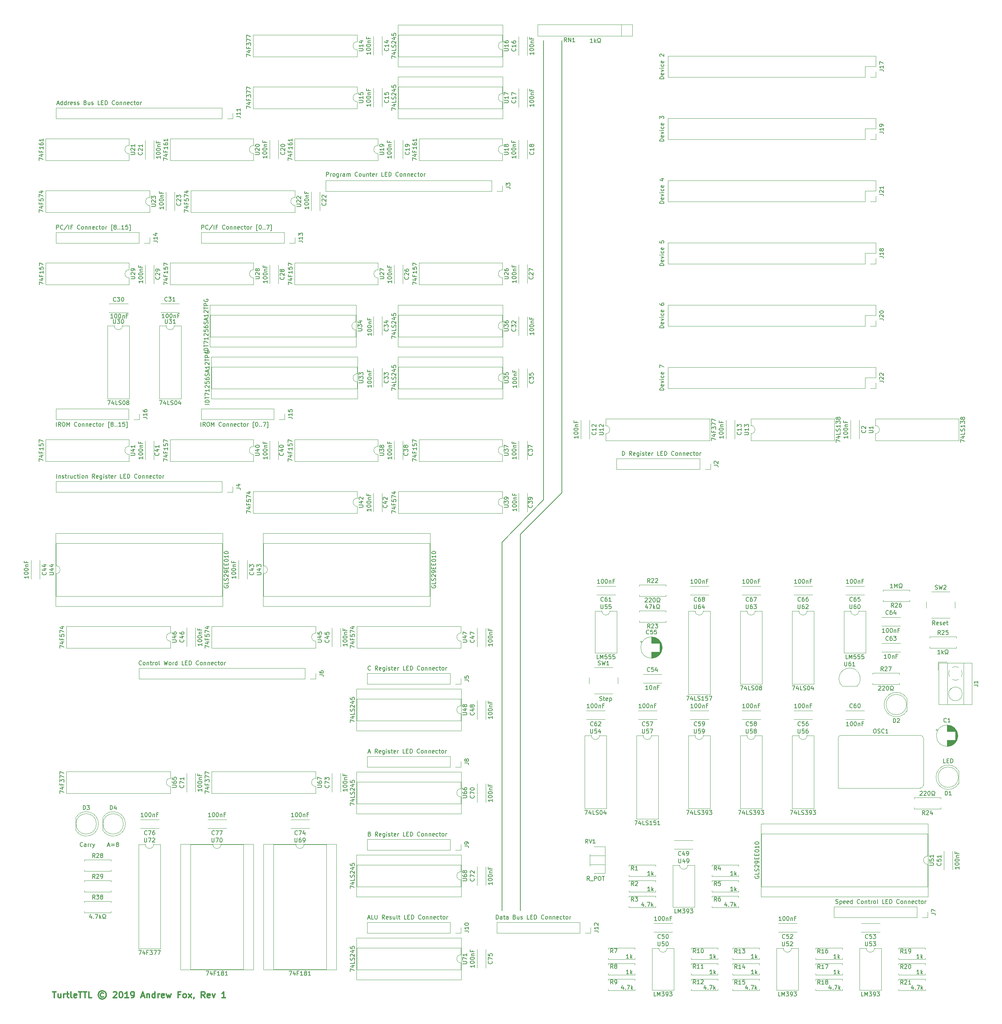
<source format=gbr>
G04 #@! TF.GenerationSoftware,KiCad,Pcbnew,(5.1.0-0)*
G04 #@! TF.CreationDate,2019-10-08T23:09:14-07:00*
G04 #@! TF.ProjectId,MainBoard,4d61696e-426f-4617-9264-2e6b69636164,rev?*
G04 #@! TF.SameCoordinates,Original*
G04 #@! TF.FileFunction,Legend,Top*
G04 #@! TF.FilePolarity,Positive*
%FSLAX46Y46*%
G04 Gerber Fmt 4.6, Leading zero omitted, Abs format (unit mm)*
G04 Created by KiCad (PCBNEW (5.1.0-0)) date 2019-10-08 23:09:14*
%MOMM*%
%LPD*%
G04 APERTURE LIST*
%ADD10C,0.150000*%
%ADD11C,0.300000*%
%ADD12C,0.120000*%
G04 APERTURE END LIST*
D10*
X178435000Y-143764000D02*
X178435000Y-33020000D01*
X168275000Y-153924000D02*
X178435000Y-143764000D01*
X168275000Y-245999000D02*
X168275000Y-153924000D01*
X163830000Y-155829000D02*
X163830000Y-245999000D01*
X173990000Y-145415000D02*
X163830000Y-155829000D01*
X173990000Y-33020000D02*
X173990000Y-145415000D01*
D11*
X53753571Y-265878571D02*
X54610714Y-265878571D01*
X54182142Y-267378571D02*
X54182142Y-265878571D01*
X55753571Y-266378571D02*
X55753571Y-267378571D01*
X55110714Y-266378571D02*
X55110714Y-267164285D01*
X55182142Y-267307142D01*
X55324999Y-267378571D01*
X55539285Y-267378571D01*
X55682142Y-267307142D01*
X55753571Y-267235714D01*
X56467857Y-267378571D02*
X56467857Y-266378571D01*
X56467857Y-266664285D02*
X56539285Y-266521428D01*
X56610714Y-266450000D01*
X56753571Y-266378571D01*
X56896428Y-266378571D01*
X57182142Y-266378571D02*
X57753571Y-266378571D01*
X57396428Y-265878571D02*
X57396428Y-267164285D01*
X57467857Y-267307142D01*
X57610714Y-267378571D01*
X57753571Y-267378571D01*
X58467857Y-267378571D02*
X58324999Y-267307142D01*
X58253571Y-267164285D01*
X58253571Y-265878571D01*
X59610714Y-267307142D02*
X59467857Y-267378571D01*
X59182142Y-267378571D01*
X59039285Y-267307142D01*
X58967857Y-267164285D01*
X58967857Y-266592857D01*
X59039285Y-266450000D01*
X59182142Y-266378571D01*
X59467857Y-266378571D01*
X59610714Y-266450000D01*
X59682142Y-266592857D01*
X59682142Y-266735714D01*
X58967857Y-266878571D01*
X60110714Y-265878571D02*
X60967857Y-265878571D01*
X60539285Y-267378571D02*
X60539285Y-265878571D01*
X61253571Y-265878571D02*
X62110714Y-265878571D01*
X61682142Y-267378571D02*
X61682142Y-265878571D01*
X63324999Y-267378571D02*
X62610714Y-267378571D01*
X62610714Y-265878571D01*
X66182142Y-266235714D02*
X66039285Y-266164285D01*
X65753571Y-266164285D01*
X65610714Y-266235714D01*
X65467857Y-266378571D01*
X65396428Y-266521428D01*
X65396428Y-266807142D01*
X65467857Y-266950000D01*
X65610714Y-267092857D01*
X65753571Y-267164285D01*
X66039285Y-267164285D01*
X66182142Y-267092857D01*
X65896428Y-265664285D02*
X65539285Y-265735714D01*
X65182142Y-265950000D01*
X64967857Y-266307142D01*
X64896428Y-266664285D01*
X64967857Y-267021428D01*
X65182142Y-267378571D01*
X65539285Y-267592857D01*
X65896428Y-267664285D01*
X66253571Y-267592857D01*
X66610714Y-267378571D01*
X66824999Y-267021428D01*
X66896428Y-266664285D01*
X66824999Y-266307142D01*
X66610714Y-265950000D01*
X66253571Y-265735714D01*
X65896428Y-265664285D01*
X68610714Y-266021428D02*
X68682142Y-265950000D01*
X68824999Y-265878571D01*
X69182142Y-265878571D01*
X69324999Y-265950000D01*
X69396428Y-266021428D01*
X69467857Y-266164285D01*
X69467857Y-266307142D01*
X69396428Y-266521428D01*
X68539285Y-267378571D01*
X69467857Y-267378571D01*
X70396428Y-265878571D02*
X70539285Y-265878571D01*
X70682142Y-265950000D01*
X70753571Y-266021428D01*
X70824999Y-266164285D01*
X70896428Y-266450000D01*
X70896428Y-266807142D01*
X70824999Y-267092857D01*
X70753571Y-267235714D01*
X70682142Y-267307142D01*
X70539285Y-267378571D01*
X70396428Y-267378571D01*
X70253571Y-267307142D01*
X70182142Y-267235714D01*
X70110714Y-267092857D01*
X70039285Y-266807142D01*
X70039285Y-266450000D01*
X70110714Y-266164285D01*
X70182142Y-266021428D01*
X70253571Y-265950000D01*
X70396428Y-265878571D01*
X72324999Y-267378571D02*
X71467857Y-267378571D01*
X71896428Y-267378571D02*
X71896428Y-265878571D01*
X71753571Y-266092857D01*
X71610714Y-266235714D01*
X71467857Y-266307142D01*
X73039285Y-267378571D02*
X73324999Y-267378571D01*
X73467857Y-267307142D01*
X73539285Y-267235714D01*
X73682142Y-267021428D01*
X73753571Y-266735714D01*
X73753571Y-266164285D01*
X73682142Y-266021428D01*
X73610714Y-265950000D01*
X73467857Y-265878571D01*
X73182142Y-265878571D01*
X73039285Y-265950000D01*
X72967857Y-266021428D01*
X72896428Y-266164285D01*
X72896428Y-266521428D01*
X72967857Y-266664285D01*
X73039285Y-266735714D01*
X73182142Y-266807142D01*
X73467857Y-266807142D01*
X73610714Y-266735714D01*
X73682142Y-266664285D01*
X73753571Y-266521428D01*
X75467857Y-266950000D02*
X76182142Y-266950000D01*
X75324999Y-267378571D02*
X75824999Y-265878571D01*
X76324999Y-267378571D01*
X76825000Y-266378571D02*
X76825000Y-267378571D01*
X76825000Y-266521428D02*
X76896428Y-266450000D01*
X77039285Y-266378571D01*
X77253571Y-266378571D01*
X77396428Y-266450000D01*
X77467857Y-266592857D01*
X77467857Y-267378571D01*
X78825000Y-267378571D02*
X78825000Y-265878571D01*
X78825000Y-267307142D02*
X78682142Y-267378571D01*
X78396428Y-267378571D01*
X78253571Y-267307142D01*
X78182142Y-267235714D01*
X78110714Y-267092857D01*
X78110714Y-266664285D01*
X78182142Y-266521428D01*
X78253571Y-266450000D01*
X78396428Y-266378571D01*
X78682142Y-266378571D01*
X78825000Y-266450000D01*
X79539285Y-267378571D02*
X79539285Y-266378571D01*
X79539285Y-266664285D02*
X79610714Y-266521428D01*
X79682142Y-266450000D01*
X79825000Y-266378571D01*
X79967857Y-266378571D01*
X81039285Y-267307142D02*
X80896428Y-267378571D01*
X80610714Y-267378571D01*
X80467857Y-267307142D01*
X80396428Y-267164285D01*
X80396428Y-266592857D01*
X80467857Y-266450000D01*
X80610714Y-266378571D01*
X80896428Y-266378571D01*
X81039285Y-266450000D01*
X81110714Y-266592857D01*
X81110714Y-266735714D01*
X80396428Y-266878571D01*
X81610714Y-266378571D02*
X81896428Y-267378571D01*
X82182142Y-266664285D01*
X82467857Y-267378571D01*
X82753571Y-266378571D01*
X84967857Y-266592857D02*
X84467857Y-266592857D01*
X84467857Y-267378571D02*
X84467857Y-265878571D01*
X85182142Y-265878571D01*
X85967857Y-267378571D02*
X85825000Y-267307142D01*
X85753571Y-267235714D01*
X85682142Y-267092857D01*
X85682142Y-266664285D01*
X85753571Y-266521428D01*
X85825000Y-266450000D01*
X85967857Y-266378571D01*
X86182142Y-266378571D01*
X86325000Y-266450000D01*
X86396428Y-266521428D01*
X86467857Y-266664285D01*
X86467857Y-267092857D01*
X86396428Y-267235714D01*
X86325000Y-267307142D01*
X86182142Y-267378571D01*
X85967857Y-267378571D01*
X86967857Y-267378571D02*
X87753571Y-266378571D01*
X86967857Y-266378571D02*
X87753571Y-267378571D01*
X88396428Y-267307142D02*
X88396428Y-267378571D01*
X88325000Y-267521428D01*
X88253571Y-267592857D01*
X91039285Y-267378571D02*
X90539285Y-266664285D01*
X90182142Y-267378571D02*
X90182142Y-265878571D01*
X90753571Y-265878571D01*
X90896428Y-265950000D01*
X90967857Y-266021428D01*
X91039285Y-266164285D01*
X91039285Y-266378571D01*
X90967857Y-266521428D01*
X90896428Y-266592857D01*
X90753571Y-266664285D01*
X90182142Y-266664285D01*
X92253571Y-267307142D02*
X92110714Y-267378571D01*
X91825000Y-267378571D01*
X91682142Y-267307142D01*
X91610714Y-267164285D01*
X91610714Y-266592857D01*
X91682142Y-266450000D01*
X91825000Y-266378571D01*
X92110714Y-266378571D01*
X92253571Y-266450000D01*
X92325000Y-266592857D01*
X92325000Y-266735714D01*
X91610714Y-266878571D01*
X92825000Y-266378571D02*
X93182142Y-267378571D01*
X93539285Y-266378571D01*
X96039285Y-267378571D02*
X95182142Y-267378571D01*
X95610714Y-267378571D02*
X95610714Y-265878571D01*
X95467857Y-266092857D01*
X95325000Y-266235714D01*
X95182142Y-266307142D01*
D10*
X67222857Y-230036666D02*
X67699047Y-230036666D01*
X67127619Y-230322380D02*
X67460952Y-229322380D01*
X67794285Y-230322380D01*
X68127619Y-229798571D02*
X68889523Y-229798571D01*
X68889523Y-230084285D02*
X68127619Y-230084285D01*
X69699047Y-229798571D02*
X69841904Y-229846190D01*
X69889523Y-229893809D01*
X69937142Y-229989047D01*
X69937142Y-230131904D01*
X69889523Y-230227142D01*
X69841904Y-230274761D01*
X69746666Y-230322380D01*
X69365714Y-230322380D01*
X69365714Y-229322380D01*
X69699047Y-229322380D01*
X69794285Y-229370000D01*
X69841904Y-229417619D01*
X69889523Y-229512857D01*
X69889523Y-229608095D01*
X69841904Y-229703333D01*
X69794285Y-229750952D01*
X69699047Y-229798571D01*
X69365714Y-229798571D01*
X61087142Y-230227142D02*
X61039523Y-230274761D01*
X60896666Y-230322380D01*
X60801428Y-230322380D01*
X60658571Y-230274761D01*
X60563333Y-230179523D01*
X60515714Y-230084285D01*
X60468095Y-229893809D01*
X60468095Y-229750952D01*
X60515714Y-229560476D01*
X60563333Y-229465238D01*
X60658571Y-229370000D01*
X60801428Y-229322380D01*
X60896666Y-229322380D01*
X61039523Y-229370000D01*
X61087142Y-229417619D01*
X61944285Y-230322380D02*
X61944285Y-229798571D01*
X61896666Y-229703333D01*
X61801428Y-229655714D01*
X61610952Y-229655714D01*
X61515714Y-229703333D01*
X61944285Y-230274761D02*
X61849047Y-230322380D01*
X61610952Y-230322380D01*
X61515714Y-230274761D01*
X61468095Y-230179523D01*
X61468095Y-230084285D01*
X61515714Y-229989047D01*
X61610952Y-229941428D01*
X61849047Y-229941428D01*
X61944285Y-229893809D01*
X62420476Y-230322380D02*
X62420476Y-229655714D01*
X62420476Y-229846190D02*
X62468095Y-229750952D01*
X62515714Y-229703333D01*
X62610952Y-229655714D01*
X62706190Y-229655714D01*
X63039523Y-230322380D02*
X63039523Y-229655714D01*
X63039523Y-229846190D02*
X63087142Y-229750952D01*
X63134761Y-229703333D01*
X63230000Y-229655714D01*
X63325238Y-229655714D01*
X63563333Y-229655714D02*
X63801428Y-230322380D01*
X64039523Y-229655714D02*
X63801428Y-230322380D01*
X63706190Y-230560476D01*
X63658571Y-230608095D01*
X63563333Y-230655714D01*
D12*
X270528000Y-185160000D02*
X270528000Y-187160000D01*
X272768000Y-185160000D02*
X270528000Y-185160000D01*
X273852000Y-191780000D02*
X273759000Y-191686000D01*
X276103000Y-194030000D02*
X276044000Y-193971000D01*
X273612000Y-191950000D02*
X273554000Y-191891000D01*
X275897000Y-194235000D02*
X275804000Y-194141000D01*
X278888000Y-195520000D02*
X270768000Y-195520000D01*
X278888000Y-185400000D02*
X270768000Y-185400000D01*
X270768000Y-185400000D02*
X270768000Y-195520000D01*
X278888000Y-185400000D02*
X278888000Y-195520000D01*
X276828000Y-185400000D02*
X276828000Y-195520000D01*
X272828000Y-185400000D02*
X272828000Y-195520000D01*
X276508000Y-192960000D02*
G75*
G03X276508000Y-192960000I-1680000J0D01*
G01*
X273147550Y-187989383D02*
G75*
G02X273344000Y-187171000I1680450J29383D01*
G01*
X274038912Y-186476047D02*
G75*
G02X275617000Y-186476000I789088J-1483953D01*
G01*
X276311953Y-187170912D02*
G75*
G02X276312000Y-188749000I-1483953J-789088D01*
G01*
X275617088Y-189443953D02*
G75*
G02X274039000Y-189444000I-789088J1483953D01*
G01*
X273344648Y-188748712D02*
G75*
G02X273148000Y-187960000I1483352J788712D01*
G01*
X85200000Y-102810000D02*
X83550000Y-102810000D01*
X85200000Y-120710000D02*
X85200000Y-102810000D01*
X79900000Y-120710000D02*
X85200000Y-120710000D01*
X79900000Y-102810000D02*
X79900000Y-120710000D01*
X81550000Y-102810000D02*
X79900000Y-102810000D01*
X83550000Y-102810000D02*
G75*
G02X81550000Y-102810000I-1000000J0D01*
G01*
X72500000Y-102810000D02*
X70850000Y-102810000D01*
X72500000Y-120710000D02*
X72500000Y-102810000D01*
X67200000Y-120710000D02*
X72500000Y-120710000D01*
X67200000Y-102810000D02*
X67200000Y-120710000D01*
X68850000Y-102810000D02*
X67200000Y-102810000D01*
X70850000Y-102810000D02*
G75*
G02X68850000Y-102810000I-1000000J0D01*
G01*
X255210000Y-125620000D02*
X255210000Y-127270000D01*
X275650000Y-125620000D02*
X255210000Y-125620000D01*
X275650000Y-130920000D02*
X275650000Y-125620000D01*
X255210000Y-130920000D02*
X275650000Y-130920000D01*
X255210000Y-129270000D02*
X255210000Y-130920000D01*
X255210000Y-127270000D02*
G75*
G02X255210000Y-129270000I0J-1000000D01*
G01*
X169965000Y-100640000D02*
X169980000Y-100640000D01*
X167840000Y-100640000D02*
X167855000Y-100640000D01*
X169965000Y-105180000D02*
X169980000Y-105180000D01*
X167840000Y-105180000D02*
X167855000Y-105180000D01*
X169980000Y-105180000D02*
X169980000Y-100640000D01*
X167840000Y-105180000D02*
X167840000Y-100640000D01*
X249135000Y-130500000D02*
X249120000Y-130500000D01*
X251260000Y-130500000D02*
X251245000Y-130500000D01*
X249135000Y-125960000D02*
X249120000Y-125960000D01*
X251260000Y-125960000D02*
X251245000Y-125960000D01*
X249120000Y-125960000D02*
X249120000Y-130500000D01*
X251260000Y-125960000D02*
X251260000Y-130500000D01*
X255330000Y-71120000D02*
X255330000Y-72450000D01*
X255330000Y-72450000D02*
X254000000Y-72450000D01*
X255330000Y-69850000D02*
X252730000Y-69850000D01*
X252730000Y-69850000D02*
X252730000Y-72450000D01*
X252730000Y-72450000D02*
X204410000Y-72450000D01*
X204410000Y-67250000D02*
X204410000Y-72450000D01*
X255330000Y-67250000D02*
X204410000Y-67250000D01*
X255330000Y-67250000D02*
X255330000Y-69850000D01*
X255330000Y-101600000D02*
X255330000Y-102930000D01*
X255330000Y-102930000D02*
X254000000Y-102930000D01*
X255330000Y-100330000D02*
X252730000Y-100330000D01*
X252730000Y-100330000D02*
X252730000Y-102930000D01*
X252730000Y-102930000D02*
X204410000Y-102930000D01*
X204410000Y-97730000D02*
X204410000Y-102930000D01*
X255330000Y-97730000D02*
X204410000Y-97730000D01*
X255330000Y-97730000D02*
X255330000Y-100330000D01*
X255330000Y-40640000D02*
X255330000Y-41970000D01*
X255330000Y-41970000D02*
X254000000Y-41970000D01*
X255330000Y-39370000D02*
X252730000Y-39370000D01*
X252730000Y-39370000D02*
X252730000Y-41970000D01*
X252730000Y-41970000D02*
X204410000Y-41970000D01*
X204410000Y-36770000D02*
X204410000Y-41970000D01*
X255330000Y-36770000D02*
X204410000Y-36770000D01*
X255330000Y-36770000D02*
X255330000Y-39370000D01*
X255330000Y-116840000D02*
X255330000Y-118170000D01*
X255330000Y-118170000D02*
X254000000Y-118170000D01*
X255330000Y-115570000D02*
X252730000Y-115570000D01*
X252730000Y-115570000D02*
X252730000Y-118170000D01*
X252730000Y-118170000D02*
X204410000Y-118170000D01*
X204410000Y-112970000D02*
X204410000Y-118170000D01*
X255330000Y-112970000D02*
X204410000Y-112970000D01*
X255330000Y-112970000D02*
X255330000Y-115570000D01*
X255330000Y-86360000D02*
X255330000Y-87690000D01*
X255330000Y-87690000D02*
X254000000Y-87690000D01*
X255330000Y-85090000D02*
X252730000Y-85090000D01*
X252730000Y-85090000D02*
X252730000Y-87690000D01*
X252730000Y-87690000D02*
X204410000Y-87690000D01*
X204410000Y-82490000D02*
X204410000Y-87690000D01*
X255330000Y-82490000D02*
X204410000Y-82490000D01*
X255330000Y-82490000D02*
X255330000Y-85090000D01*
X255330000Y-55880000D02*
X255330000Y-57210000D01*
X255330000Y-57210000D02*
X254000000Y-57210000D01*
X255330000Y-54610000D02*
X252730000Y-54610000D01*
X252730000Y-54610000D02*
X252730000Y-57210000D01*
X252730000Y-57210000D02*
X204410000Y-57210000D01*
X204410000Y-52010000D02*
X204410000Y-57210000D01*
X255330000Y-52010000D02*
X204410000Y-52010000D01*
X255330000Y-52010000D02*
X255330000Y-54610000D01*
X82610000Y-181715800D02*
X82610000Y-180065800D01*
X57090000Y-181715800D02*
X82610000Y-181715800D01*
X57090000Y-176415800D02*
X57090000Y-181715800D01*
X82610000Y-176415800D02*
X57090000Y-176415800D01*
X82610000Y-178065800D02*
X82610000Y-176415800D01*
X82610000Y-180065800D02*
G75*
G02X82610000Y-178065800I0J1000000D01*
G01*
X247960000Y-166585000D02*
X247960000Y-166570000D01*
X247960000Y-168710000D02*
X247960000Y-168695000D01*
X252500000Y-166585000D02*
X252500000Y-166570000D01*
X252500000Y-168710000D02*
X252500000Y-168695000D01*
X252500000Y-166570000D02*
X247960000Y-166570000D01*
X252500000Y-168710000D02*
X247960000Y-168710000D01*
X246840000Y-203100000D02*
G75*
G03X246090000Y-203850000I0J-750000D01*
G01*
X266990000Y-203850000D02*
G75*
G03X266240000Y-203100000I-750000J0D01*
G01*
X266240000Y-216000000D02*
G75*
G03X266990000Y-215250000I0J750000D01*
G01*
X246090000Y-216000000D02*
X266240000Y-216000000D01*
X266990000Y-215250000D02*
X266990000Y-203850000D01*
X266240000Y-203100000D02*
X246840000Y-203100000D01*
X246090000Y-203850000D02*
X246090000Y-216000000D01*
X261080000Y-190600000D02*
X261080000Y-190270000D01*
X254540000Y-190600000D02*
X261080000Y-190600000D01*
X254540000Y-190270000D02*
X254540000Y-190600000D01*
X261080000Y-187860000D02*
X261080000Y-188190000D01*
X254540000Y-187860000D02*
X261080000Y-187860000D01*
X254540000Y-188190000D02*
X254540000Y-187860000D01*
X257080000Y-167540000D02*
X257080000Y-167870000D01*
X263620000Y-167540000D02*
X257080000Y-167540000D01*
X263620000Y-167870000D02*
X263620000Y-167540000D01*
X257080000Y-170280000D02*
X257080000Y-169950000D01*
X263620000Y-170280000D02*
X257080000Y-170280000D01*
X263620000Y-169950000D02*
X263620000Y-170280000D01*
X275050000Y-181710000D02*
X275050000Y-181380000D01*
X268510000Y-181710000D02*
X275050000Y-181710000D01*
X268510000Y-181380000D02*
X268510000Y-181710000D01*
X275050000Y-178970000D02*
X275050000Y-179300000D01*
X268510000Y-178970000D02*
X275050000Y-178970000D01*
X268510000Y-179300000D02*
X268510000Y-178970000D01*
X261310000Y-176315000D02*
X261310000Y-176330000D01*
X261310000Y-174190000D02*
X261310000Y-174205000D01*
X256770000Y-176315000D02*
X256770000Y-176330000D01*
X256770000Y-174190000D02*
X256770000Y-174205000D01*
X256770000Y-176330000D02*
X261310000Y-176330000D01*
X256770000Y-174190000D02*
X261310000Y-174190000D01*
X261310000Y-182665000D02*
X261310000Y-182680000D01*
X261310000Y-180540000D02*
X261310000Y-180555000D01*
X256770000Y-182665000D02*
X256770000Y-182680000D01*
X256770000Y-180540000D02*
X256770000Y-180555000D01*
X256770000Y-182680000D02*
X261310000Y-182680000D01*
X256770000Y-180540000D02*
X261310000Y-180540000D01*
X197390000Y-172620000D02*
X197390000Y-172950000D01*
X203930000Y-172620000D02*
X197390000Y-172620000D01*
X203930000Y-172950000D02*
X203930000Y-172620000D01*
X197390000Y-175360000D02*
X197390000Y-175030000D01*
X203930000Y-175360000D02*
X197390000Y-175360000D01*
X203930000Y-175030000D02*
X203930000Y-175360000D01*
X203930000Y-169010000D02*
X203930000Y-168680000D01*
X197390000Y-169010000D02*
X203930000Y-169010000D01*
X197390000Y-168680000D02*
X197390000Y-169010000D01*
X203930000Y-166270000D02*
X203930000Y-166600000D01*
X197390000Y-166270000D02*
X203930000Y-166270000D01*
X197390000Y-166600000D02*
X197390000Y-166270000D01*
X202890000Y-190285000D02*
X202890000Y-190300000D01*
X202890000Y-188160000D02*
X202890000Y-188175000D01*
X198350000Y-190285000D02*
X198350000Y-190300000D01*
X198350000Y-188160000D02*
X198350000Y-188175000D01*
X198350000Y-190300000D02*
X202890000Y-190300000D01*
X198350000Y-188160000D02*
X202890000Y-188160000D01*
X197835225Y-179885000D02*
X197835225Y-180385000D01*
X197585225Y-180135000D02*
X198085225Y-180135000D01*
X202991000Y-181326000D02*
X202991000Y-181894000D01*
X202951000Y-181092000D02*
X202951000Y-182128000D01*
X202911000Y-180933000D02*
X202911000Y-182287000D01*
X202871000Y-180805000D02*
X202871000Y-182415000D01*
X202831000Y-180695000D02*
X202831000Y-182525000D01*
X202791000Y-180599000D02*
X202791000Y-182621000D01*
X202751000Y-180512000D02*
X202751000Y-182708000D01*
X202711000Y-180432000D02*
X202711000Y-182788000D01*
X202671000Y-180359000D02*
X202671000Y-182861000D01*
X202631000Y-180291000D02*
X202631000Y-182929000D01*
X202591000Y-180227000D02*
X202591000Y-182993000D01*
X202551000Y-180167000D02*
X202551000Y-183053000D01*
X202511000Y-180110000D02*
X202511000Y-183110000D01*
X202471000Y-180056000D02*
X202471000Y-183164000D01*
X202431000Y-180005000D02*
X202431000Y-183215000D01*
X202391000Y-182650000D02*
X202391000Y-183263000D01*
X202391000Y-179957000D02*
X202391000Y-180570000D01*
X202351000Y-182650000D02*
X202351000Y-183309000D01*
X202351000Y-179911000D02*
X202351000Y-180570000D01*
X202311000Y-182650000D02*
X202311000Y-183353000D01*
X202311000Y-179867000D02*
X202311000Y-180570000D01*
X202271000Y-182650000D02*
X202271000Y-183395000D01*
X202271000Y-179825000D02*
X202271000Y-180570000D01*
X202231000Y-182650000D02*
X202231000Y-183436000D01*
X202231000Y-179784000D02*
X202231000Y-180570000D01*
X202191000Y-182650000D02*
X202191000Y-183474000D01*
X202191000Y-179746000D02*
X202191000Y-180570000D01*
X202151000Y-182650000D02*
X202151000Y-183511000D01*
X202151000Y-179709000D02*
X202151000Y-180570000D01*
X202111000Y-182650000D02*
X202111000Y-183547000D01*
X202111000Y-179673000D02*
X202111000Y-180570000D01*
X202071000Y-182650000D02*
X202071000Y-183581000D01*
X202071000Y-179639000D02*
X202071000Y-180570000D01*
X202031000Y-182650000D02*
X202031000Y-183614000D01*
X202031000Y-179606000D02*
X202031000Y-180570000D01*
X201991000Y-182650000D02*
X201991000Y-183645000D01*
X201991000Y-179575000D02*
X201991000Y-180570000D01*
X201951000Y-182650000D02*
X201951000Y-183675000D01*
X201951000Y-179545000D02*
X201951000Y-180570000D01*
X201911000Y-182650000D02*
X201911000Y-183705000D01*
X201911000Y-179515000D02*
X201911000Y-180570000D01*
X201871000Y-182650000D02*
X201871000Y-183732000D01*
X201871000Y-179488000D02*
X201871000Y-180570000D01*
X201831000Y-182650000D02*
X201831000Y-183759000D01*
X201831000Y-179461000D02*
X201831000Y-180570000D01*
X201791000Y-182650000D02*
X201791000Y-183785000D01*
X201791000Y-179435000D02*
X201791000Y-180570000D01*
X201751000Y-182650000D02*
X201751000Y-183810000D01*
X201751000Y-179410000D02*
X201751000Y-180570000D01*
X201711000Y-182650000D02*
X201711000Y-183834000D01*
X201711000Y-179386000D02*
X201711000Y-180570000D01*
X201671000Y-182650000D02*
X201671000Y-183857000D01*
X201671000Y-179363000D02*
X201671000Y-180570000D01*
X201631000Y-182650000D02*
X201631000Y-183878000D01*
X201631000Y-179342000D02*
X201631000Y-180570000D01*
X201591000Y-182650000D02*
X201591000Y-183900000D01*
X201591000Y-179320000D02*
X201591000Y-180570000D01*
X201551000Y-182650000D02*
X201551000Y-183920000D01*
X201551000Y-179300000D02*
X201551000Y-180570000D01*
X201511000Y-182650000D02*
X201511000Y-183939000D01*
X201511000Y-179281000D02*
X201511000Y-180570000D01*
X201471000Y-182650000D02*
X201471000Y-183958000D01*
X201471000Y-179262000D02*
X201471000Y-180570000D01*
X201431000Y-182650000D02*
X201431000Y-183975000D01*
X201431000Y-179245000D02*
X201431000Y-180570000D01*
X201391000Y-182650000D02*
X201391000Y-183992000D01*
X201391000Y-179228000D02*
X201391000Y-180570000D01*
X201351000Y-182650000D02*
X201351000Y-184008000D01*
X201351000Y-179212000D02*
X201351000Y-180570000D01*
X201311000Y-182650000D02*
X201311000Y-184024000D01*
X201311000Y-179196000D02*
X201311000Y-180570000D01*
X201271000Y-182650000D02*
X201271000Y-184038000D01*
X201271000Y-179182000D02*
X201271000Y-180570000D01*
X201231000Y-182650000D02*
X201231000Y-184052000D01*
X201231000Y-179168000D02*
X201231000Y-180570000D01*
X201191000Y-182650000D02*
X201191000Y-184065000D01*
X201191000Y-179155000D02*
X201191000Y-180570000D01*
X201151000Y-182650000D02*
X201151000Y-184078000D01*
X201151000Y-179142000D02*
X201151000Y-180570000D01*
X201111000Y-182650000D02*
X201111000Y-184090000D01*
X201111000Y-179130000D02*
X201111000Y-180570000D01*
X201070000Y-182650000D02*
X201070000Y-184101000D01*
X201070000Y-179119000D02*
X201070000Y-180570000D01*
X201030000Y-182650000D02*
X201030000Y-184111000D01*
X201030000Y-179109000D02*
X201030000Y-180570000D01*
X200990000Y-182650000D02*
X200990000Y-184121000D01*
X200990000Y-179099000D02*
X200990000Y-180570000D01*
X200950000Y-182650000D02*
X200950000Y-184130000D01*
X200950000Y-179090000D02*
X200950000Y-180570000D01*
X200910000Y-182650000D02*
X200910000Y-184138000D01*
X200910000Y-179082000D02*
X200910000Y-180570000D01*
X200870000Y-182650000D02*
X200870000Y-184146000D01*
X200870000Y-179074000D02*
X200870000Y-180570000D01*
X200830000Y-182650000D02*
X200830000Y-184153000D01*
X200830000Y-179067000D02*
X200830000Y-180570000D01*
X200790000Y-182650000D02*
X200790000Y-184160000D01*
X200790000Y-179060000D02*
X200790000Y-180570000D01*
X200750000Y-182650000D02*
X200750000Y-184166000D01*
X200750000Y-179054000D02*
X200750000Y-180570000D01*
X200710000Y-182650000D02*
X200710000Y-184171000D01*
X200710000Y-179049000D02*
X200710000Y-180570000D01*
X200670000Y-182650000D02*
X200670000Y-184175000D01*
X200670000Y-179045000D02*
X200670000Y-180570000D01*
X200630000Y-182650000D02*
X200630000Y-184179000D01*
X200630000Y-179041000D02*
X200630000Y-180570000D01*
X200590000Y-182650000D02*
X200590000Y-184183000D01*
X200590000Y-179037000D02*
X200590000Y-180570000D01*
X200550000Y-182650000D02*
X200550000Y-184186000D01*
X200550000Y-179034000D02*
X200550000Y-180570000D01*
X200510000Y-182650000D02*
X200510000Y-184188000D01*
X200510000Y-179032000D02*
X200510000Y-180570000D01*
X200470000Y-182650000D02*
X200470000Y-184189000D01*
X200470000Y-179031000D02*
X200470000Y-180570000D01*
X200430000Y-179030000D02*
X200430000Y-180570000D01*
X200430000Y-182650000D02*
X200430000Y-184190000D01*
X200390000Y-179030000D02*
X200390000Y-180570000D01*
X200390000Y-182650000D02*
X200390000Y-184190000D01*
X203010000Y-181610000D02*
G75*
G03X203010000Y-181610000I-2620000J0D01*
G01*
X163950000Y-39430000D02*
X163950000Y-29150000D01*
X138310000Y-39430000D02*
X163950000Y-39430000D01*
X138310000Y-29150000D02*
X138310000Y-39430000D01*
X163950000Y-29150000D02*
X138310000Y-29150000D01*
X163890000Y-36940000D02*
X163890000Y-35290000D01*
X138370000Y-36940000D02*
X163890000Y-36940000D01*
X138370000Y-31640000D02*
X138370000Y-36940000D01*
X163890000Y-31640000D02*
X138370000Y-31640000D01*
X163890000Y-33290000D02*
X163890000Y-31640000D01*
X163890000Y-35290000D02*
G75*
G02X163890000Y-33290000I0J1000000D01*
G01*
X54490000Y-153610000D02*
X54490000Y-171510000D01*
X95370000Y-153610000D02*
X54490000Y-153610000D01*
X95370000Y-171510000D02*
X95370000Y-153610000D01*
X54490000Y-171510000D02*
X95370000Y-171510000D01*
X54550000Y-156100000D02*
X54550000Y-161560000D01*
X95310000Y-156100000D02*
X54550000Y-156100000D01*
X95310000Y-169020000D02*
X95310000Y-156100000D01*
X54550000Y-169020000D02*
X95310000Y-169020000D01*
X54550000Y-163560000D02*
X54550000Y-169020000D01*
X54550000Y-161560000D02*
G75*
G02X54550000Y-163560000I0J-1000000D01*
G01*
X128330000Y-36940000D02*
X128330000Y-35290000D01*
X102810000Y-36940000D02*
X128330000Y-36940000D01*
X102810000Y-31640000D02*
X102810000Y-36940000D01*
X128330000Y-31640000D02*
X102810000Y-31640000D01*
X128330000Y-33290000D02*
X128330000Y-31640000D01*
X128330000Y-35290000D02*
G75*
G02X128330000Y-33290000I0J1000000D01*
G01*
X74990000Y-124460000D02*
X74990000Y-125790000D01*
X74990000Y-125790000D02*
X73660000Y-125790000D01*
X72390000Y-125790000D02*
X54550000Y-125790000D01*
X54550000Y-123130000D02*
X54550000Y-125790000D01*
X72390000Y-123130000D02*
X54550000Y-123130000D01*
X72390000Y-123130000D02*
X72390000Y-125790000D01*
X110550000Y-124460000D02*
X110550000Y-125790000D01*
X110550000Y-125790000D02*
X109220000Y-125790000D01*
X107950000Y-125790000D02*
X90110000Y-125790000D01*
X90110000Y-123130000D02*
X90110000Y-125790000D01*
X107950000Y-123130000D02*
X90110000Y-123130000D01*
X107950000Y-123130000D02*
X107950000Y-125790000D01*
X77530000Y-81280000D02*
X77530000Y-82610000D01*
X77530000Y-82610000D02*
X76200000Y-82610000D01*
X74930000Y-82610000D02*
X54550000Y-82610000D01*
X54550000Y-79950000D02*
X54550000Y-82610000D01*
X74930000Y-79950000D02*
X54550000Y-79950000D01*
X74930000Y-79950000D02*
X74930000Y-82610000D01*
X113090000Y-81280000D02*
X113090000Y-82610000D01*
X113090000Y-82610000D02*
X111760000Y-82610000D01*
X110490000Y-82610000D02*
X90110000Y-82610000D01*
X90110000Y-79950000D02*
X90110000Y-82610000D01*
X110490000Y-79950000D02*
X90110000Y-79950000D01*
X110490000Y-79950000D02*
X110490000Y-82610000D01*
X80120000Y-229810000D02*
X78470000Y-229810000D01*
X80120000Y-255330000D02*
X80120000Y-229810000D01*
X74820000Y-255330000D02*
X80120000Y-255330000D01*
X74820000Y-229810000D02*
X74820000Y-255330000D01*
X76470000Y-229810000D02*
X74820000Y-229810000D01*
X78470000Y-229810000D02*
G75*
G02X76470000Y-229810000I-1000000J0D01*
G01*
X153790000Y-262950000D02*
X153790000Y-252670000D01*
X128150000Y-262950000D02*
X153790000Y-262950000D01*
X128150000Y-252670000D02*
X128150000Y-262950000D01*
X153790000Y-252670000D02*
X128150000Y-252670000D01*
X153730000Y-260460000D02*
X153730000Y-258810000D01*
X128210000Y-260460000D02*
X153730000Y-260460000D01*
X128210000Y-255160000D02*
X128210000Y-260460000D01*
X153730000Y-255160000D02*
X128210000Y-255160000D01*
X153730000Y-256810000D02*
X153730000Y-255160000D01*
X153730000Y-258810000D02*
G75*
G02X153730000Y-256810000I0J1000000D01*
G01*
X102930000Y-229750000D02*
X85030000Y-229750000D01*
X102930000Y-260470000D02*
X102930000Y-229750000D01*
X85030000Y-260470000D02*
X102930000Y-260470000D01*
X85030000Y-229750000D02*
X85030000Y-260470000D01*
X100440000Y-229810000D02*
X94980000Y-229810000D01*
X100440000Y-260410000D02*
X100440000Y-229810000D01*
X87520000Y-260410000D02*
X100440000Y-260410000D01*
X87520000Y-229810000D02*
X87520000Y-260410000D01*
X92980000Y-229810000D02*
X87520000Y-229810000D01*
X94980000Y-229810000D02*
G75*
G02X92980000Y-229810000I-1000000J0D01*
G01*
X123250000Y-229750000D02*
X105350000Y-229750000D01*
X123250000Y-260470000D02*
X123250000Y-229750000D01*
X105350000Y-260470000D02*
X123250000Y-260470000D01*
X105350000Y-229750000D02*
X105350000Y-260470000D01*
X120760000Y-229810000D02*
X115300000Y-229810000D01*
X120760000Y-260410000D02*
X120760000Y-229810000D01*
X107840000Y-260410000D02*
X120760000Y-260410000D01*
X107840000Y-229810000D02*
X107840000Y-260410000D01*
X113300000Y-229810000D02*
X107840000Y-229810000D01*
X115300000Y-229810000D02*
G75*
G02X113300000Y-229810000I-1000000J0D01*
G01*
X153790000Y-242630000D02*
X153790000Y-232350000D01*
X128150000Y-242630000D02*
X153790000Y-242630000D01*
X128150000Y-232350000D02*
X128150000Y-242630000D01*
X153790000Y-232350000D02*
X128150000Y-232350000D01*
X153730000Y-240140000D02*
X153730000Y-238490000D01*
X128210000Y-240140000D02*
X153730000Y-240140000D01*
X128210000Y-234840000D02*
X128210000Y-240140000D01*
X153730000Y-234840000D02*
X128210000Y-234840000D01*
X153730000Y-236490000D02*
X153730000Y-234840000D01*
X153730000Y-238490000D02*
G75*
G02X153730000Y-236490000I0J1000000D01*
G01*
X118170000Y-217280000D02*
X118170000Y-215630000D01*
X92650000Y-217280000D02*
X118170000Y-217280000D01*
X92650000Y-211980000D02*
X92650000Y-217280000D01*
X118170000Y-211980000D02*
X92650000Y-211980000D01*
X118170000Y-213630000D02*
X118170000Y-211980000D01*
X118170000Y-215630000D02*
G75*
G02X118170000Y-213630000I0J1000000D01*
G01*
X153790000Y-222310000D02*
X153790000Y-212030000D01*
X128150000Y-222310000D02*
X153790000Y-222310000D01*
X128150000Y-212030000D02*
X128150000Y-222310000D01*
X153790000Y-212030000D02*
X128150000Y-212030000D01*
X153730000Y-219820000D02*
X153730000Y-218170000D01*
X128210000Y-219820000D02*
X153730000Y-219820000D01*
X128210000Y-214520000D02*
X128210000Y-219820000D01*
X153730000Y-214520000D02*
X128210000Y-214520000D01*
X153730000Y-216170000D02*
X153730000Y-214520000D01*
X153730000Y-218170000D02*
G75*
G02X153730000Y-216170000I0J1000000D01*
G01*
X82610000Y-217280000D02*
X82610000Y-215630000D01*
X57090000Y-217280000D02*
X82610000Y-217280000D01*
X57090000Y-211980000D02*
X57090000Y-217280000D01*
X82610000Y-211980000D02*
X57090000Y-211980000D01*
X82610000Y-213630000D02*
X82610000Y-211980000D01*
X82610000Y-215630000D02*
G75*
G02X82610000Y-213630000I0J1000000D01*
G01*
X214740000Y-172660000D02*
X213090000Y-172660000D01*
X214740000Y-193100000D02*
X214740000Y-172660000D01*
X209440000Y-193100000D02*
X214740000Y-193100000D01*
X209440000Y-172660000D02*
X209440000Y-193100000D01*
X211090000Y-172660000D02*
X209440000Y-172660000D01*
X213090000Y-172660000D02*
G75*
G02X211090000Y-172660000I-1000000J0D01*
G01*
X227440000Y-172660000D02*
X225790000Y-172660000D01*
X227440000Y-190560000D02*
X227440000Y-172660000D01*
X222140000Y-190560000D02*
X227440000Y-190560000D01*
X222140000Y-172660000D02*
X222140000Y-190560000D01*
X223790000Y-172660000D02*
X222140000Y-172660000D01*
X225790000Y-172660000D02*
G75*
G02X223790000Y-172660000I-1000000J0D01*
G01*
X240140000Y-172660000D02*
X238490000Y-172660000D01*
X240140000Y-190560000D02*
X240140000Y-172660000D01*
X234840000Y-190560000D02*
X240140000Y-190560000D01*
X234840000Y-172660000D02*
X234840000Y-190560000D01*
X236490000Y-172660000D02*
X234840000Y-172660000D01*
X238490000Y-172660000D02*
G75*
G02X236490000Y-172660000I-1000000J0D01*
G01*
X250758478Y-191068478D02*
G75*
G03X248920000Y-186630000I-1838478J1838478D01*
G01*
X247081522Y-191068478D02*
G75*
G02X248920000Y-186630000I1838478J1838478D01*
G01*
X247120000Y-191080000D02*
X250720000Y-191080000D01*
X252840000Y-172660000D02*
X251190000Y-172660000D01*
X252840000Y-182940000D02*
X252840000Y-172660000D01*
X247540000Y-182940000D02*
X252840000Y-182940000D01*
X247540000Y-172660000D02*
X247540000Y-182940000D01*
X249190000Y-172660000D02*
X247540000Y-172660000D01*
X251190000Y-172660000D02*
G75*
G02X249190000Y-172660000I-1000000J0D01*
G01*
X214740000Y-203140000D02*
X213090000Y-203140000D01*
X214740000Y-221040000D02*
X214740000Y-203140000D01*
X209440000Y-221040000D02*
X214740000Y-221040000D01*
X209440000Y-203140000D02*
X209440000Y-221040000D01*
X211090000Y-203140000D02*
X209440000Y-203140000D01*
X213090000Y-203140000D02*
G75*
G02X211090000Y-203140000I-1000000J0D01*
G01*
X227440000Y-203140000D02*
X225790000Y-203140000D01*
X227440000Y-221040000D02*
X227440000Y-203140000D01*
X222140000Y-221040000D02*
X227440000Y-221040000D01*
X222140000Y-203140000D02*
X222140000Y-221040000D01*
X223790000Y-203140000D02*
X222140000Y-203140000D01*
X225790000Y-203140000D02*
G75*
G02X223790000Y-203140000I-1000000J0D01*
G01*
X202040000Y-203140000D02*
X200390000Y-203140000D01*
X202040000Y-223580000D02*
X202040000Y-203140000D01*
X196740000Y-223580000D02*
X202040000Y-223580000D01*
X196740000Y-203140000D02*
X196740000Y-223580000D01*
X198390000Y-203140000D02*
X196740000Y-203140000D01*
X200390000Y-203140000D02*
G75*
G02X198390000Y-203140000I-1000000J0D01*
G01*
X240140000Y-203140000D02*
X238490000Y-203140000D01*
X240140000Y-221040000D02*
X240140000Y-203140000D01*
X234840000Y-221040000D02*
X240140000Y-221040000D01*
X234840000Y-203140000D02*
X234840000Y-221040000D01*
X236490000Y-203140000D02*
X234840000Y-203140000D01*
X238490000Y-203140000D02*
G75*
G02X236490000Y-203140000I-1000000J0D01*
G01*
X191880000Y-172660000D02*
X190230000Y-172660000D01*
X191880000Y-182940000D02*
X191880000Y-172660000D01*
X186580000Y-182940000D02*
X191880000Y-182940000D01*
X186580000Y-172660000D02*
X186580000Y-182940000D01*
X188230000Y-172660000D02*
X186580000Y-172660000D01*
X190230000Y-172660000D02*
G75*
G02X188230000Y-172660000I-1000000J0D01*
G01*
X189340000Y-203140000D02*
X187690000Y-203140000D01*
X189340000Y-221040000D02*
X189340000Y-203140000D01*
X184040000Y-221040000D02*
X189340000Y-221040000D01*
X184040000Y-203140000D02*
X184040000Y-221040000D01*
X185690000Y-203140000D02*
X184040000Y-203140000D01*
X187690000Y-203140000D02*
G75*
G02X185690000Y-203140000I-1000000J0D01*
G01*
X256650000Y-255210000D02*
X255000000Y-255210000D01*
X256650000Y-265490000D02*
X256650000Y-255210000D01*
X251350000Y-265490000D02*
X256650000Y-265490000D01*
X251350000Y-255210000D02*
X251350000Y-265490000D01*
X253000000Y-255210000D02*
X251350000Y-255210000D01*
X255000000Y-255210000D02*
G75*
G02X253000000Y-255210000I-1000000J0D01*
G01*
X236330000Y-255210000D02*
X234680000Y-255210000D01*
X236330000Y-265490000D02*
X236330000Y-255210000D01*
X231030000Y-265490000D02*
X236330000Y-265490000D01*
X231030000Y-255210000D02*
X231030000Y-265490000D01*
X232680000Y-255210000D02*
X231030000Y-255210000D01*
X234680000Y-255210000D02*
G75*
G02X232680000Y-255210000I-1000000J0D01*
G01*
X268086200Y-242628200D02*
X268086200Y-224728200D01*
X227206200Y-242628200D02*
X268086200Y-242628200D01*
X227206200Y-224728200D02*
X227206200Y-242628200D01*
X268086200Y-224728200D02*
X227206200Y-224728200D01*
X268026200Y-240138200D02*
X268026200Y-234678200D01*
X227266200Y-240138200D02*
X268026200Y-240138200D01*
X227266200Y-227218200D02*
X227266200Y-240138200D01*
X268026200Y-227218200D02*
X227266200Y-227218200D01*
X268026200Y-232678200D02*
X268026200Y-227218200D01*
X268026200Y-234678200D02*
G75*
G02X268026200Y-232678200I0J1000000D01*
G01*
X205850000Y-255210000D02*
X204200000Y-255210000D01*
X205850000Y-265490000D02*
X205850000Y-255210000D01*
X200550000Y-265490000D02*
X205850000Y-265490000D01*
X200550000Y-255210000D02*
X200550000Y-265490000D01*
X202200000Y-255210000D02*
X200550000Y-255210000D01*
X204200000Y-255210000D02*
G75*
G02X202200000Y-255210000I-1000000J0D01*
G01*
X210930000Y-234890000D02*
X209280000Y-234890000D01*
X210930000Y-245170000D02*
X210930000Y-234890000D01*
X205630000Y-245170000D02*
X210930000Y-245170000D01*
X205630000Y-234890000D02*
X205630000Y-245170000D01*
X207280000Y-234890000D02*
X205630000Y-234890000D01*
X209280000Y-234890000D02*
G75*
G02X207280000Y-234890000I-1000000J0D01*
G01*
X153790000Y-201990000D02*
X153790000Y-191710000D01*
X128150000Y-201990000D02*
X153790000Y-201990000D01*
X128150000Y-191710000D02*
X128150000Y-201990000D01*
X153790000Y-191710000D02*
X128150000Y-191710000D01*
X153730000Y-199500000D02*
X153730000Y-197850000D01*
X128210000Y-199500000D02*
X153730000Y-199500000D01*
X128210000Y-194200000D02*
X128210000Y-199500000D01*
X153730000Y-194200000D02*
X128210000Y-194200000D01*
X153730000Y-195850000D02*
X153730000Y-194200000D01*
X153730000Y-197850000D02*
G75*
G02X153730000Y-195850000I0J1000000D01*
G01*
X153739000Y-181715800D02*
X153739000Y-180065800D01*
X128219000Y-181715800D02*
X153739000Y-181715800D01*
X128219000Y-176415800D02*
X128219000Y-181715800D01*
X153739000Y-176415800D02*
X128219000Y-176415800D01*
X153739000Y-178065800D02*
X153739000Y-176415800D01*
X153739000Y-180065800D02*
G75*
G02X153739000Y-178065800I0J1000000D01*
G01*
X118179000Y-181715800D02*
X118179000Y-180065800D01*
X92659000Y-181715800D02*
X118179000Y-181715800D01*
X92659000Y-176415800D02*
X92659000Y-181715800D01*
X118179000Y-176415800D02*
X92659000Y-176415800D01*
X118179000Y-178065800D02*
X118179000Y-176415800D01*
X118179000Y-180065800D02*
G75*
G02X118179000Y-178065800I0J1000000D01*
G01*
X105290000Y-153610000D02*
X105290000Y-171510000D01*
X146170000Y-153610000D02*
X105290000Y-153610000D01*
X146170000Y-171510000D02*
X146170000Y-153610000D01*
X105290000Y-171510000D02*
X146170000Y-171510000D01*
X105350000Y-156100000D02*
X105350000Y-161560000D01*
X146110000Y-156100000D02*
X105350000Y-156100000D01*
X146110000Y-169020000D02*
X146110000Y-156100000D01*
X105350000Y-169020000D02*
X146110000Y-169020000D01*
X105350000Y-163560000D02*
X105350000Y-169020000D01*
X105350000Y-161560000D02*
G75*
G02X105350000Y-163560000I0J-1000000D01*
G01*
X128330000Y-148700000D02*
X128330000Y-147050000D01*
X102810000Y-148700000D02*
X128330000Y-148700000D01*
X102810000Y-143400000D02*
X102810000Y-148700000D01*
X128330000Y-143400000D02*
X102810000Y-143400000D01*
X128330000Y-145050000D02*
X128330000Y-143400000D01*
X128330000Y-147050000D02*
G75*
G02X128330000Y-145050000I0J1000000D01*
G01*
X72450000Y-136000000D02*
X72450000Y-134350000D01*
X52010000Y-136000000D02*
X72450000Y-136000000D01*
X52010000Y-130700000D02*
X52010000Y-136000000D01*
X72450000Y-130700000D02*
X52010000Y-130700000D01*
X72450000Y-132350000D02*
X72450000Y-130700000D01*
X72450000Y-134350000D02*
G75*
G02X72450000Y-132350000I0J1000000D01*
G01*
X102930000Y-136000000D02*
X102930000Y-134350000D01*
X82490000Y-136000000D02*
X102930000Y-136000000D01*
X82490000Y-130700000D02*
X82490000Y-136000000D01*
X102930000Y-130700000D02*
X82490000Y-130700000D01*
X102930000Y-132350000D02*
X102930000Y-130700000D01*
X102930000Y-134350000D02*
G75*
G02X102930000Y-132350000I0J1000000D01*
G01*
X163890000Y-148700000D02*
X163890000Y-147050000D01*
X138370000Y-148700000D02*
X163890000Y-148700000D01*
X138370000Y-143400000D02*
X138370000Y-148700000D01*
X163890000Y-143400000D02*
X138370000Y-143400000D01*
X163890000Y-145050000D02*
X163890000Y-143400000D01*
X163890000Y-147050000D02*
G75*
G02X163890000Y-145050000I0J1000000D01*
G01*
X133410000Y-136000000D02*
X133410000Y-134350000D01*
X112970000Y-136000000D02*
X133410000Y-136000000D01*
X112970000Y-130700000D02*
X112970000Y-136000000D01*
X133410000Y-130700000D02*
X112970000Y-130700000D01*
X133410000Y-132350000D02*
X133410000Y-130700000D01*
X133410000Y-134350000D02*
G75*
G02X133410000Y-132350000I0J1000000D01*
G01*
X163890000Y-136000000D02*
X163890000Y-134350000D01*
X143450000Y-136000000D02*
X163890000Y-136000000D01*
X143450000Y-130700000D02*
X143450000Y-136000000D01*
X163890000Y-130700000D02*
X143450000Y-130700000D01*
X163890000Y-132350000D02*
X163890000Y-130700000D01*
X163890000Y-134350000D02*
G75*
G02X163890000Y-132350000I0J1000000D01*
G01*
X163950000Y-108010000D02*
X163950000Y-97730000D01*
X138310000Y-108010000D02*
X163950000Y-108010000D01*
X138310000Y-97730000D02*
X138310000Y-108010000D01*
X163950000Y-97730000D02*
X138310000Y-97730000D01*
X163890000Y-105520000D02*
X163890000Y-103870000D01*
X138370000Y-105520000D02*
X163890000Y-105520000D01*
X138370000Y-100220000D02*
X138370000Y-105520000D01*
X163890000Y-100220000D02*
X138370000Y-100220000D01*
X163890000Y-101870000D02*
X163890000Y-100220000D01*
X163890000Y-103870000D02*
G75*
G02X163890000Y-101870000I0J1000000D01*
G01*
X163950000Y-120710000D02*
X163950000Y-110430000D01*
X138310000Y-120710000D02*
X163950000Y-120710000D01*
X138310000Y-110430000D02*
X138310000Y-120710000D01*
X163950000Y-110430000D02*
X138310000Y-110430000D01*
X163890000Y-118220000D02*
X163890000Y-116570000D01*
X138370000Y-118220000D02*
X163890000Y-118220000D01*
X138370000Y-112920000D02*
X138370000Y-118220000D01*
X163890000Y-112920000D02*
X138370000Y-112920000D01*
X163890000Y-114570000D02*
X163890000Y-112920000D01*
X163890000Y-116570000D02*
G75*
G02X163890000Y-114570000I0J1000000D01*
G01*
X128085800Y-108010000D02*
X128085800Y-97730000D01*
X92285800Y-108010000D02*
X128085800Y-108010000D01*
X92285800Y-97730000D02*
X92285800Y-108010000D01*
X128085800Y-97730000D02*
X92285800Y-97730000D01*
X128025800Y-105520000D02*
X128025800Y-103870000D01*
X92345800Y-105520000D02*
X128025800Y-105520000D01*
X92345800Y-100220000D02*
X92345800Y-105520000D01*
X128025800Y-100220000D02*
X92345800Y-100220000D01*
X128025800Y-101870000D02*
X128025800Y-100220000D01*
X128025800Y-103870000D02*
G75*
G02X128025800Y-101870000I0J1000000D01*
G01*
X128390000Y-120710000D02*
X128390000Y-110430000D01*
X92590000Y-120710000D02*
X128390000Y-120710000D01*
X92590000Y-110430000D02*
X92590000Y-120710000D01*
X128390000Y-110430000D02*
X92590000Y-110430000D01*
X128330000Y-118220000D02*
X128330000Y-116570000D01*
X92650000Y-118220000D02*
X128330000Y-118220000D01*
X92650000Y-112920000D02*
X92650000Y-118220000D01*
X128330000Y-112920000D02*
X92650000Y-112920000D01*
X128330000Y-114570000D02*
X128330000Y-112920000D01*
X128330000Y-116570000D02*
G75*
G02X128330000Y-114570000I0J1000000D01*
G01*
X72472000Y-92775200D02*
X72472000Y-91125200D01*
X52032000Y-92775200D02*
X72472000Y-92775200D01*
X52032000Y-87475200D02*
X52032000Y-92775200D01*
X72472000Y-87475200D02*
X52032000Y-87475200D01*
X72472000Y-89125200D02*
X72472000Y-87475200D01*
X72472000Y-91125200D02*
G75*
G02X72472000Y-89125200I0J1000000D01*
G01*
X102952000Y-92775200D02*
X102952000Y-91125200D01*
X82512000Y-92775200D02*
X102952000Y-92775200D01*
X82512000Y-87475200D02*
X82512000Y-92775200D01*
X102952000Y-87475200D02*
X82512000Y-87475200D01*
X102952000Y-89125200D02*
X102952000Y-87475200D01*
X102952000Y-91125200D02*
G75*
G02X102952000Y-89125200I0J1000000D01*
G01*
X133432000Y-92775200D02*
X133432000Y-91125200D01*
X112992000Y-92775200D02*
X133432000Y-92775200D01*
X112992000Y-87475200D02*
X112992000Y-92775200D01*
X133432000Y-87475200D02*
X112992000Y-87475200D01*
X133432000Y-89125200D02*
X133432000Y-87475200D01*
X133432000Y-91125200D02*
G75*
G02X133432000Y-89125200I0J1000000D01*
G01*
X163912000Y-92775200D02*
X163912000Y-91125200D01*
X143472000Y-92775200D02*
X163912000Y-92775200D01*
X143472000Y-87475200D02*
X143472000Y-92775200D01*
X163912000Y-87475200D02*
X143472000Y-87475200D01*
X163912000Y-89125200D02*
X163912000Y-87475200D01*
X163912000Y-91125200D02*
G75*
G02X163912000Y-89125200I0J1000000D01*
G01*
X77524000Y-75046000D02*
X77524000Y-73396000D01*
X52004000Y-75046000D02*
X77524000Y-75046000D01*
X52004000Y-69746000D02*
X52004000Y-75046000D01*
X77524000Y-69746000D02*
X52004000Y-69746000D01*
X77524000Y-71396000D02*
X77524000Y-69746000D01*
X77524000Y-73396000D02*
G75*
G02X77524000Y-71396000I0J1000000D01*
G01*
X113084000Y-75046000D02*
X113084000Y-73396000D01*
X87564000Y-75046000D02*
X113084000Y-75046000D01*
X87564000Y-69746000D02*
X87564000Y-75046000D01*
X113084000Y-69746000D02*
X87564000Y-69746000D01*
X113084000Y-71396000D02*
X113084000Y-69746000D01*
X113084000Y-73396000D02*
G75*
G02X113084000Y-71396000I0J1000000D01*
G01*
X72450000Y-62340000D02*
X72450000Y-60690000D01*
X52010000Y-62340000D02*
X72450000Y-62340000D01*
X52010000Y-57040000D02*
X52010000Y-62340000D01*
X72450000Y-57040000D02*
X52010000Y-57040000D01*
X72450000Y-58690000D02*
X72450000Y-57040000D01*
X72450000Y-60690000D02*
G75*
G02X72450000Y-58690000I0J1000000D01*
G01*
X102930000Y-62340000D02*
X102930000Y-60690000D01*
X82490000Y-62340000D02*
X102930000Y-62340000D01*
X82490000Y-57040000D02*
X82490000Y-62340000D01*
X102930000Y-57040000D02*
X82490000Y-57040000D01*
X102930000Y-58690000D02*
X102930000Y-57040000D01*
X102930000Y-60690000D02*
G75*
G02X102930000Y-58690000I0J1000000D01*
G01*
X133410000Y-62340000D02*
X133410000Y-60690000D01*
X112970000Y-62340000D02*
X133410000Y-62340000D01*
X112970000Y-57040000D02*
X112970000Y-62340000D01*
X133410000Y-57040000D02*
X112970000Y-57040000D01*
X133410000Y-58690000D02*
X133410000Y-57040000D01*
X133410000Y-60690000D02*
G75*
G02X133410000Y-58690000I0J1000000D01*
G01*
X163890000Y-62340000D02*
X163890000Y-60690000D01*
X143450000Y-62340000D02*
X163890000Y-62340000D01*
X143450000Y-57040000D02*
X143450000Y-62340000D01*
X163890000Y-57040000D02*
X143450000Y-57040000D01*
X163890000Y-58690000D02*
X163890000Y-57040000D01*
X163890000Y-60690000D02*
G75*
G02X163890000Y-58690000I0J1000000D01*
G01*
X163950000Y-52130000D02*
X163950000Y-41850000D01*
X138310000Y-52130000D02*
X163950000Y-52130000D01*
X138310000Y-41850000D02*
X138310000Y-52130000D01*
X163950000Y-41850000D02*
X138310000Y-41850000D01*
X163890000Y-49640000D02*
X163890000Y-47990000D01*
X138370000Y-49640000D02*
X163890000Y-49640000D01*
X138370000Y-44340000D02*
X138370000Y-49640000D01*
X163890000Y-44340000D02*
X138370000Y-44340000D01*
X163890000Y-45990000D02*
X163890000Y-44340000D01*
X163890000Y-47990000D02*
G75*
G02X163890000Y-45990000I0J1000000D01*
G01*
X128330000Y-49640000D02*
X128330000Y-47990000D01*
X102810000Y-49640000D02*
X128330000Y-49640000D01*
X102810000Y-44340000D02*
X102810000Y-49640000D01*
X128330000Y-44340000D02*
X102810000Y-44340000D01*
X128330000Y-45990000D02*
X128330000Y-44340000D01*
X128330000Y-47990000D02*
G75*
G02X128330000Y-45990000I0J1000000D01*
G01*
X224730000Y-125620000D02*
X224730000Y-127270000D01*
X245170000Y-125620000D02*
X224730000Y-125620000D01*
X245170000Y-130920000D02*
X245170000Y-125620000D01*
X224730000Y-130920000D02*
X245170000Y-130920000D01*
X224730000Y-129270000D02*
X224730000Y-130920000D01*
X224730000Y-127270000D02*
G75*
G02X224730000Y-129270000I0J-1000000D01*
G01*
X189170000Y-125620000D02*
X189170000Y-127270000D01*
X214690000Y-125620000D02*
X189170000Y-125620000D01*
X214690000Y-130920000D02*
X214690000Y-125620000D01*
X189170000Y-130920000D02*
X214690000Y-130920000D01*
X189170000Y-129270000D02*
X189170000Y-130920000D01*
X189170000Y-127270000D02*
G75*
G02X189170000Y-129270000I0J-1000000D01*
G01*
X274720000Y-171910000D02*
X274720000Y-170410000D01*
X273470000Y-167910000D02*
X268970000Y-167910000D01*
X267720000Y-170410000D02*
X267720000Y-171910000D01*
X268970000Y-174410000D02*
X273470000Y-174410000D01*
X192170000Y-190452000D02*
X192170000Y-188952000D01*
X190920000Y-186452000D02*
X186420000Y-186452000D01*
X185170000Y-188952000D02*
X185170000Y-190452000D01*
X186420000Y-192952000D02*
X190920000Y-192952000D01*
X189040000Y-232520000D02*
X189040000Y-234760000D01*
X185299000Y-232520000D02*
X185299000Y-234760000D01*
X185299000Y-234760000D02*
X189040000Y-234760000D01*
X185299000Y-232520000D02*
X189040000Y-232520000D01*
X185299000Y-232206000D02*
X185299000Y-235075000D01*
X189040000Y-230370000D02*
X189040000Y-236910000D01*
X186345000Y-236910000D02*
X189040000Y-236910000D01*
X186345000Y-230370000D02*
X189040000Y-230370000D01*
X193040000Y-31880000D02*
X193040000Y-29080000D01*
X172550000Y-31880000D02*
X195750000Y-31880000D01*
X172550000Y-29080000D02*
X172550000Y-31880000D01*
X195750000Y-29080000D02*
X172550000Y-29080000D01*
X195750000Y-31880000D02*
X195750000Y-29080000D01*
X68040000Y-246480000D02*
X68040000Y-246150000D01*
X61500000Y-246480000D02*
X68040000Y-246480000D01*
X61500000Y-246150000D02*
X61500000Y-246480000D01*
X68040000Y-243740000D02*
X68040000Y-244070000D01*
X61500000Y-243740000D02*
X68040000Y-243740000D01*
X61500000Y-244070000D02*
X61500000Y-243740000D01*
X68040000Y-241400000D02*
X68040000Y-241070000D01*
X61500000Y-241400000D02*
X68040000Y-241400000D01*
X61500000Y-241070000D02*
X61500000Y-241400000D01*
X68040000Y-238660000D02*
X68040000Y-238990000D01*
X61500000Y-238660000D02*
X68040000Y-238660000D01*
X61500000Y-238990000D02*
X61500000Y-238660000D01*
X68040000Y-236320000D02*
X68040000Y-235990000D01*
X61500000Y-236320000D02*
X68040000Y-236320000D01*
X61500000Y-235990000D02*
X61500000Y-236320000D01*
X68040000Y-233580000D02*
X68040000Y-233910000D01*
X61500000Y-233580000D02*
X68040000Y-233580000D01*
X61500000Y-233910000D02*
X61500000Y-233580000D01*
X264700000Y-218340000D02*
X264700000Y-218670000D01*
X271240000Y-218340000D02*
X264700000Y-218340000D01*
X271240000Y-218670000D02*
X271240000Y-218340000D01*
X264700000Y-221080000D02*
X264700000Y-220750000D01*
X271240000Y-221080000D02*
X264700000Y-221080000D01*
X271240000Y-220750000D02*
X271240000Y-221080000D01*
X267430000Y-265530000D02*
X267430000Y-265200000D01*
X260890000Y-265530000D02*
X267430000Y-265530000D01*
X260890000Y-265200000D02*
X260890000Y-265530000D01*
X267430000Y-262790000D02*
X267430000Y-263120000D01*
X260890000Y-262790000D02*
X267430000Y-262790000D01*
X260890000Y-263120000D02*
X260890000Y-262790000D01*
X267430000Y-261720000D02*
X267430000Y-261390000D01*
X260890000Y-261720000D02*
X267430000Y-261720000D01*
X260890000Y-261390000D02*
X260890000Y-261720000D01*
X267430000Y-258980000D02*
X267430000Y-259310000D01*
X260890000Y-258980000D02*
X267430000Y-258980000D01*
X260890000Y-259310000D02*
X260890000Y-258980000D01*
X267430000Y-257910000D02*
X267430000Y-257580000D01*
X260890000Y-257910000D02*
X267430000Y-257910000D01*
X260890000Y-257580000D02*
X260890000Y-257910000D01*
X267430000Y-255170000D02*
X267430000Y-255500000D01*
X260890000Y-255170000D02*
X267430000Y-255170000D01*
X260890000Y-255500000D02*
X260890000Y-255170000D01*
X247110000Y-265530000D02*
X247110000Y-265200000D01*
X240570000Y-265530000D02*
X247110000Y-265530000D01*
X240570000Y-265200000D02*
X240570000Y-265530000D01*
X247110000Y-262790000D02*
X247110000Y-263120000D01*
X240570000Y-262790000D02*
X247110000Y-262790000D01*
X240570000Y-263120000D02*
X240570000Y-262790000D01*
X247110000Y-261720000D02*
X247110000Y-261390000D01*
X240570000Y-261720000D02*
X247110000Y-261720000D01*
X240570000Y-261390000D02*
X240570000Y-261720000D01*
X247110000Y-258980000D02*
X247110000Y-259310000D01*
X240570000Y-258980000D02*
X247110000Y-258980000D01*
X240570000Y-259310000D02*
X240570000Y-258980000D01*
X247110000Y-257910000D02*
X247110000Y-257580000D01*
X240570000Y-257910000D02*
X247110000Y-257910000D01*
X240570000Y-257580000D02*
X240570000Y-257910000D01*
X247110000Y-255170000D02*
X247110000Y-255500000D01*
X240570000Y-255170000D02*
X247110000Y-255170000D01*
X240570000Y-255500000D02*
X240570000Y-255170000D01*
X226790000Y-265530000D02*
X226790000Y-265200000D01*
X220250000Y-265530000D02*
X226790000Y-265530000D01*
X220250000Y-265200000D02*
X220250000Y-265530000D01*
X226790000Y-262790000D02*
X226790000Y-263120000D01*
X220250000Y-262790000D02*
X226790000Y-262790000D01*
X220250000Y-263120000D02*
X220250000Y-262790000D01*
X226790000Y-261720000D02*
X226790000Y-261390000D01*
X220250000Y-261720000D02*
X226790000Y-261720000D01*
X220250000Y-261390000D02*
X220250000Y-261720000D01*
X226790000Y-258980000D02*
X226790000Y-259310000D01*
X220250000Y-258980000D02*
X226790000Y-258980000D01*
X220250000Y-259310000D02*
X220250000Y-258980000D01*
X226790000Y-257910000D02*
X226790000Y-257580000D01*
X220250000Y-257910000D02*
X226790000Y-257910000D01*
X220250000Y-257580000D02*
X220250000Y-257910000D01*
X226790000Y-255170000D02*
X226790000Y-255500000D01*
X220250000Y-255170000D02*
X226790000Y-255170000D01*
X220250000Y-255500000D02*
X220250000Y-255170000D01*
X216630000Y-265530000D02*
X216630000Y-265200000D01*
X210090000Y-265530000D02*
X216630000Y-265530000D01*
X210090000Y-265200000D02*
X210090000Y-265530000D01*
X216630000Y-262790000D02*
X216630000Y-263120000D01*
X210090000Y-262790000D02*
X216630000Y-262790000D01*
X210090000Y-263120000D02*
X210090000Y-262790000D01*
X216630000Y-261720000D02*
X216630000Y-261390000D01*
X210090000Y-261720000D02*
X216630000Y-261720000D01*
X210090000Y-261390000D02*
X210090000Y-261720000D01*
X216630000Y-258980000D02*
X216630000Y-259310000D01*
X210090000Y-258980000D02*
X216630000Y-258980000D01*
X210090000Y-259310000D02*
X210090000Y-258980000D01*
X216630000Y-257910000D02*
X216630000Y-257580000D01*
X210090000Y-257910000D02*
X216630000Y-257910000D01*
X210090000Y-257580000D02*
X210090000Y-257910000D01*
X216630000Y-255170000D02*
X216630000Y-255500000D01*
X210090000Y-255170000D02*
X216630000Y-255170000D01*
X210090000Y-255500000D02*
X210090000Y-255170000D01*
X196310000Y-265530000D02*
X196310000Y-265200000D01*
X189770000Y-265530000D02*
X196310000Y-265530000D01*
X189770000Y-265200000D02*
X189770000Y-265530000D01*
X196310000Y-262790000D02*
X196310000Y-263120000D01*
X189770000Y-262790000D02*
X196310000Y-262790000D01*
X189770000Y-263120000D02*
X189770000Y-262790000D01*
X196310000Y-261720000D02*
X196310000Y-261390000D01*
X189770000Y-261720000D02*
X196310000Y-261720000D01*
X189770000Y-261390000D02*
X189770000Y-261720000D01*
X196310000Y-258980000D02*
X196310000Y-259310000D01*
X189770000Y-258980000D02*
X196310000Y-258980000D01*
X189770000Y-259310000D02*
X189770000Y-258980000D01*
X196310000Y-257910000D02*
X196310000Y-257580000D01*
X189770000Y-257910000D02*
X196310000Y-257910000D01*
X189770000Y-257580000D02*
X189770000Y-257910000D01*
X196310000Y-255170000D02*
X196310000Y-255500000D01*
X189770000Y-255170000D02*
X196310000Y-255170000D01*
X189770000Y-255500000D02*
X189770000Y-255170000D01*
X221710000Y-245210000D02*
X221710000Y-244880000D01*
X215170000Y-245210000D02*
X221710000Y-245210000D01*
X215170000Y-244880000D02*
X215170000Y-245210000D01*
X221710000Y-242470000D02*
X221710000Y-242800000D01*
X215170000Y-242470000D02*
X221710000Y-242470000D01*
X215170000Y-242800000D02*
X215170000Y-242470000D01*
X221710000Y-241400000D02*
X221710000Y-241070000D01*
X215170000Y-241400000D02*
X221710000Y-241400000D01*
X215170000Y-241070000D02*
X215170000Y-241400000D01*
X221710000Y-238660000D02*
X221710000Y-238990000D01*
X215170000Y-238660000D02*
X221710000Y-238660000D01*
X215170000Y-238990000D02*
X215170000Y-238660000D01*
X221710000Y-237590000D02*
X221710000Y-237260000D01*
X215170000Y-237590000D02*
X221710000Y-237590000D01*
X215170000Y-237260000D02*
X215170000Y-237590000D01*
X221710000Y-234850000D02*
X221710000Y-235180000D01*
X215170000Y-234850000D02*
X221710000Y-234850000D01*
X215170000Y-235180000D02*
X215170000Y-234850000D01*
X201390000Y-245210000D02*
X201390000Y-244880000D01*
X194850000Y-245210000D02*
X201390000Y-245210000D01*
X194850000Y-244880000D02*
X194850000Y-245210000D01*
X201390000Y-242470000D02*
X201390000Y-242800000D01*
X194850000Y-242470000D02*
X201390000Y-242470000D01*
X194850000Y-242800000D02*
X194850000Y-242470000D01*
X201390000Y-241400000D02*
X201390000Y-241070000D01*
X194850000Y-241400000D02*
X201390000Y-241400000D01*
X194850000Y-241070000D02*
X194850000Y-241400000D01*
X201390000Y-238660000D02*
X201390000Y-238990000D01*
X194850000Y-238660000D02*
X201390000Y-238660000D01*
X194850000Y-238990000D02*
X194850000Y-238660000D01*
X201390000Y-237590000D02*
X201390000Y-237260000D01*
X194850000Y-237590000D02*
X201390000Y-237590000D01*
X194850000Y-237260000D02*
X194850000Y-237590000D01*
X201390000Y-234850000D02*
X201390000Y-235180000D01*
X194850000Y-234850000D02*
X201390000Y-234850000D01*
X194850000Y-235180000D02*
X194850000Y-234850000D01*
X185480000Y-250190000D02*
X185480000Y-251520000D01*
X185480000Y-251520000D02*
X184150000Y-251520000D01*
X182880000Y-251520000D02*
X162500000Y-251520000D01*
X162500000Y-248860000D02*
X162500000Y-251520000D01*
X182880000Y-248860000D02*
X162500000Y-248860000D01*
X182880000Y-248860000D02*
X182880000Y-251520000D01*
X97850000Y-50800000D02*
X97850000Y-52130000D01*
X97850000Y-52130000D02*
X96520000Y-52130000D01*
X95250000Y-52130000D02*
X54550000Y-52130000D01*
X54550000Y-49470000D02*
X54550000Y-52130000D01*
X95250000Y-49470000D02*
X54550000Y-49470000D01*
X95250000Y-49470000D02*
X95250000Y-52130000D01*
X153730000Y-250190000D02*
X153730000Y-251520000D01*
X153730000Y-251520000D02*
X152400000Y-251520000D01*
X151130000Y-251520000D02*
X130750000Y-251520000D01*
X130750000Y-248860000D02*
X130750000Y-251520000D01*
X151130000Y-248860000D02*
X130750000Y-248860000D01*
X151130000Y-248860000D02*
X151130000Y-251520000D01*
X153730000Y-229870000D02*
X153730000Y-231200000D01*
X153730000Y-231200000D02*
X152400000Y-231200000D01*
X151130000Y-231200000D02*
X130750000Y-231200000D01*
X130750000Y-228540000D02*
X130750000Y-231200000D01*
X151130000Y-228540000D02*
X130750000Y-228540000D01*
X151130000Y-228540000D02*
X151130000Y-231200000D01*
X153730000Y-209550000D02*
X153730000Y-210880000D01*
X153730000Y-210880000D02*
X152400000Y-210880000D01*
X151130000Y-210880000D02*
X130750000Y-210880000D01*
X130750000Y-208220000D02*
X130750000Y-210880000D01*
X151130000Y-208220000D02*
X130750000Y-208220000D01*
X151130000Y-208220000D02*
X151130000Y-210880000D01*
X268030000Y-246380000D02*
X268030000Y-247710000D01*
X268030000Y-247710000D02*
X266700000Y-247710000D01*
X265430000Y-247710000D02*
X245050000Y-247710000D01*
X245050000Y-245050000D02*
X245050000Y-247710000D01*
X265430000Y-245050000D02*
X245050000Y-245050000D01*
X265430000Y-245050000D02*
X265430000Y-247710000D01*
X118170000Y-187960000D02*
X118170000Y-189290000D01*
X118170000Y-189290000D02*
X116840000Y-189290000D01*
X115570000Y-189290000D02*
X74870000Y-189290000D01*
X74870000Y-186630000D02*
X74870000Y-189290000D01*
X115570000Y-186630000D02*
X74870000Y-186630000D01*
X115570000Y-186630000D02*
X115570000Y-189290000D01*
X153730000Y-189230000D02*
X153730000Y-190560000D01*
X153730000Y-190560000D02*
X152400000Y-190560000D01*
X151130000Y-190560000D02*
X130750000Y-190560000D01*
X130750000Y-187900000D02*
X130750000Y-190560000D01*
X151130000Y-187900000D02*
X130750000Y-187900000D01*
X151130000Y-187900000D02*
X151130000Y-190560000D01*
X97850000Y-142240000D02*
X97850000Y-143570000D01*
X97850000Y-143570000D02*
X96520000Y-143570000D01*
X95250000Y-143570000D02*
X54550000Y-143570000D01*
X54550000Y-140910000D02*
X54550000Y-143570000D01*
X95250000Y-140910000D02*
X54550000Y-140910000D01*
X95250000Y-140910000D02*
X95250000Y-143570000D01*
X163890000Y-68580000D02*
X163890000Y-69910000D01*
X163890000Y-69910000D02*
X162560000Y-69910000D01*
X161290000Y-69910000D02*
X120590000Y-69910000D01*
X120590000Y-67250000D02*
X120590000Y-69910000D01*
X161290000Y-67250000D02*
X120590000Y-67250000D01*
X161290000Y-67250000D02*
X161290000Y-69910000D01*
X214817000Y-136652000D02*
X214817000Y-137982000D01*
X214817000Y-137982000D02*
X213487000Y-137982000D01*
X212217000Y-137982000D02*
X191837000Y-137982000D01*
X191837000Y-135322000D02*
X191837000Y-137982000D01*
X212217000Y-135322000D02*
X191837000Y-135322000D01*
X212217000Y-135322000D02*
X212217000Y-137982000D01*
X66020000Y-223245000D02*
X66020000Y-226335000D01*
X71080000Y-224790000D02*
G75*
G03X71080000Y-224790000I-2500000J0D01*
G01*
X71570000Y-224789538D02*
G75*
G02X66020000Y-226334830I-2990000J-462D01*
G01*
X71570000Y-224790462D02*
G75*
G03X66020000Y-223245170I-2990000J462D01*
G01*
X59416000Y-223245000D02*
X59416000Y-226335000D01*
X64476000Y-224790000D02*
G75*
G03X64476000Y-224790000I-2500000J0D01*
G01*
X64966000Y-224789538D02*
G75*
G02X59416000Y-226334830I-2990000J-462D01*
G01*
X64966000Y-224790462D02*
G75*
G03X59416000Y-223245170I-2990000J462D01*
G01*
X262910000Y-197125000D02*
X262910000Y-194035000D01*
X262850000Y-195580000D02*
G75*
G03X262850000Y-195580000I-2500000J0D01*
G01*
X257360000Y-195580462D02*
G75*
G02X262910000Y-194035170I2990000J462D01*
G01*
X257360000Y-195579538D02*
G75*
G03X262910000Y-197124830I2990000J-462D01*
G01*
X275610000Y-214905000D02*
X275610000Y-211815000D01*
X275550000Y-213360000D02*
G75*
G03X275550000Y-213360000I-2500000J0D01*
G01*
X270060000Y-213360462D02*
G75*
G02X275610000Y-211815170I2990000J462D01*
G01*
X270060000Y-213359538D02*
G75*
G03X275610000Y-214904830I2990000J-462D01*
G01*
X91750000Y-223735000D02*
X91750000Y-223720000D01*
X91750000Y-225860000D02*
X91750000Y-225845000D01*
X96290000Y-223735000D02*
X96290000Y-223720000D01*
X96290000Y-225860000D02*
X96290000Y-225845000D01*
X96290000Y-223720000D02*
X91750000Y-223720000D01*
X96290000Y-225860000D02*
X91750000Y-225860000D01*
X75240000Y-223735000D02*
X75240000Y-223720000D01*
X75240000Y-225860000D02*
X75240000Y-225845000D01*
X79780000Y-223735000D02*
X79780000Y-223720000D01*
X79780000Y-225860000D02*
X79780000Y-225845000D01*
X79780000Y-223720000D02*
X75240000Y-223720000D01*
X79780000Y-225860000D02*
X75240000Y-225860000D01*
X157695000Y-260040000D02*
X157680000Y-260040000D01*
X159820000Y-260040000D02*
X159805000Y-260040000D01*
X157695000Y-255500000D02*
X157680000Y-255500000D01*
X159820000Y-255500000D02*
X159805000Y-255500000D01*
X157680000Y-255500000D02*
X157680000Y-260040000D01*
X159820000Y-255500000D02*
X159820000Y-260040000D01*
X112070000Y-223735000D02*
X112070000Y-223720000D01*
X112070000Y-225860000D02*
X112070000Y-225845000D01*
X116610000Y-223735000D02*
X116610000Y-223720000D01*
X116610000Y-225860000D02*
X116610000Y-225845000D01*
X116610000Y-223720000D02*
X112070000Y-223720000D01*
X116610000Y-225860000D02*
X112070000Y-225860000D01*
X124245000Y-212400000D02*
X124260000Y-212400000D01*
X122120000Y-212400000D02*
X122135000Y-212400000D01*
X124245000Y-216940000D02*
X124260000Y-216940000D01*
X122120000Y-216940000D02*
X122135000Y-216940000D01*
X124260000Y-216940000D02*
X124260000Y-212400000D01*
X122120000Y-216940000D02*
X122120000Y-212400000D01*
X159805000Y-235260000D02*
X159820000Y-235260000D01*
X157680000Y-235260000D02*
X157695000Y-235260000D01*
X159805000Y-239800000D02*
X159820000Y-239800000D01*
X157680000Y-239800000D02*
X157695000Y-239800000D01*
X159820000Y-239800000D02*
X159820000Y-235260000D01*
X157680000Y-239800000D02*
X157680000Y-235260000D01*
X88685000Y-212400000D02*
X88700000Y-212400000D01*
X86560000Y-212400000D02*
X86575000Y-212400000D01*
X88685000Y-216940000D02*
X88700000Y-216940000D01*
X86560000Y-216940000D02*
X86575000Y-216940000D01*
X88700000Y-216940000D02*
X88700000Y-212400000D01*
X86560000Y-216940000D02*
X86560000Y-212400000D01*
X159805000Y-214940000D02*
X159820000Y-214940000D01*
X157680000Y-214940000D02*
X157695000Y-214940000D01*
X159805000Y-219480000D02*
X159820000Y-219480000D01*
X157680000Y-219480000D02*
X157695000Y-219480000D01*
X159820000Y-219480000D02*
X159820000Y-214940000D01*
X157680000Y-219480000D02*
X157680000Y-214940000D01*
X209860000Y-166585000D02*
X209860000Y-166570000D01*
X209860000Y-168710000D02*
X209860000Y-168695000D01*
X214400000Y-166585000D02*
X214400000Y-166570000D01*
X214400000Y-168710000D02*
X214400000Y-168695000D01*
X214400000Y-166570000D02*
X209860000Y-166570000D01*
X214400000Y-168710000D02*
X209860000Y-168710000D01*
X222560000Y-166585000D02*
X222560000Y-166570000D01*
X222560000Y-168710000D02*
X222560000Y-168695000D01*
X227100000Y-166585000D02*
X227100000Y-166570000D01*
X227100000Y-168710000D02*
X227100000Y-168695000D01*
X227100000Y-166570000D02*
X222560000Y-166570000D01*
X227100000Y-168710000D02*
X222560000Y-168710000D01*
X235260000Y-166585000D02*
X235260000Y-166570000D01*
X235260000Y-168710000D02*
X235260000Y-168695000D01*
X239800000Y-166585000D02*
X239800000Y-166570000D01*
X239800000Y-168710000D02*
X239800000Y-168695000D01*
X239800000Y-166570000D02*
X235260000Y-166570000D01*
X239800000Y-168710000D02*
X235260000Y-168710000D01*
X184460000Y-197065000D02*
X184460000Y-197050000D01*
X184460000Y-199190000D02*
X184460000Y-199175000D01*
X189000000Y-197065000D02*
X189000000Y-197050000D01*
X189000000Y-199190000D02*
X189000000Y-199175000D01*
X189000000Y-197050000D02*
X184460000Y-197050000D01*
X189000000Y-199190000D02*
X184460000Y-199190000D01*
X187000000Y-166585000D02*
X187000000Y-166570000D01*
X187000000Y-168710000D02*
X187000000Y-168695000D01*
X191540000Y-166585000D02*
X191540000Y-166570000D01*
X191540000Y-168710000D02*
X191540000Y-168695000D01*
X191540000Y-166570000D02*
X187000000Y-166570000D01*
X191540000Y-168710000D02*
X187000000Y-168710000D01*
X252500000Y-199175000D02*
X252500000Y-199190000D01*
X252500000Y-197050000D02*
X252500000Y-197065000D01*
X247960000Y-199175000D02*
X247960000Y-199190000D01*
X247960000Y-197050000D02*
X247960000Y-197065000D01*
X247960000Y-199190000D02*
X252500000Y-199190000D01*
X247960000Y-197050000D02*
X252500000Y-197050000D01*
X209860000Y-197065000D02*
X209860000Y-197050000D01*
X209860000Y-199190000D02*
X209860000Y-199175000D01*
X214400000Y-197065000D02*
X214400000Y-197050000D01*
X214400000Y-199190000D02*
X214400000Y-199175000D01*
X214400000Y-197050000D02*
X209860000Y-197050000D01*
X214400000Y-199190000D02*
X209860000Y-199190000D01*
X222560000Y-197065000D02*
X222560000Y-197050000D01*
X222560000Y-199190000D02*
X222560000Y-199175000D01*
X227100000Y-197065000D02*
X227100000Y-197050000D01*
X227100000Y-199190000D02*
X227100000Y-199175000D01*
X227100000Y-197050000D02*
X222560000Y-197050000D01*
X227100000Y-199190000D02*
X222560000Y-199190000D01*
X197160000Y-197065000D02*
X197160000Y-197050000D01*
X197160000Y-199190000D02*
X197160000Y-199175000D01*
X201700000Y-197065000D02*
X201700000Y-197050000D01*
X201700000Y-199190000D02*
X201700000Y-199175000D01*
X201700000Y-197050000D02*
X197160000Y-197050000D01*
X201700000Y-199190000D02*
X197160000Y-199190000D01*
X235260000Y-197065000D02*
X235260000Y-197050000D01*
X235260000Y-199190000D02*
X235260000Y-199175000D01*
X239800000Y-197065000D02*
X239800000Y-197050000D01*
X239800000Y-199190000D02*
X239800000Y-199175000D01*
X239800000Y-197050000D02*
X235260000Y-197050000D01*
X239800000Y-199190000D02*
X235260000Y-199190000D01*
X251770000Y-249135000D02*
X251770000Y-249120000D01*
X251770000Y-251260000D02*
X251770000Y-251245000D01*
X256310000Y-249135000D02*
X256310000Y-249120000D01*
X256310000Y-251260000D02*
X256310000Y-251245000D01*
X256310000Y-249120000D02*
X251770000Y-249120000D01*
X256310000Y-251260000D02*
X251770000Y-251260000D01*
X231450000Y-249135000D02*
X231450000Y-249120000D01*
X231450000Y-251260000D02*
X231450000Y-251245000D01*
X235990000Y-249135000D02*
X235990000Y-249120000D01*
X235990000Y-251260000D02*
X235990000Y-251245000D01*
X235990000Y-249120000D02*
X231450000Y-249120000D01*
X235990000Y-251260000D02*
X231450000Y-251260000D01*
X274105000Y-231450000D02*
X274120000Y-231450000D01*
X271980000Y-231450000D02*
X271995000Y-231450000D01*
X274105000Y-235990000D02*
X274120000Y-235990000D01*
X271980000Y-235990000D02*
X271995000Y-235990000D01*
X274120000Y-235990000D02*
X274120000Y-231450000D01*
X271980000Y-235990000D02*
X271980000Y-231450000D01*
X200970000Y-249135000D02*
X200970000Y-249120000D01*
X200970000Y-251260000D02*
X200970000Y-251245000D01*
X205510000Y-249135000D02*
X205510000Y-249120000D01*
X205510000Y-251260000D02*
X205510000Y-251245000D01*
X205510000Y-249120000D02*
X200970000Y-249120000D01*
X205510000Y-251260000D02*
X200970000Y-251260000D01*
X205970000Y-228815000D02*
X205970000Y-228800000D01*
X205970000Y-230940000D02*
X205970000Y-230925000D01*
X210510000Y-228815000D02*
X210510000Y-228800000D01*
X210510000Y-230940000D02*
X210510000Y-230925000D01*
X210510000Y-228800000D02*
X205970000Y-228800000D01*
X210510000Y-230940000D02*
X205970000Y-230940000D01*
X159805000Y-194620000D02*
X159820000Y-194620000D01*
X157680000Y-194620000D02*
X157695000Y-194620000D01*
X159805000Y-199160000D02*
X159820000Y-199160000D01*
X157680000Y-199160000D02*
X157695000Y-199160000D01*
X159820000Y-199160000D02*
X159820000Y-194620000D01*
X157680000Y-199160000D02*
X157680000Y-194620000D01*
X159805000Y-176840000D02*
X159820000Y-176840000D01*
X157680000Y-176840000D02*
X157695000Y-176840000D01*
X159805000Y-181380000D02*
X159820000Y-181380000D01*
X157680000Y-181380000D02*
X157695000Y-181380000D01*
X159820000Y-181380000D02*
X159820000Y-176840000D01*
X157680000Y-181380000D02*
X157680000Y-176840000D01*
X88685000Y-176785800D02*
X88700000Y-176785800D01*
X86560000Y-176785800D02*
X86575000Y-176785800D01*
X88685000Y-181325800D02*
X88700000Y-181325800D01*
X86560000Y-181325800D02*
X86575000Y-181325800D01*
X88700000Y-181325800D02*
X88700000Y-176785800D01*
X86560000Y-181325800D02*
X86560000Y-176785800D01*
X124245000Y-176840000D02*
X124260000Y-176840000D01*
X122120000Y-176840000D02*
X122135000Y-176840000D01*
X124245000Y-181380000D02*
X124260000Y-181380000D01*
X122120000Y-181380000D02*
X122135000Y-181380000D01*
X124260000Y-181380000D02*
X124260000Y-176840000D01*
X122120000Y-181380000D02*
X122120000Y-176840000D01*
X48475000Y-164825000D02*
X48460000Y-164825000D01*
X50600000Y-164825000D02*
X50585000Y-164825000D01*
X48475000Y-160285000D02*
X48460000Y-160285000D01*
X50600000Y-160285000D02*
X50585000Y-160285000D01*
X48460000Y-160285000D02*
X48460000Y-164825000D01*
X50600000Y-160285000D02*
X50600000Y-164825000D01*
X99275000Y-164825000D02*
X99260000Y-164825000D01*
X101400000Y-164825000D02*
X101385000Y-164825000D01*
X99275000Y-160285000D02*
X99260000Y-160285000D01*
X101400000Y-160285000D02*
X101385000Y-160285000D01*
X99260000Y-160285000D02*
X99260000Y-164825000D01*
X101400000Y-160285000D02*
X101400000Y-164825000D01*
X134405000Y-143820000D02*
X134420000Y-143820000D01*
X132280000Y-143820000D02*
X132295000Y-143820000D01*
X134405000Y-148360000D02*
X134420000Y-148360000D01*
X132280000Y-148360000D02*
X132295000Y-148360000D01*
X134420000Y-148360000D02*
X134420000Y-143820000D01*
X132280000Y-148360000D02*
X132280000Y-143820000D01*
X78525000Y-131070000D02*
X78540000Y-131070000D01*
X76400000Y-131070000D02*
X76415000Y-131070000D01*
X78525000Y-135610000D02*
X78540000Y-135610000D01*
X76400000Y-135610000D02*
X76415000Y-135610000D01*
X78540000Y-135610000D02*
X78540000Y-131070000D01*
X76400000Y-135610000D02*
X76400000Y-131070000D01*
X109005000Y-131070000D02*
X109020000Y-131070000D01*
X106880000Y-131070000D02*
X106895000Y-131070000D01*
X109005000Y-135610000D02*
X109020000Y-135610000D01*
X106880000Y-135610000D02*
X106895000Y-135610000D01*
X109020000Y-135610000D02*
X109020000Y-131070000D01*
X106880000Y-135610000D02*
X106880000Y-131070000D01*
X169965000Y-143820000D02*
X169980000Y-143820000D01*
X167840000Y-143820000D02*
X167855000Y-143820000D01*
X169965000Y-148360000D02*
X169980000Y-148360000D01*
X167840000Y-148360000D02*
X167855000Y-148360000D01*
X169980000Y-148360000D02*
X169980000Y-143820000D01*
X167840000Y-148360000D02*
X167840000Y-143820000D01*
X139485000Y-131070000D02*
X139500000Y-131070000D01*
X137360000Y-131070000D02*
X137375000Y-131070000D01*
X139485000Y-135610000D02*
X139500000Y-135610000D01*
X137360000Y-135610000D02*
X137375000Y-135610000D01*
X139500000Y-135610000D02*
X139500000Y-131070000D01*
X137360000Y-135610000D02*
X137360000Y-131070000D01*
X169965000Y-131070000D02*
X169980000Y-131070000D01*
X167840000Y-131070000D02*
X167855000Y-131070000D01*
X169965000Y-135610000D02*
X169980000Y-135610000D01*
X167840000Y-135610000D02*
X167855000Y-135610000D01*
X169980000Y-135610000D02*
X169980000Y-131070000D01*
X167840000Y-135610000D02*
X167840000Y-131070000D01*
X169965000Y-113377200D02*
X169980000Y-113377200D01*
X167840000Y-113377200D02*
X167855000Y-113377200D01*
X169965000Y-117917200D02*
X169980000Y-117917200D01*
X167840000Y-117917200D02*
X167855000Y-117917200D01*
X169980000Y-117917200D02*
X169980000Y-113377200D01*
X167840000Y-117917200D02*
X167840000Y-113377200D01*
X134405000Y-100590000D02*
X134420000Y-100590000D01*
X132280000Y-100590000D02*
X132295000Y-100590000D01*
X134405000Y-105130000D02*
X134420000Y-105130000D01*
X132280000Y-105130000D02*
X132295000Y-105130000D01*
X134420000Y-105130000D02*
X134420000Y-100590000D01*
X132280000Y-105130000D02*
X132280000Y-100590000D01*
X134405000Y-113290000D02*
X134420000Y-113290000D01*
X132280000Y-113290000D02*
X132295000Y-113290000D01*
X134405000Y-117830000D02*
X134420000Y-117830000D01*
X132280000Y-117830000D02*
X132295000Y-117830000D01*
X134420000Y-117830000D02*
X134420000Y-113290000D01*
X132280000Y-117830000D02*
X132280000Y-113290000D01*
X80195800Y-97420800D02*
X80195800Y-97405800D01*
X80195800Y-99545800D02*
X80195800Y-99530800D01*
X84735800Y-97420800D02*
X84735800Y-97405800D01*
X84735800Y-99545800D02*
X84735800Y-99530800D01*
X84735800Y-97405800D02*
X80195800Y-97405800D01*
X84735800Y-99545800D02*
X80195800Y-99545800D01*
X67620000Y-97471600D02*
X67620000Y-97456600D01*
X67620000Y-99596600D02*
X67620000Y-99581600D01*
X72160000Y-97471600D02*
X72160000Y-97456600D01*
X72160000Y-99596600D02*
X72160000Y-99581600D01*
X72160000Y-97456600D02*
X67620000Y-97456600D01*
X72160000Y-99596600D02*
X67620000Y-99596600D01*
X78525000Y-87940000D02*
X78540000Y-87940000D01*
X76400000Y-87940000D02*
X76415000Y-87940000D01*
X78525000Y-92480000D02*
X78540000Y-92480000D01*
X76400000Y-92480000D02*
X76415000Y-92480000D01*
X78540000Y-92480000D02*
X78540000Y-87940000D01*
X76400000Y-92480000D02*
X76400000Y-87940000D01*
X109005000Y-87940000D02*
X109020000Y-87940000D01*
X106880000Y-87940000D02*
X106895000Y-87940000D01*
X109005000Y-92480000D02*
X109020000Y-92480000D01*
X106880000Y-92480000D02*
X106895000Y-92480000D01*
X109020000Y-92480000D02*
X109020000Y-87940000D01*
X106880000Y-92480000D02*
X106880000Y-87940000D01*
X169965000Y-87860000D02*
X169980000Y-87860000D01*
X167840000Y-87860000D02*
X167855000Y-87860000D01*
X169965000Y-92400000D02*
X169980000Y-92400000D01*
X167840000Y-92400000D02*
X167855000Y-92400000D01*
X169980000Y-92400000D02*
X169980000Y-87860000D01*
X167840000Y-92400000D02*
X167840000Y-87860000D01*
X139485000Y-87940000D02*
X139500000Y-87940000D01*
X137360000Y-87940000D02*
X137375000Y-87940000D01*
X139485000Y-92480000D02*
X139500000Y-92480000D01*
X137360000Y-92480000D02*
X137375000Y-92480000D01*
X139500000Y-92480000D02*
X139500000Y-87940000D01*
X137360000Y-92480000D02*
X137360000Y-87940000D01*
X83605000Y-70080000D02*
X83620000Y-70080000D01*
X81480000Y-70080000D02*
X81495000Y-70080000D01*
X83605000Y-74620000D02*
X83620000Y-74620000D01*
X81480000Y-74620000D02*
X81495000Y-74620000D01*
X83620000Y-74620000D02*
X83620000Y-70080000D01*
X81480000Y-74620000D02*
X81480000Y-70080000D01*
X119165000Y-70080000D02*
X119180000Y-70080000D01*
X117040000Y-70080000D02*
X117055000Y-70080000D01*
X119165000Y-74620000D02*
X119180000Y-74620000D01*
X117040000Y-74620000D02*
X117055000Y-74620000D01*
X119180000Y-74620000D02*
X119180000Y-70080000D01*
X117040000Y-74620000D02*
X117040000Y-70080000D01*
X78525000Y-57460000D02*
X78540000Y-57460000D01*
X76400000Y-57460000D02*
X76415000Y-57460000D01*
X78525000Y-62000000D02*
X78540000Y-62000000D01*
X76400000Y-62000000D02*
X76415000Y-62000000D01*
X78540000Y-62000000D02*
X78540000Y-57460000D01*
X76400000Y-62000000D02*
X76400000Y-57460000D01*
X106895000Y-61920000D02*
X106880000Y-61920000D01*
X109020000Y-61920000D02*
X109005000Y-61920000D01*
X106895000Y-57380000D02*
X106880000Y-57380000D01*
X109020000Y-57380000D02*
X109005000Y-57380000D01*
X106880000Y-57380000D02*
X106880000Y-61920000D01*
X109020000Y-57380000D02*
X109020000Y-61920000D01*
X137375000Y-61920000D02*
X137360000Y-61920000D01*
X139500000Y-61920000D02*
X139485000Y-61920000D01*
X137375000Y-57380000D02*
X137360000Y-57380000D01*
X139500000Y-57380000D02*
X139485000Y-57380000D01*
X137360000Y-57380000D02*
X137360000Y-61920000D01*
X139500000Y-57380000D02*
X139500000Y-61920000D01*
X167855000Y-61920000D02*
X167840000Y-61920000D01*
X169980000Y-61920000D02*
X169965000Y-61920000D01*
X167855000Y-57380000D02*
X167840000Y-57380000D01*
X169980000Y-57380000D02*
X169965000Y-57380000D01*
X167840000Y-57380000D02*
X167840000Y-61920000D01*
X169980000Y-57380000D02*
X169980000Y-61920000D01*
X169965000Y-44760000D02*
X169980000Y-44760000D01*
X167840000Y-44760000D02*
X167855000Y-44760000D01*
X169965000Y-49300000D02*
X169980000Y-49300000D01*
X167840000Y-49300000D02*
X167855000Y-49300000D01*
X169980000Y-49300000D02*
X169980000Y-44760000D01*
X167840000Y-49300000D02*
X167840000Y-44760000D01*
X169965000Y-32060000D02*
X169980000Y-32060000D01*
X167840000Y-32060000D02*
X167855000Y-32060000D01*
X169965000Y-36600000D02*
X169980000Y-36600000D01*
X167840000Y-36600000D02*
X167855000Y-36600000D01*
X169980000Y-36600000D02*
X169980000Y-32060000D01*
X167840000Y-36600000D02*
X167840000Y-32060000D01*
X132295000Y-49220000D02*
X132280000Y-49220000D01*
X134420000Y-49220000D02*
X134405000Y-49220000D01*
X132295000Y-44680000D02*
X132280000Y-44680000D01*
X134420000Y-44680000D02*
X134405000Y-44680000D01*
X132280000Y-44680000D02*
X132280000Y-49220000D01*
X134420000Y-44680000D02*
X134420000Y-49220000D01*
X132295000Y-36520000D02*
X132280000Y-36520000D01*
X134420000Y-36520000D02*
X134405000Y-36520000D01*
X132295000Y-31980000D02*
X132280000Y-31980000D01*
X134420000Y-31980000D02*
X134405000Y-31980000D01*
X132280000Y-31980000D02*
X132280000Y-36520000D01*
X134420000Y-31980000D02*
X134420000Y-36520000D01*
X218655000Y-130500000D02*
X218640000Y-130500000D01*
X220780000Y-130500000D02*
X220765000Y-130500000D01*
X218655000Y-125960000D02*
X218640000Y-125960000D01*
X220780000Y-125960000D02*
X220765000Y-125960000D01*
X218640000Y-125960000D02*
X218640000Y-130500000D01*
X220780000Y-125960000D02*
X220780000Y-130500000D01*
X183095000Y-130500000D02*
X183080000Y-130500000D01*
X185220000Y-130500000D02*
X185205000Y-130500000D01*
X183095000Y-125960000D02*
X183080000Y-125960000D01*
X185220000Y-125960000D02*
X185205000Y-125960000D01*
X183080000Y-125960000D02*
X183080000Y-130500000D01*
X185220000Y-125960000D02*
X185220000Y-130500000D01*
X270225225Y-201475000D02*
X270225225Y-201975000D01*
X269975225Y-201725000D02*
X270475225Y-201725000D01*
X275381000Y-202916000D02*
X275381000Y-203484000D01*
X275341000Y-202682000D02*
X275341000Y-203718000D01*
X275301000Y-202523000D02*
X275301000Y-203877000D01*
X275261000Y-202395000D02*
X275261000Y-204005000D01*
X275221000Y-202285000D02*
X275221000Y-204115000D01*
X275181000Y-202189000D02*
X275181000Y-204211000D01*
X275141000Y-202102000D02*
X275141000Y-204298000D01*
X275101000Y-202022000D02*
X275101000Y-204378000D01*
X275061000Y-201949000D02*
X275061000Y-204451000D01*
X275021000Y-201881000D02*
X275021000Y-204519000D01*
X274981000Y-201817000D02*
X274981000Y-204583000D01*
X274941000Y-201757000D02*
X274941000Y-204643000D01*
X274901000Y-201700000D02*
X274901000Y-204700000D01*
X274861000Y-201646000D02*
X274861000Y-204754000D01*
X274821000Y-201595000D02*
X274821000Y-204805000D01*
X274781000Y-204240000D02*
X274781000Y-204853000D01*
X274781000Y-201547000D02*
X274781000Y-202160000D01*
X274741000Y-204240000D02*
X274741000Y-204899000D01*
X274741000Y-201501000D02*
X274741000Y-202160000D01*
X274701000Y-204240000D02*
X274701000Y-204943000D01*
X274701000Y-201457000D02*
X274701000Y-202160000D01*
X274661000Y-204240000D02*
X274661000Y-204985000D01*
X274661000Y-201415000D02*
X274661000Y-202160000D01*
X274621000Y-204240000D02*
X274621000Y-205026000D01*
X274621000Y-201374000D02*
X274621000Y-202160000D01*
X274581000Y-204240000D02*
X274581000Y-205064000D01*
X274581000Y-201336000D02*
X274581000Y-202160000D01*
X274541000Y-204240000D02*
X274541000Y-205101000D01*
X274541000Y-201299000D02*
X274541000Y-202160000D01*
X274501000Y-204240000D02*
X274501000Y-205137000D01*
X274501000Y-201263000D02*
X274501000Y-202160000D01*
X274461000Y-204240000D02*
X274461000Y-205171000D01*
X274461000Y-201229000D02*
X274461000Y-202160000D01*
X274421000Y-204240000D02*
X274421000Y-205204000D01*
X274421000Y-201196000D02*
X274421000Y-202160000D01*
X274381000Y-204240000D02*
X274381000Y-205235000D01*
X274381000Y-201165000D02*
X274381000Y-202160000D01*
X274341000Y-204240000D02*
X274341000Y-205265000D01*
X274341000Y-201135000D02*
X274341000Y-202160000D01*
X274301000Y-204240000D02*
X274301000Y-205295000D01*
X274301000Y-201105000D02*
X274301000Y-202160000D01*
X274261000Y-204240000D02*
X274261000Y-205322000D01*
X274261000Y-201078000D02*
X274261000Y-202160000D01*
X274221000Y-204240000D02*
X274221000Y-205349000D01*
X274221000Y-201051000D02*
X274221000Y-202160000D01*
X274181000Y-204240000D02*
X274181000Y-205375000D01*
X274181000Y-201025000D02*
X274181000Y-202160000D01*
X274141000Y-204240000D02*
X274141000Y-205400000D01*
X274141000Y-201000000D02*
X274141000Y-202160000D01*
X274101000Y-204240000D02*
X274101000Y-205424000D01*
X274101000Y-200976000D02*
X274101000Y-202160000D01*
X274061000Y-204240000D02*
X274061000Y-205447000D01*
X274061000Y-200953000D02*
X274061000Y-202160000D01*
X274021000Y-204240000D02*
X274021000Y-205468000D01*
X274021000Y-200932000D02*
X274021000Y-202160000D01*
X273981000Y-204240000D02*
X273981000Y-205490000D01*
X273981000Y-200910000D02*
X273981000Y-202160000D01*
X273941000Y-204240000D02*
X273941000Y-205510000D01*
X273941000Y-200890000D02*
X273941000Y-202160000D01*
X273901000Y-204240000D02*
X273901000Y-205529000D01*
X273901000Y-200871000D02*
X273901000Y-202160000D01*
X273861000Y-204240000D02*
X273861000Y-205548000D01*
X273861000Y-200852000D02*
X273861000Y-202160000D01*
X273821000Y-204240000D02*
X273821000Y-205565000D01*
X273821000Y-200835000D02*
X273821000Y-202160000D01*
X273781000Y-204240000D02*
X273781000Y-205582000D01*
X273781000Y-200818000D02*
X273781000Y-202160000D01*
X273741000Y-204240000D02*
X273741000Y-205598000D01*
X273741000Y-200802000D02*
X273741000Y-202160000D01*
X273701000Y-204240000D02*
X273701000Y-205614000D01*
X273701000Y-200786000D02*
X273701000Y-202160000D01*
X273661000Y-204240000D02*
X273661000Y-205628000D01*
X273661000Y-200772000D02*
X273661000Y-202160000D01*
X273621000Y-204240000D02*
X273621000Y-205642000D01*
X273621000Y-200758000D02*
X273621000Y-202160000D01*
X273581000Y-204240000D02*
X273581000Y-205655000D01*
X273581000Y-200745000D02*
X273581000Y-202160000D01*
X273541000Y-204240000D02*
X273541000Y-205668000D01*
X273541000Y-200732000D02*
X273541000Y-202160000D01*
X273501000Y-204240000D02*
X273501000Y-205680000D01*
X273501000Y-200720000D02*
X273501000Y-202160000D01*
X273460000Y-204240000D02*
X273460000Y-205691000D01*
X273460000Y-200709000D02*
X273460000Y-202160000D01*
X273420000Y-204240000D02*
X273420000Y-205701000D01*
X273420000Y-200699000D02*
X273420000Y-202160000D01*
X273380000Y-204240000D02*
X273380000Y-205711000D01*
X273380000Y-200689000D02*
X273380000Y-202160000D01*
X273340000Y-204240000D02*
X273340000Y-205720000D01*
X273340000Y-200680000D02*
X273340000Y-202160000D01*
X273300000Y-204240000D02*
X273300000Y-205728000D01*
X273300000Y-200672000D02*
X273300000Y-202160000D01*
X273260000Y-204240000D02*
X273260000Y-205736000D01*
X273260000Y-200664000D02*
X273260000Y-202160000D01*
X273220000Y-204240000D02*
X273220000Y-205743000D01*
X273220000Y-200657000D02*
X273220000Y-202160000D01*
X273180000Y-204240000D02*
X273180000Y-205750000D01*
X273180000Y-200650000D02*
X273180000Y-202160000D01*
X273140000Y-204240000D02*
X273140000Y-205756000D01*
X273140000Y-200644000D02*
X273140000Y-202160000D01*
X273100000Y-204240000D02*
X273100000Y-205761000D01*
X273100000Y-200639000D02*
X273100000Y-202160000D01*
X273060000Y-204240000D02*
X273060000Y-205765000D01*
X273060000Y-200635000D02*
X273060000Y-202160000D01*
X273020000Y-204240000D02*
X273020000Y-205769000D01*
X273020000Y-200631000D02*
X273020000Y-202160000D01*
X272980000Y-204240000D02*
X272980000Y-205773000D01*
X272980000Y-200627000D02*
X272980000Y-202160000D01*
X272940000Y-204240000D02*
X272940000Y-205776000D01*
X272940000Y-200624000D02*
X272940000Y-202160000D01*
X272900000Y-204240000D02*
X272900000Y-205778000D01*
X272900000Y-200622000D02*
X272900000Y-202160000D01*
X272860000Y-204240000D02*
X272860000Y-205779000D01*
X272860000Y-200621000D02*
X272860000Y-202160000D01*
X272820000Y-200620000D02*
X272820000Y-202160000D01*
X272820000Y-204240000D02*
X272820000Y-205780000D01*
X272780000Y-200620000D02*
X272780000Y-202160000D01*
X272780000Y-204240000D02*
X272780000Y-205780000D01*
X275400000Y-203200000D02*
G75*
G03X275400000Y-203200000I-2620000J0D01*
G01*
D10*
X279340380Y-190793333D02*
X280054666Y-190793333D01*
X280197523Y-190840952D01*
X280292761Y-190936190D01*
X280340380Y-191079047D01*
X280340380Y-191174285D01*
X280340380Y-189793333D02*
X280340380Y-190364761D01*
X280340380Y-190079047D02*
X279340380Y-190079047D01*
X279483238Y-190174285D01*
X279578476Y-190269523D01*
X279626095Y-190364761D01*
X81311904Y-101262380D02*
X81311904Y-102071904D01*
X81359523Y-102167142D01*
X81407142Y-102214761D01*
X81502380Y-102262380D01*
X81692857Y-102262380D01*
X81788095Y-102214761D01*
X81835714Y-102167142D01*
X81883333Y-102071904D01*
X81883333Y-101262380D01*
X82264285Y-101262380D02*
X82883333Y-101262380D01*
X82550000Y-101643333D01*
X82692857Y-101643333D01*
X82788095Y-101690952D01*
X82835714Y-101738571D01*
X82883333Y-101833809D01*
X82883333Y-102071904D01*
X82835714Y-102167142D01*
X82788095Y-102214761D01*
X82692857Y-102262380D01*
X82407142Y-102262380D01*
X82311904Y-102214761D01*
X82264285Y-102167142D01*
X83835714Y-102262380D02*
X83264285Y-102262380D01*
X83550000Y-102262380D02*
X83550000Y-101262380D01*
X83454761Y-101405238D01*
X83359523Y-101500476D01*
X83264285Y-101548095D01*
X79907142Y-121162380D02*
X80573809Y-121162380D01*
X80145238Y-122162380D01*
X81383333Y-121495714D02*
X81383333Y-122162380D01*
X81145238Y-121114761D02*
X80907142Y-121829047D01*
X81526190Y-121829047D01*
X82383333Y-122162380D02*
X81907142Y-122162380D01*
X81907142Y-121162380D01*
X82669047Y-122114761D02*
X82811904Y-122162380D01*
X83050000Y-122162380D01*
X83145238Y-122114761D01*
X83192857Y-122067142D01*
X83240476Y-121971904D01*
X83240476Y-121876666D01*
X83192857Y-121781428D01*
X83145238Y-121733809D01*
X83050000Y-121686190D01*
X82859523Y-121638571D01*
X82764285Y-121590952D01*
X82716666Y-121543333D01*
X82669047Y-121448095D01*
X82669047Y-121352857D01*
X82716666Y-121257619D01*
X82764285Y-121210000D01*
X82859523Y-121162380D01*
X83097619Y-121162380D01*
X83240476Y-121210000D01*
X83859523Y-121162380D02*
X83954761Y-121162380D01*
X84050000Y-121210000D01*
X84097619Y-121257619D01*
X84145238Y-121352857D01*
X84192857Y-121543333D01*
X84192857Y-121781428D01*
X84145238Y-121971904D01*
X84097619Y-122067142D01*
X84050000Y-122114761D01*
X83954761Y-122162380D01*
X83859523Y-122162380D01*
X83764285Y-122114761D01*
X83716666Y-122067142D01*
X83669047Y-121971904D01*
X83621428Y-121781428D01*
X83621428Y-121543333D01*
X83669047Y-121352857D01*
X83716666Y-121257619D01*
X83764285Y-121210000D01*
X83859523Y-121162380D01*
X85050000Y-121495714D02*
X85050000Y-122162380D01*
X84811904Y-121114761D02*
X84573809Y-121829047D01*
X85192857Y-121829047D01*
X68611904Y-101262380D02*
X68611904Y-102071904D01*
X68659523Y-102167142D01*
X68707142Y-102214761D01*
X68802380Y-102262380D01*
X68992857Y-102262380D01*
X69088095Y-102214761D01*
X69135714Y-102167142D01*
X69183333Y-102071904D01*
X69183333Y-101262380D01*
X69564285Y-101262380D02*
X70183333Y-101262380D01*
X69850000Y-101643333D01*
X69992857Y-101643333D01*
X70088095Y-101690952D01*
X70135714Y-101738571D01*
X70183333Y-101833809D01*
X70183333Y-102071904D01*
X70135714Y-102167142D01*
X70088095Y-102214761D01*
X69992857Y-102262380D01*
X69707142Y-102262380D01*
X69611904Y-102214761D01*
X69564285Y-102167142D01*
X70802380Y-101262380D02*
X70897619Y-101262380D01*
X70992857Y-101310000D01*
X71040476Y-101357619D01*
X71088095Y-101452857D01*
X71135714Y-101643333D01*
X71135714Y-101881428D01*
X71088095Y-102071904D01*
X71040476Y-102167142D01*
X70992857Y-102214761D01*
X70897619Y-102262380D01*
X70802380Y-102262380D01*
X70707142Y-102214761D01*
X70659523Y-102167142D01*
X70611904Y-102071904D01*
X70564285Y-101881428D01*
X70564285Y-101643333D01*
X70611904Y-101452857D01*
X70659523Y-101357619D01*
X70707142Y-101310000D01*
X70802380Y-101262380D01*
X67207142Y-121162380D02*
X67873809Y-121162380D01*
X67445238Y-122162380D01*
X68683333Y-121495714D02*
X68683333Y-122162380D01*
X68445238Y-121114761D02*
X68207142Y-121829047D01*
X68826190Y-121829047D01*
X69683333Y-122162380D02*
X69207142Y-122162380D01*
X69207142Y-121162380D01*
X69969047Y-122114761D02*
X70111904Y-122162380D01*
X70350000Y-122162380D01*
X70445238Y-122114761D01*
X70492857Y-122067142D01*
X70540476Y-121971904D01*
X70540476Y-121876666D01*
X70492857Y-121781428D01*
X70445238Y-121733809D01*
X70350000Y-121686190D01*
X70159523Y-121638571D01*
X70064285Y-121590952D01*
X70016666Y-121543333D01*
X69969047Y-121448095D01*
X69969047Y-121352857D01*
X70016666Y-121257619D01*
X70064285Y-121210000D01*
X70159523Y-121162380D01*
X70397619Y-121162380D01*
X70540476Y-121210000D01*
X71159523Y-121162380D02*
X71254761Y-121162380D01*
X71350000Y-121210000D01*
X71397619Y-121257619D01*
X71445238Y-121352857D01*
X71492857Y-121543333D01*
X71492857Y-121781428D01*
X71445238Y-121971904D01*
X71397619Y-122067142D01*
X71350000Y-122114761D01*
X71254761Y-122162380D01*
X71159523Y-122162380D01*
X71064285Y-122114761D01*
X71016666Y-122067142D01*
X70969047Y-121971904D01*
X70921428Y-121781428D01*
X70921428Y-121543333D01*
X70969047Y-121352857D01*
X71016666Y-121257619D01*
X71064285Y-121210000D01*
X71159523Y-121162380D01*
X72064285Y-121590952D02*
X71969047Y-121543333D01*
X71921428Y-121495714D01*
X71873809Y-121400476D01*
X71873809Y-121352857D01*
X71921428Y-121257619D01*
X71969047Y-121210000D01*
X72064285Y-121162380D01*
X72254761Y-121162380D01*
X72350000Y-121210000D01*
X72397619Y-121257619D01*
X72445238Y-121352857D01*
X72445238Y-121400476D01*
X72397619Y-121495714D01*
X72350000Y-121543333D01*
X72254761Y-121590952D01*
X72064285Y-121590952D01*
X71969047Y-121638571D01*
X71921428Y-121686190D01*
X71873809Y-121781428D01*
X71873809Y-121971904D01*
X71921428Y-122067142D01*
X71969047Y-122114761D01*
X72064285Y-122162380D01*
X72254761Y-122162380D01*
X72350000Y-122114761D01*
X72397619Y-122067142D01*
X72445238Y-121971904D01*
X72445238Y-121781428D01*
X72397619Y-121686190D01*
X72350000Y-121638571D01*
X72254761Y-121590952D01*
X253662380Y-129031904D02*
X254471904Y-129031904D01*
X254567142Y-128984285D01*
X254614761Y-128936666D01*
X254662380Y-128841428D01*
X254662380Y-128650952D01*
X254614761Y-128555714D01*
X254567142Y-128508095D01*
X254471904Y-128460476D01*
X253662380Y-128460476D01*
X254662380Y-127460476D02*
X254662380Y-128031904D01*
X254662380Y-127746190D02*
X253662380Y-127746190D01*
X253805238Y-127841428D01*
X253900476Y-127936666D01*
X253948095Y-128031904D01*
X276102380Y-131389047D02*
X276102380Y-130722380D01*
X277102380Y-131150952D01*
X276435714Y-129912857D02*
X277102380Y-129912857D01*
X276054761Y-130150952D02*
X276769047Y-130389047D01*
X276769047Y-129770000D01*
X277102380Y-128912857D02*
X277102380Y-129389047D01*
X276102380Y-129389047D01*
X277054761Y-128627142D02*
X277102380Y-128484285D01*
X277102380Y-128246190D01*
X277054761Y-128150952D01*
X277007142Y-128103333D01*
X276911904Y-128055714D01*
X276816666Y-128055714D01*
X276721428Y-128103333D01*
X276673809Y-128150952D01*
X276626190Y-128246190D01*
X276578571Y-128436666D01*
X276530952Y-128531904D01*
X276483333Y-128579523D01*
X276388095Y-128627142D01*
X276292857Y-128627142D01*
X276197619Y-128579523D01*
X276150000Y-128531904D01*
X276102380Y-128436666D01*
X276102380Y-128198571D01*
X276150000Y-128055714D01*
X277102380Y-127103333D02*
X277102380Y-127674761D01*
X277102380Y-127389047D02*
X276102380Y-127389047D01*
X276245238Y-127484285D01*
X276340476Y-127579523D01*
X276388095Y-127674761D01*
X276102380Y-126770000D02*
X276102380Y-126150952D01*
X276483333Y-126484285D01*
X276483333Y-126341428D01*
X276530952Y-126246190D01*
X276578571Y-126198571D01*
X276673809Y-126150952D01*
X276911904Y-126150952D01*
X277007142Y-126198571D01*
X277054761Y-126246190D01*
X277102380Y-126341428D01*
X277102380Y-126627142D01*
X277054761Y-126722380D01*
X277007142Y-126770000D01*
X276530952Y-125579523D02*
X276483333Y-125674761D01*
X276435714Y-125722380D01*
X276340476Y-125770000D01*
X276292857Y-125770000D01*
X276197619Y-125722380D01*
X276150000Y-125674761D01*
X276102380Y-125579523D01*
X276102380Y-125389047D01*
X276150000Y-125293809D01*
X276197619Y-125246190D01*
X276292857Y-125198571D01*
X276340476Y-125198571D01*
X276435714Y-125246190D01*
X276483333Y-125293809D01*
X276530952Y-125389047D01*
X276530952Y-125579523D01*
X276578571Y-125674761D01*
X276626190Y-125722380D01*
X276721428Y-125770000D01*
X276911904Y-125770000D01*
X277007142Y-125722380D01*
X277054761Y-125674761D01*
X277102380Y-125579523D01*
X277102380Y-125389047D01*
X277054761Y-125293809D01*
X277007142Y-125246190D01*
X276911904Y-125198571D01*
X276721428Y-125198571D01*
X276626190Y-125246190D01*
X276578571Y-125293809D01*
X276530952Y-125389047D01*
X167067142Y-103552857D02*
X167114761Y-103600476D01*
X167162380Y-103743333D01*
X167162380Y-103838571D01*
X167114761Y-103981428D01*
X167019523Y-104076666D01*
X166924285Y-104124285D01*
X166733809Y-104171904D01*
X166590952Y-104171904D01*
X166400476Y-104124285D01*
X166305238Y-104076666D01*
X166210000Y-103981428D01*
X166162380Y-103838571D01*
X166162380Y-103743333D01*
X166210000Y-103600476D01*
X166257619Y-103552857D01*
X166162380Y-103219523D02*
X166162380Y-102600476D01*
X166543333Y-102933809D01*
X166543333Y-102790952D01*
X166590952Y-102695714D01*
X166638571Y-102648095D01*
X166733809Y-102600476D01*
X166971904Y-102600476D01*
X167067142Y-102648095D01*
X167114761Y-102695714D01*
X167162380Y-102790952D01*
X167162380Y-103076666D01*
X167114761Y-103171904D01*
X167067142Y-103219523D01*
X166257619Y-102219523D02*
X166210000Y-102171904D01*
X166162380Y-102076666D01*
X166162380Y-101838571D01*
X166210000Y-101743333D01*
X166257619Y-101695714D01*
X166352857Y-101648095D01*
X166448095Y-101648095D01*
X166590952Y-101695714D01*
X167162380Y-102267142D01*
X167162380Y-101648095D01*
X171562380Y-104457619D02*
X171562380Y-105029047D01*
X171562380Y-104743333D02*
X170562380Y-104743333D01*
X170705238Y-104838571D01*
X170800476Y-104933809D01*
X170848095Y-105029047D01*
X170562380Y-103838571D02*
X170562380Y-103743333D01*
X170610000Y-103648095D01*
X170657619Y-103600476D01*
X170752857Y-103552857D01*
X170943333Y-103505238D01*
X171181428Y-103505238D01*
X171371904Y-103552857D01*
X171467142Y-103600476D01*
X171514761Y-103648095D01*
X171562380Y-103743333D01*
X171562380Y-103838571D01*
X171514761Y-103933809D01*
X171467142Y-103981428D01*
X171371904Y-104029047D01*
X171181428Y-104076666D01*
X170943333Y-104076666D01*
X170752857Y-104029047D01*
X170657619Y-103981428D01*
X170610000Y-103933809D01*
X170562380Y-103838571D01*
X170562380Y-102886190D02*
X170562380Y-102790952D01*
X170610000Y-102695714D01*
X170657619Y-102648095D01*
X170752857Y-102600476D01*
X170943333Y-102552857D01*
X171181428Y-102552857D01*
X171371904Y-102600476D01*
X171467142Y-102648095D01*
X171514761Y-102695714D01*
X171562380Y-102790952D01*
X171562380Y-102886190D01*
X171514761Y-102981428D01*
X171467142Y-103029047D01*
X171371904Y-103076666D01*
X171181428Y-103124285D01*
X170943333Y-103124285D01*
X170752857Y-103076666D01*
X170657619Y-103029047D01*
X170610000Y-102981428D01*
X170562380Y-102886190D01*
X170895714Y-102124285D02*
X171562380Y-102124285D01*
X170990952Y-102124285D02*
X170943333Y-102076666D01*
X170895714Y-101981428D01*
X170895714Y-101838571D01*
X170943333Y-101743333D01*
X171038571Y-101695714D01*
X171562380Y-101695714D01*
X171038571Y-100886190D02*
X171038571Y-101219523D01*
X171562380Y-101219523D02*
X170562380Y-101219523D01*
X170562380Y-100743333D01*
X252747142Y-128396666D02*
X252794761Y-128444285D01*
X252842380Y-128587142D01*
X252842380Y-128682380D01*
X252794761Y-128825238D01*
X252699523Y-128920476D01*
X252604285Y-128968095D01*
X252413809Y-129015714D01*
X252270952Y-129015714D01*
X252080476Y-128968095D01*
X251985238Y-128920476D01*
X251890000Y-128825238D01*
X251842380Y-128682380D01*
X251842380Y-128587142D01*
X251890000Y-128444285D01*
X251937619Y-128396666D01*
X251937619Y-128015714D02*
X251890000Y-127968095D01*
X251842380Y-127872857D01*
X251842380Y-127634761D01*
X251890000Y-127539523D01*
X251937619Y-127491904D01*
X252032857Y-127444285D01*
X252128095Y-127444285D01*
X252270952Y-127491904D01*
X252842380Y-128063333D01*
X252842380Y-127444285D01*
X248442380Y-129777619D02*
X248442380Y-130349047D01*
X248442380Y-130063333D02*
X247442380Y-130063333D01*
X247585238Y-130158571D01*
X247680476Y-130253809D01*
X247728095Y-130349047D01*
X247442380Y-129158571D02*
X247442380Y-129063333D01*
X247490000Y-128968095D01*
X247537619Y-128920476D01*
X247632857Y-128872857D01*
X247823333Y-128825238D01*
X248061428Y-128825238D01*
X248251904Y-128872857D01*
X248347142Y-128920476D01*
X248394761Y-128968095D01*
X248442380Y-129063333D01*
X248442380Y-129158571D01*
X248394761Y-129253809D01*
X248347142Y-129301428D01*
X248251904Y-129349047D01*
X248061428Y-129396666D01*
X247823333Y-129396666D01*
X247632857Y-129349047D01*
X247537619Y-129301428D01*
X247490000Y-129253809D01*
X247442380Y-129158571D01*
X247442380Y-128206190D02*
X247442380Y-128110952D01*
X247490000Y-128015714D01*
X247537619Y-127968095D01*
X247632857Y-127920476D01*
X247823333Y-127872857D01*
X248061428Y-127872857D01*
X248251904Y-127920476D01*
X248347142Y-127968095D01*
X248394761Y-128015714D01*
X248442380Y-128110952D01*
X248442380Y-128206190D01*
X248394761Y-128301428D01*
X248347142Y-128349047D01*
X248251904Y-128396666D01*
X248061428Y-128444285D01*
X247823333Y-128444285D01*
X247632857Y-128396666D01*
X247537619Y-128349047D01*
X247490000Y-128301428D01*
X247442380Y-128206190D01*
X247775714Y-127444285D02*
X248442380Y-127444285D01*
X247870952Y-127444285D02*
X247823333Y-127396666D01*
X247775714Y-127301428D01*
X247775714Y-127158571D01*
X247823333Y-127063333D01*
X247918571Y-127015714D01*
X248442380Y-127015714D01*
X247918571Y-126206190D02*
X247918571Y-126539523D01*
X248442380Y-126539523D02*
X247442380Y-126539523D01*
X247442380Y-126063333D01*
X256222380Y-70659523D02*
X256936666Y-70659523D01*
X257079523Y-70707142D01*
X257174761Y-70802380D01*
X257222380Y-70945238D01*
X257222380Y-71040476D01*
X256317619Y-70230952D02*
X256270000Y-70183333D01*
X256222380Y-70088095D01*
X256222380Y-69850000D01*
X256270000Y-69754761D01*
X256317619Y-69707142D01*
X256412857Y-69659523D01*
X256508095Y-69659523D01*
X256650952Y-69707142D01*
X257222380Y-70278571D01*
X257222380Y-69659523D01*
X257222380Y-68707142D02*
X257222380Y-69278571D01*
X257222380Y-68992857D02*
X256222380Y-68992857D01*
X256365238Y-69088095D01*
X256460476Y-69183333D01*
X256508095Y-69278571D01*
X203422380Y-72873809D02*
X202422380Y-72873809D01*
X202422380Y-72635714D01*
X202470000Y-72492857D01*
X202565238Y-72397619D01*
X202660476Y-72350000D01*
X202850952Y-72302380D01*
X202993809Y-72302380D01*
X203184285Y-72350000D01*
X203279523Y-72397619D01*
X203374761Y-72492857D01*
X203422380Y-72635714D01*
X203422380Y-72873809D01*
X203374761Y-71492857D02*
X203422380Y-71588095D01*
X203422380Y-71778571D01*
X203374761Y-71873809D01*
X203279523Y-71921428D01*
X202898571Y-71921428D01*
X202803333Y-71873809D01*
X202755714Y-71778571D01*
X202755714Y-71588095D01*
X202803333Y-71492857D01*
X202898571Y-71445238D01*
X202993809Y-71445238D01*
X203089047Y-71921428D01*
X202755714Y-71111904D02*
X203422380Y-70873809D01*
X202755714Y-70635714D01*
X203422380Y-70254761D02*
X202755714Y-70254761D01*
X202422380Y-70254761D02*
X202470000Y-70302380D01*
X202517619Y-70254761D01*
X202470000Y-70207142D01*
X202422380Y-70254761D01*
X202517619Y-70254761D01*
X203374761Y-69350000D02*
X203422380Y-69445238D01*
X203422380Y-69635714D01*
X203374761Y-69730952D01*
X203327142Y-69778571D01*
X203231904Y-69826190D01*
X202946190Y-69826190D01*
X202850952Y-69778571D01*
X202803333Y-69730952D01*
X202755714Y-69635714D01*
X202755714Y-69445238D01*
X202803333Y-69350000D01*
X203374761Y-68540476D02*
X203422380Y-68635714D01*
X203422380Y-68826190D01*
X203374761Y-68921428D01*
X203279523Y-68969047D01*
X202898571Y-68969047D01*
X202803333Y-68921428D01*
X202755714Y-68826190D01*
X202755714Y-68635714D01*
X202803333Y-68540476D01*
X202898571Y-68492857D01*
X202993809Y-68492857D01*
X203089047Y-68969047D01*
X202755714Y-66873809D02*
X203422380Y-66873809D01*
X202374761Y-67111904D02*
X203089047Y-67350000D01*
X203089047Y-66730952D01*
X256222380Y-101139523D02*
X256936666Y-101139523D01*
X257079523Y-101187142D01*
X257174761Y-101282380D01*
X257222380Y-101425238D01*
X257222380Y-101520476D01*
X256317619Y-100710952D02*
X256270000Y-100663333D01*
X256222380Y-100568095D01*
X256222380Y-100330000D01*
X256270000Y-100234761D01*
X256317619Y-100187142D01*
X256412857Y-100139523D01*
X256508095Y-100139523D01*
X256650952Y-100187142D01*
X257222380Y-100758571D01*
X257222380Y-100139523D01*
X256222380Y-99520476D02*
X256222380Y-99425238D01*
X256270000Y-99330000D01*
X256317619Y-99282380D01*
X256412857Y-99234761D01*
X256603333Y-99187142D01*
X256841428Y-99187142D01*
X257031904Y-99234761D01*
X257127142Y-99282380D01*
X257174761Y-99330000D01*
X257222380Y-99425238D01*
X257222380Y-99520476D01*
X257174761Y-99615714D01*
X257127142Y-99663333D01*
X257031904Y-99710952D01*
X256841428Y-99758571D01*
X256603333Y-99758571D01*
X256412857Y-99710952D01*
X256317619Y-99663333D01*
X256270000Y-99615714D01*
X256222380Y-99520476D01*
X203422380Y-103353809D02*
X202422380Y-103353809D01*
X202422380Y-103115714D01*
X202470000Y-102972857D01*
X202565238Y-102877619D01*
X202660476Y-102830000D01*
X202850952Y-102782380D01*
X202993809Y-102782380D01*
X203184285Y-102830000D01*
X203279523Y-102877619D01*
X203374761Y-102972857D01*
X203422380Y-103115714D01*
X203422380Y-103353809D01*
X203374761Y-101972857D02*
X203422380Y-102068095D01*
X203422380Y-102258571D01*
X203374761Y-102353809D01*
X203279523Y-102401428D01*
X202898571Y-102401428D01*
X202803333Y-102353809D01*
X202755714Y-102258571D01*
X202755714Y-102068095D01*
X202803333Y-101972857D01*
X202898571Y-101925238D01*
X202993809Y-101925238D01*
X203089047Y-102401428D01*
X202755714Y-101591904D02*
X203422380Y-101353809D01*
X202755714Y-101115714D01*
X203422380Y-100734761D02*
X202755714Y-100734761D01*
X202422380Y-100734761D02*
X202470000Y-100782380D01*
X202517619Y-100734761D01*
X202470000Y-100687142D01*
X202422380Y-100734761D01*
X202517619Y-100734761D01*
X203374761Y-99830000D02*
X203422380Y-99925238D01*
X203422380Y-100115714D01*
X203374761Y-100210952D01*
X203327142Y-100258571D01*
X203231904Y-100306190D01*
X202946190Y-100306190D01*
X202850952Y-100258571D01*
X202803333Y-100210952D01*
X202755714Y-100115714D01*
X202755714Y-99925238D01*
X202803333Y-99830000D01*
X203374761Y-99020476D02*
X203422380Y-99115714D01*
X203422380Y-99306190D01*
X203374761Y-99401428D01*
X203279523Y-99449047D01*
X202898571Y-99449047D01*
X202803333Y-99401428D01*
X202755714Y-99306190D01*
X202755714Y-99115714D01*
X202803333Y-99020476D01*
X202898571Y-98972857D01*
X202993809Y-98972857D01*
X203089047Y-99449047D01*
X202422380Y-97353809D02*
X202422380Y-97544285D01*
X202470000Y-97639523D01*
X202517619Y-97687142D01*
X202660476Y-97782380D01*
X202850952Y-97830000D01*
X203231904Y-97830000D01*
X203327142Y-97782380D01*
X203374761Y-97734761D01*
X203422380Y-97639523D01*
X203422380Y-97449047D01*
X203374761Y-97353809D01*
X203327142Y-97306190D01*
X203231904Y-97258571D01*
X202993809Y-97258571D01*
X202898571Y-97306190D01*
X202850952Y-97353809D01*
X202803333Y-97449047D01*
X202803333Y-97639523D01*
X202850952Y-97734761D01*
X202898571Y-97782380D01*
X202993809Y-97830000D01*
X256222380Y-40179523D02*
X256936666Y-40179523D01*
X257079523Y-40227142D01*
X257174761Y-40322380D01*
X257222380Y-40465238D01*
X257222380Y-40560476D01*
X257222380Y-39179523D02*
X257222380Y-39750952D01*
X257222380Y-39465238D02*
X256222380Y-39465238D01*
X256365238Y-39560476D01*
X256460476Y-39655714D01*
X256508095Y-39750952D01*
X256222380Y-38846190D02*
X256222380Y-38179523D01*
X257222380Y-38608095D01*
X203422380Y-42393809D02*
X202422380Y-42393809D01*
X202422380Y-42155714D01*
X202470000Y-42012857D01*
X202565238Y-41917619D01*
X202660476Y-41870000D01*
X202850952Y-41822380D01*
X202993809Y-41822380D01*
X203184285Y-41870000D01*
X203279523Y-41917619D01*
X203374761Y-42012857D01*
X203422380Y-42155714D01*
X203422380Y-42393809D01*
X203374761Y-41012857D02*
X203422380Y-41108095D01*
X203422380Y-41298571D01*
X203374761Y-41393809D01*
X203279523Y-41441428D01*
X202898571Y-41441428D01*
X202803333Y-41393809D01*
X202755714Y-41298571D01*
X202755714Y-41108095D01*
X202803333Y-41012857D01*
X202898571Y-40965238D01*
X202993809Y-40965238D01*
X203089047Y-41441428D01*
X202755714Y-40631904D02*
X203422380Y-40393809D01*
X202755714Y-40155714D01*
X203422380Y-39774761D02*
X202755714Y-39774761D01*
X202422380Y-39774761D02*
X202470000Y-39822380D01*
X202517619Y-39774761D01*
X202470000Y-39727142D01*
X202422380Y-39774761D01*
X202517619Y-39774761D01*
X203374761Y-38870000D02*
X203422380Y-38965238D01*
X203422380Y-39155714D01*
X203374761Y-39250952D01*
X203327142Y-39298571D01*
X203231904Y-39346190D01*
X202946190Y-39346190D01*
X202850952Y-39298571D01*
X202803333Y-39250952D01*
X202755714Y-39155714D01*
X202755714Y-38965238D01*
X202803333Y-38870000D01*
X203374761Y-38060476D02*
X203422380Y-38155714D01*
X203422380Y-38346190D01*
X203374761Y-38441428D01*
X203279523Y-38489047D01*
X202898571Y-38489047D01*
X202803333Y-38441428D01*
X202755714Y-38346190D01*
X202755714Y-38155714D01*
X202803333Y-38060476D01*
X202898571Y-38012857D01*
X202993809Y-38012857D01*
X203089047Y-38489047D01*
X202517619Y-36870000D02*
X202470000Y-36822380D01*
X202422380Y-36727142D01*
X202422380Y-36489047D01*
X202470000Y-36393809D01*
X202517619Y-36346190D01*
X202612857Y-36298571D01*
X202708095Y-36298571D01*
X202850952Y-36346190D01*
X203422380Y-36917619D01*
X203422380Y-36298571D01*
X256222380Y-116379523D02*
X256936666Y-116379523D01*
X257079523Y-116427142D01*
X257174761Y-116522380D01*
X257222380Y-116665238D01*
X257222380Y-116760476D01*
X256317619Y-115950952D02*
X256270000Y-115903333D01*
X256222380Y-115808095D01*
X256222380Y-115570000D01*
X256270000Y-115474761D01*
X256317619Y-115427142D01*
X256412857Y-115379523D01*
X256508095Y-115379523D01*
X256650952Y-115427142D01*
X257222380Y-115998571D01*
X257222380Y-115379523D01*
X256317619Y-114998571D02*
X256270000Y-114950952D01*
X256222380Y-114855714D01*
X256222380Y-114617619D01*
X256270000Y-114522380D01*
X256317619Y-114474761D01*
X256412857Y-114427142D01*
X256508095Y-114427142D01*
X256650952Y-114474761D01*
X257222380Y-115046190D01*
X257222380Y-114427142D01*
X203422380Y-118593809D02*
X202422380Y-118593809D01*
X202422380Y-118355714D01*
X202470000Y-118212857D01*
X202565238Y-118117619D01*
X202660476Y-118070000D01*
X202850952Y-118022380D01*
X202993809Y-118022380D01*
X203184285Y-118070000D01*
X203279523Y-118117619D01*
X203374761Y-118212857D01*
X203422380Y-118355714D01*
X203422380Y-118593809D01*
X203374761Y-117212857D02*
X203422380Y-117308095D01*
X203422380Y-117498571D01*
X203374761Y-117593809D01*
X203279523Y-117641428D01*
X202898571Y-117641428D01*
X202803333Y-117593809D01*
X202755714Y-117498571D01*
X202755714Y-117308095D01*
X202803333Y-117212857D01*
X202898571Y-117165238D01*
X202993809Y-117165238D01*
X203089047Y-117641428D01*
X202755714Y-116831904D02*
X203422380Y-116593809D01*
X202755714Y-116355714D01*
X203422380Y-115974761D02*
X202755714Y-115974761D01*
X202422380Y-115974761D02*
X202470000Y-116022380D01*
X202517619Y-115974761D01*
X202470000Y-115927142D01*
X202422380Y-115974761D01*
X202517619Y-115974761D01*
X203374761Y-115070000D02*
X203422380Y-115165238D01*
X203422380Y-115355714D01*
X203374761Y-115450952D01*
X203327142Y-115498571D01*
X203231904Y-115546190D01*
X202946190Y-115546190D01*
X202850952Y-115498571D01*
X202803333Y-115450952D01*
X202755714Y-115355714D01*
X202755714Y-115165238D01*
X202803333Y-115070000D01*
X203374761Y-114260476D02*
X203422380Y-114355714D01*
X203422380Y-114546190D01*
X203374761Y-114641428D01*
X203279523Y-114689047D01*
X202898571Y-114689047D01*
X202803333Y-114641428D01*
X202755714Y-114546190D01*
X202755714Y-114355714D01*
X202803333Y-114260476D01*
X202898571Y-114212857D01*
X202993809Y-114212857D01*
X203089047Y-114689047D01*
X202422380Y-113117619D02*
X202422380Y-112450952D01*
X203422380Y-112879523D01*
X256222380Y-85899523D02*
X256936666Y-85899523D01*
X257079523Y-85947142D01*
X257174761Y-86042380D01*
X257222380Y-86185238D01*
X257222380Y-86280476D01*
X257222380Y-84899523D02*
X257222380Y-85470952D01*
X257222380Y-85185238D02*
X256222380Y-85185238D01*
X256365238Y-85280476D01*
X256460476Y-85375714D01*
X256508095Y-85470952D01*
X256650952Y-84328095D02*
X256603333Y-84423333D01*
X256555714Y-84470952D01*
X256460476Y-84518571D01*
X256412857Y-84518571D01*
X256317619Y-84470952D01*
X256270000Y-84423333D01*
X256222380Y-84328095D01*
X256222380Y-84137619D01*
X256270000Y-84042380D01*
X256317619Y-83994761D01*
X256412857Y-83947142D01*
X256460476Y-83947142D01*
X256555714Y-83994761D01*
X256603333Y-84042380D01*
X256650952Y-84137619D01*
X256650952Y-84328095D01*
X256698571Y-84423333D01*
X256746190Y-84470952D01*
X256841428Y-84518571D01*
X257031904Y-84518571D01*
X257127142Y-84470952D01*
X257174761Y-84423333D01*
X257222380Y-84328095D01*
X257222380Y-84137619D01*
X257174761Y-84042380D01*
X257127142Y-83994761D01*
X257031904Y-83947142D01*
X256841428Y-83947142D01*
X256746190Y-83994761D01*
X256698571Y-84042380D01*
X256650952Y-84137619D01*
X203422380Y-88113809D02*
X202422380Y-88113809D01*
X202422380Y-87875714D01*
X202470000Y-87732857D01*
X202565238Y-87637619D01*
X202660476Y-87590000D01*
X202850952Y-87542380D01*
X202993809Y-87542380D01*
X203184285Y-87590000D01*
X203279523Y-87637619D01*
X203374761Y-87732857D01*
X203422380Y-87875714D01*
X203422380Y-88113809D01*
X203374761Y-86732857D02*
X203422380Y-86828095D01*
X203422380Y-87018571D01*
X203374761Y-87113809D01*
X203279523Y-87161428D01*
X202898571Y-87161428D01*
X202803333Y-87113809D01*
X202755714Y-87018571D01*
X202755714Y-86828095D01*
X202803333Y-86732857D01*
X202898571Y-86685238D01*
X202993809Y-86685238D01*
X203089047Y-87161428D01*
X202755714Y-86351904D02*
X203422380Y-86113809D01*
X202755714Y-85875714D01*
X203422380Y-85494761D02*
X202755714Y-85494761D01*
X202422380Y-85494761D02*
X202470000Y-85542380D01*
X202517619Y-85494761D01*
X202470000Y-85447142D01*
X202422380Y-85494761D01*
X202517619Y-85494761D01*
X203374761Y-84590000D02*
X203422380Y-84685238D01*
X203422380Y-84875714D01*
X203374761Y-84970952D01*
X203327142Y-85018571D01*
X203231904Y-85066190D01*
X202946190Y-85066190D01*
X202850952Y-85018571D01*
X202803333Y-84970952D01*
X202755714Y-84875714D01*
X202755714Y-84685238D01*
X202803333Y-84590000D01*
X203374761Y-83780476D02*
X203422380Y-83875714D01*
X203422380Y-84066190D01*
X203374761Y-84161428D01*
X203279523Y-84209047D01*
X202898571Y-84209047D01*
X202803333Y-84161428D01*
X202755714Y-84066190D01*
X202755714Y-83875714D01*
X202803333Y-83780476D01*
X202898571Y-83732857D01*
X202993809Y-83732857D01*
X203089047Y-84209047D01*
X202422380Y-82066190D02*
X202422380Y-82542380D01*
X202898571Y-82590000D01*
X202850952Y-82542380D01*
X202803333Y-82447142D01*
X202803333Y-82209047D01*
X202850952Y-82113809D01*
X202898571Y-82066190D01*
X202993809Y-82018571D01*
X203231904Y-82018571D01*
X203327142Y-82066190D01*
X203374761Y-82113809D01*
X203422380Y-82209047D01*
X203422380Y-82447142D01*
X203374761Y-82542380D01*
X203327142Y-82590000D01*
X256222380Y-55419523D02*
X256936666Y-55419523D01*
X257079523Y-55467142D01*
X257174761Y-55562380D01*
X257222380Y-55705238D01*
X257222380Y-55800476D01*
X257222380Y-54419523D02*
X257222380Y-54990952D01*
X257222380Y-54705238D02*
X256222380Y-54705238D01*
X256365238Y-54800476D01*
X256460476Y-54895714D01*
X256508095Y-54990952D01*
X257222380Y-53943333D02*
X257222380Y-53752857D01*
X257174761Y-53657619D01*
X257127142Y-53610000D01*
X256984285Y-53514761D01*
X256793809Y-53467142D01*
X256412857Y-53467142D01*
X256317619Y-53514761D01*
X256270000Y-53562380D01*
X256222380Y-53657619D01*
X256222380Y-53848095D01*
X256270000Y-53943333D01*
X256317619Y-53990952D01*
X256412857Y-54038571D01*
X256650952Y-54038571D01*
X256746190Y-53990952D01*
X256793809Y-53943333D01*
X256841428Y-53848095D01*
X256841428Y-53657619D01*
X256793809Y-53562380D01*
X256746190Y-53514761D01*
X256650952Y-53467142D01*
X203422380Y-57633809D02*
X202422380Y-57633809D01*
X202422380Y-57395714D01*
X202470000Y-57252857D01*
X202565238Y-57157619D01*
X202660476Y-57110000D01*
X202850952Y-57062380D01*
X202993809Y-57062380D01*
X203184285Y-57110000D01*
X203279523Y-57157619D01*
X203374761Y-57252857D01*
X203422380Y-57395714D01*
X203422380Y-57633809D01*
X203374761Y-56252857D02*
X203422380Y-56348095D01*
X203422380Y-56538571D01*
X203374761Y-56633809D01*
X203279523Y-56681428D01*
X202898571Y-56681428D01*
X202803333Y-56633809D01*
X202755714Y-56538571D01*
X202755714Y-56348095D01*
X202803333Y-56252857D01*
X202898571Y-56205238D01*
X202993809Y-56205238D01*
X203089047Y-56681428D01*
X202755714Y-55871904D02*
X203422380Y-55633809D01*
X202755714Y-55395714D01*
X203422380Y-55014761D02*
X202755714Y-55014761D01*
X202422380Y-55014761D02*
X202470000Y-55062380D01*
X202517619Y-55014761D01*
X202470000Y-54967142D01*
X202422380Y-55014761D01*
X202517619Y-55014761D01*
X203374761Y-54110000D02*
X203422380Y-54205238D01*
X203422380Y-54395714D01*
X203374761Y-54490952D01*
X203327142Y-54538571D01*
X203231904Y-54586190D01*
X202946190Y-54586190D01*
X202850952Y-54538571D01*
X202803333Y-54490952D01*
X202755714Y-54395714D01*
X202755714Y-54205238D01*
X202803333Y-54110000D01*
X203374761Y-53300476D02*
X203422380Y-53395714D01*
X203422380Y-53586190D01*
X203374761Y-53681428D01*
X203279523Y-53729047D01*
X202898571Y-53729047D01*
X202803333Y-53681428D01*
X202755714Y-53586190D01*
X202755714Y-53395714D01*
X202803333Y-53300476D01*
X202898571Y-53252857D01*
X202993809Y-53252857D01*
X203089047Y-53729047D01*
X202422380Y-52157619D02*
X202422380Y-51538571D01*
X202803333Y-51871904D01*
X202803333Y-51729047D01*
X202850952Y-51633809D01*
X202898571Y-51586190D01*
X202993809Y-51538571D01*
X203231904Y-51538571D01*
X203327142Y-51586190D01*
X203374761Y-51633809D01*
X203422380Y-51729047D01*
X203422380Y-52014761D01*
X203374761Y-52110000D01*
X203327142Y-52157619D01*
X83062380Y-180303895D02*
X83871904Y-180303895D01*
X83967142Y-180256276D01*
X84014761Y-180208657D01*
X84062380Y-180113419D01*
X84062380Y-179922942D01*
X84014761Y-179827704D01*
X83967142Y-179780085D01*
X83871904Y-179732466D01*
X83062380Y-179732466D01*
X83395714Y-178827704D02*
X84062380Y-178827704D01*
X83014761Y-179065800D02*
X83729047Y-179303895D01*
X83729047Y-178684847D01*
X83062380Y-177875323D02*
X83062380Y-178065800D01*
X83110000Y-178161038D01*
X83157619Y-178208657D01*
X83300476Y-178303895D01*
X83490952Y-178351514D01*
X83871904Y-178351514D01*
X83967142Y-178303895D01*
X84014761Y-178256276D01*
X84062380Y-178161038D01*
X84062380Y-177970561D01*
X84014761Y-177875323D01*
X83967142Y-177827704D01*
X83871904Y-177780085D01*
X83633809Y-177780085D01*
X83538571Y-177827704D01*
X83490952Y-177875323D01*
X83443333Y-177970561D01*
X83443333Y-178161038D01*
X83490952Y-178256276D01*
X83538571Y-178303895D01*
X83633809Y-178351514D01*
X55542380Y-181732466D02*
X55542380Y-181065800D01*
X56542380Y-181494371D01*
X55875714Y-180256276D02*
X56542380Y-180256276D01*
X55494761Y-180494371D02*
X56209047Y-180732466D01*
X56209047Y-180113419D01*
X56018571Y-179399133D02*
X56018571Y-179732466D01*
X56542380Y-179732466D02*
X55542380Y-179732466D01*
X55542380Y-179256276D01*
X55542380Y-178399133D02*
X55542380Y-178875323D01*
X56018571Y-178922942D01*
X55970952Y-178875323D01*
X55923333Y-178780085D01*
X55923333Y-178541990D01*
X55970952Y-178446752D01*
X56018571Y-178399133D01*
X56113809Y-178351514D01*
X56351904Y-178351514D01*
X56447142Y-178399133D01*
X56494761Y-178446752D01*
X56542380Y-178541990D01*
X56542380Y-178780085D01*
X56494761Y-178875323D01*
X56447142Y-178922942D01*
X55542380Y-178018180D02*
X55542380Y-177351514D01*
X56542380Y-177780085D01*
X55875714Y-176541990D02*
X56542380Y-176541990D01*
X55494761Y-176780085D02*
X56209047Y-177018180D01*
X56209047Y-176399133D01*
X249587142Y-170197142D02*
X249539523Y-170244761D01*
X249396666Y-170292380D01*
X249301428Y-170292380D01*
X249158571Y-170244761D01*
X249063333Y-170149523D01*
X249015714Y-170054285D01*
X248968095Y-169863809D01*
X248968095Y-169720952D01*
X249015714Y-169530476D01*
X249063333Y-169435238D01*
X249158571Y-169340000D01*
X249301428Y-169292380D01*
X249396666Y-169292380D01*
X249539523Y-169340000D01*
X249587142Y-169387619D01*
X250444285Y-169292380D02*
X250253809Y-169292380D01*
X250158571Y-169340000D01*
X250110952Y-169387619D01*
X250015714Y-169530476D01*
X249968095Y-169720952D01*
X249968095Y-170101904D01*
X250015714Y-170197142D01*
X250063333Y-170244761D01*
X250158571Y-170292380D01*
X250349047Y-170292380D01*
X250444285Y-170244761D01*
X250491904Y-170197142D01*
X250539523Y-170101904D01*
X250539523Y-169863809D01*
X250491904Y-169768571D01*
X250444285Y-169720952D01*
X250349047Y-169673333D01*
X250158571Y-169673333D01*
X250063333Y-169720952D01*
X250015714Y-169768571D01*
X249968095Y-169863809D01*
X251444285Y-169292380D02*
X250968095Y-169292380D01*
X250920476Y-169768571D01*
X250968095Y-169720952D01*
X251063333Y-169673333D01*
X251301428Y-169673333D01*
X251396666Y-169720952D01*
X251444285Y-169768571D01*
X251491904Y-169863809D01*
X251491904Y-170101904D01*
X251444285Y-170197142D01*
X251396666Y-170244761D01*
X251301428Y-170292380D01*
X251063333Y-170292380D01*
X250968095Y-170244761D01*
X250920476Y-170197142D01*
X248682380Y-165892380D02*
X248110952Y-165892380D01*
X248396666Y-165892380D02*
X248396666Y-164892380D01*
X248301428Y-165035238D01*
X248206190Y-165130476D01*
X248110952Y-165178095D01*
X249301428Y-164892380D02*
X249396666Y-164892380D01*
X249491904Y-164940000D01*
X249539523Y-164987619D01*
X249587142Y-165082857D01*
X249634761Y-165273333D01*
X249634761Y-165511428D01*
X249587142Y-165701904D01*
X249539523Y-165797142D01*
X249491904Y-165844761D01*
X249396666Y-165892380D01*
X249301428Y-165892380D01*
X249206190Y-165844761D01*
X249158571Y-165797142D01*
X249110952Y-165701904D01*
X249063333Y-165511428D01*
X249063333Y-165273333D01*
X249110952Y-165082857D01*
X249158571Y-164987619D01*
X249206190Y-164940000D01*
X249301428Y-164892380D01*
X250253809Y-164892380D02*
X250349047Y-164892380D01*
X250444285Y-164940000D01*
X250491904Y-164987619D01*
X250539523Y-165082857D01*
X250587142Y-165273333D01*
X250587142Y-165511428D01*
X250539523Y-165701904D01*
X250491904Y-165797142D01*
X250444285Y-165844761D01*
X250349047Y-165892380D01*
X250253809Y-165892380D01*
X250158571Y-165844761D01*
X250110952Y-165797142D01*
X250063333Y-165701904D01*
X250015714Y-165511428D01*
X250015714Y-165273333D01*
X250063333Y-165082857D01*
X250110952Y-164987619D01*
X250158571Y-164940000D01*
X250253809Y-164892380D01*
X251015714Y-165225714D02*
X251015714Y-165892380D01*
X251015714Y-165320952D02*
X251063333Y-165273333D01*
X251158571Y-165225714D01*
X251301428Y-165225714D01*
X251396666Y-165273333D01*
X251444285Y-165368571D01*
X251444285Y-165892380D01*
X252253809Y-165368571D02*
X251920476Y-165368571D01*
X251920476Y-165892380D02*
X251920476Y-164892380D01*
X252396666Y-164892380D01*
X254992380Y-201552380D02*
X255182857Y-201552380D01*
X255278095Y-201600000D01*
X255373333Y-201695238D01*
X255420952Y-201885714D01*
X255420952Y-202219047D01*
X255373333Y-202409523D01*
X255278095Y-202504761D01*
X255182857Y-202552380D01*
X254992380Y-202552380D01*
X254897142Y-202504761D01*
X254801904Y-202409523D01*
X254754285Y-202219047D01*
X254754285Y-201885714D01*
X254801904Y-201695238D01*
X254897142Y-201600000D01*
X254992380Y-201552380D01*
X255801904Y-202504761D02*
X255944761Y-202552380D01*
X256182857Y-202552380D01*
X256278095Y-202504761D01*
X256325714Y-202457142D01*
X256373333Y-202361904D01*
X256373333Y-202266666D01*
X256325714Y-202171428D01*
X256278095Y-202123809D01*
X256182857Y-202076190D01*
X255992380Y-202028571D01*
X255897142Y-201980952D01*
X255849523Y-201933333D01*
X255801904Y-201838095D01*
X255801904Y-201742857D01*
X255849523Y-201647619D01*
X255897142Y-201600000D01*
X255992380Y-201552380D01*
X256230476Y-201552380D01*
X256373333Y-201600000D01*
X257373333Y-202457142D02*
X257325714Y-202504761D01*
X257182857Y-202552380D01*
X257087619Y-202552380D01*
X256944761Y-202504761D01*
X256849523Y-202409523D01*
X256801904Y-202314285D01*
X256754285Y-202123809D01*
X256754285Y-201980952D01*
X256801904Y-201790476D01*
X256849523Y-201695238D01*
X256944761Y-201600000D01*
X257087619Y-201552380D01*
X257182857Y-201552380D01*
X257325714Y-201600000D01*
X257373333Y-201647619D01*
X258325714Y-202552380D02*
X257754285Y-202552380D01*
X258040000Y-202552380D02*
X258040000Y-201552380D01*
X257944761Y-201695238D01*
X257849523Y-201790476D01*
X257754285Y-201838095D01*
X257167142Y-187312380D02*
X256833809Y-186836190D01*
X256595714Y-187312380D02*
X256595714Y-186312380D01*
X256976666Y-186312380D01*
X257071904Y-186360000D01*
X257119523Y-186407619D01*
X257167142Y-186502857D01*
X257167142Y-186645714D01*
X257119523Y-186740952D01*
X257071904Y-186788571D01*
X256976666Y-186836190D01*
X256595714Y-186836190D01*
X257548095Y-186407619D02*
X257595714Y-186360000D01*
X257690952Y-186312380D01*
X257929047Y-186312380D01*
X258024285Y-186360000D01*
X258071904Y-186407619D01*
X258119523Y-186502857D01*
X258119523Y-186598095D01*
X258071904Y-186740952D01*
X257500476Y-187312380D01*
X258119523Y-187312380D01*
X258452857Y-186312380D02*
X259119523Y-186312380D01*
X258690952Y-187312380D01*
X256000476Y-191147619D02*
X256048095Y-191100000D01*
X256143333Y-191052380D01*
X256381428Y-191052380D01*
X256476666Y-191100000D01*
X256524285Y-191147619D01*
X256571904Y-191242857D01*
X256571904Y-191338095D01*
X256524285Y-191480952D01*
X255952857Y-192052380D01*
X256571904Y-192052380D01*
X256952857Y-191147619D02*
X257000476Y-191100000D01*
X257095714Y-191052380D01*
X257333809Y-191052380D01*
X257429047Y-191100000D01*
X257476666Y-191147619D01*
X257524285Y-191242857D01*
X257524285Y-191338095D01*
X257476666Y-191480952D01*
X256905238Y-192052380D01*
X257524285Y-192052380D01*
X258143333Y-191052380D02*
X258238571Y-191052380D01*
X258333809Y-191100000D01*
X258381428Y-191147619D01*
X258429047Y-191242857D01*
X258476666Y-191433333D01*
X258476666Y-191671428D01*
X258429047Y-191861904D01*
X258381428Y-191957142D01*
X258333809Y-192004761D01*
X258238571Y-192052380D01*
X258143333Y-192052380D01*
X258048095Y-192004761D01*
X258000476Y-191957142D01*
X257952857Y-191861904D01*
X257905238Y-191671428D01*
X257905238Y-191433333D01*
X257952857Y-191242857D01*
X258000476Y-191147619D01*
X258048095Y-191100000D01*
X258143333Y-191052380D01*
X258857619Y-192052380D02*
X259095714Y-192052380D01*
X259095714Y-191861904D01*
X259000476Y-191814285D01*
X258905238Y-191719047D01*
X258857619Y-191576190D01*
X258857619Y-191338095D01*
X258905238Y-191195238D01*
X259000476Y-191100000D01*
X259143333Y-191052380D01*
X259333809Y-191052380D01*
X259476666Y-191100000D01*
X259571904Y-191195238D01*
X259619523Y-191338095D01*
X259619523Y-191576190D01*
X259571904Y-191719047D01*
X259476666Y-191814285D01*
X259381428Y-191861904D01*
X259381428Y-192052380D01*
X259619523Y-192052380D01*
X259707142Y-171732380D02*
X259373809Y-171256190D01*
X259135714Y-171732380D02*
X259135714Y-170732380D01*
X259516666Y-170732380D01*
X259611904Y-170780000D01*
X259659523Y-170827619D01*
X259707142Y-170922857D01*
X259707142Y-171065714D01*
X259659523Y-171160952D01*
X259611904Y-171208571D01*
X259516666Y-171256190D01*
X259135714Y-171256190D01*
X260088095Y-170827619D02*
X260135714Y-170780000D01*
X260230952Y-170732380D01*
X260469047Y-170732380D01*
X260564285Y-170780000D01*
X260611904Y-170827619D01*
X260659523Y-170922857D01*
X260659523Y-171018095D01*
X260611904Y-171160952D01*
X260040476Y-171732380D01*
X260659523Y-171732380D01*
X261516666Y-170732380D02*
X261326190Y-170732380D01*
X261230952Y-170780000D01*
X261183333Y-170827619D01*
X261088095Y-170970476D01*
X261040476Y-171160952D01*
X261040476Y-171541904D01*
X261088095Y-171637142D01*
X261135714Y-171684761D01*
X261230952Y-171732380D01*
X261421428Y-171732380D01*
X261516666Y-171684761D01*
X261564285Y-171637142D01*
X261611904Y-171541904D01*
X261611904Y-171303809D01*
X261564285Y-171208571D01*
X261516666Y-171160952D01*
X261421428Y-171113333D01*
X261230952Y-171113333D01*
X261135714Y-171160952D01*
X261088095Y-171208571D01*
X261040476Y-171303809D01*
X259492857Y-166992380D02*
X258921428Y-166992380D01*
X259207142Y-166992380D02*
X259207142Y-165992380D01*
X259111904Y-166135238D01*
X259016666Y-166230476D01*
X258921428Y-166278095D01*
X259921428Y-166992380D02*
X259921428Y-165992380D01*
X260254761Y-166706666D01*
X260588095Y-165992380D01*
X260588095Y-166992380D01*
X261016666Y-166992380D02*
X261254761Y-166992380D01*
X261254761Y-166801904D01*
X261159523Y-166754285D01*
X261064285Y-166659047D01*
X261016666Y-166516190D01*
X261016666Y-166278095D01*
X261064285Y-166135238D01*
X261159523Y-166040000D01*
X261302380Y-165992380D01*
X261492857Y-165992380D01*
X261635714Y-166040000D01*
X261730952Y-166135238D01*
X261778571Y-166278095D01*
X261778571Y-166516190D01*
X261730952Y-166659047D01*
X261635714Y-166754285D01*
X261540476Y-166801904D01*
X261540476Y-166992380D01*
X261778571Y-166992380D01*
X271137142Y-178422380D02*
X270803809Y-177946190D01*
X270565714Y-178422380D02*
X270565714Y-177422380D01*
X270946666Y-177422380D01*
X271041904Y-177470000D01*
X271089523Y-177517619D01*
X271137142Y-177612857D01*
X271137142Y-177755714D01*
X271089523Y-177850952D01*
X271041904Y-177898571D01*
X270946666Y-177946190D01*
X270565714Y-177946190D01*
X271518095Y-177517619D02*
X271565714Y-177470000D01*
X271660952Y-177422380D01*
X271899047Y-177422380D01*
X271994285Y-177470000D01*
X272041904Y-177517619D01*
X272089523Y-177612857D01*
X272089523Y-177708095D01*
X272041904Y-177850952D01*
X271470476Y-178422380D01*
X272089523Y-178422380D01*
X272994285Y-177422380D02*
X272518095Y-177422380D01*
X272470476Y-177898571D01*
X272518095Y-177850952D01*
X272613333Y-177803333D01*
X272851428Y-177803333D01*
X272946666Y-177850952D01*
X272994285Y-177898571D01*
X273041904Y-177993809D01*
X273041904Y-178231904D01*
X272994285Y-178327142D01*
X272946666Y-178374761D01*
X272851428Y-178422380D01*
X272613333Y-178422380D01*
X272518095Y-178374761D01*
X272470476Y-178327142D01*
X271089523Y-183162380D02*
X270518095Y-183162380D01*
X270803809Y-183162380D02*
X270803809Y-182162380D01*
X270708571Y-182305238D01*
X270613333Y-182400476D01*
X270518095Y-182448095D01*
X271518095Y-183162380D02*
X271518095Y-182162380D01*
X271613333Y-182781428D02*
X271899047Y-183162380D01*
X271899047Y-182495714D02*
X271518095Y-182876666D01*
X272280000Y-183162380D02*
X272518095Y-183162380D01*
X272518095Y-182971904D01*
X272422857Y-182924285D01*
X272327619Y-182829047D01*
X272280000Y-182686190D01*
X272280000Y-182448095D01*
X272327619Y-182305238D01*
X272422857Y-182210000D01*
X272565714Y-182162380D01*
X272756190Y-182162380D01*
X272899047Y-182210000D01*
X272994285Y-182305238D01*
X273041904Y-182448095D01*
X273041904Y-182686190D01*
X272994285Y-182829047D01*
X272899047Y-182924285D01*
X272803809Y-182971904D01*
X272803809Y-183162380D01*
X273041904Y-183162380D01*
X258397142Y-173417142D02*
X258349523Y-173464761D01*
X258206666Y-173512380D01*
X258111428Y-173512380D01*
X257968571Y-173464761D01*
X257873333Y-173369523D01*
X257825714Y-173274285D01*
X257778095Y-173083809D01*
X257778095Y-172940952D01*
X257825714Y-172750476D01*
X257873333Y-172655238D01*
X257968571Y-172560000D01*
X258111428Y-172512380D01*
X258206666Y-172512380D01*
X258349523Y-172560000D01*
X258397142Y-172607619D01*
X259254285Y-172512380D02*
X259063809Y-172512380D01*
X258968571Y-172560000D01*
X258920952Y-172607619D01*
X258825714Y-172750476D01*
X258778095Y-172940952D01*
X258778095Y-173321904D01*
X258825714Y-173417142D01*
X258873333Y-173464761D01*
X258968571Y-173512380D01*
X259159047Y-173512380D01*
X259254285Y-173464761D01*
X259301904Y-173417142D01*
X259349523Y-173321904D01*
X259349523Y-173083809D01*
X259301904Y-172988571D01*
X259254285Y-172940952D01*
X259159047Y-172893333D01*
X258968571Y-172893333D01*
X258873333Y-172940952D01*
X258825714Y-172988571D01*
X258778095Y-173083809D01*
X260206666Y-172845714D02*
X260206666Y-173512380D01*
X259968571Y-172464761D02*
X259730476Y-173179047D01*
X260349523Y-173179047D01*
X257492380Y-177912380D02*
X256920952Y-177912380D01*
X257206666Y-177912380D02*
X257206666Y-176912380D01*
X257111428Y-177055238D01*
X257016190Y-177150476D01*
X256920952Y-177198095D01*
X258111428Y-176912380D02*
X258206666Y-176912380D01*
X258301904Y-176960000D01*
X258349523Y-177007619D01*
X258397142Y-177102857D01*
X258444761Y-177293333D01*
X258444761Y-177531428D01*
X258397142Y-177721904D01*
X258349523Y-177817142D01*
X258301904Y-177864761D01*
X258206666Y-177912380D01*
X258111428Y-177912380D01*
X258016190Y-177864761D01*
X257968571Y-177817142D01*
X257920952Y-177721904D01*
X257873333Y-177531428D01*
X257873333Y-177293333D01*
X257920952Y-177102857D01*
X257968571Y-177007619D01*
X258016190Y-176960000D01*
X258111428Y-176912380D01*
X259063809Y-176912380D02*
X259159047Y-176912380D01*
X259254285Y-176960000D01*
X259301904Y-177007619D01*
X259349523Y-177102857D01*
X259397142Y-177293333D01*
X259397142Y-177531428D01*
X259349523Y-177721904D01*
X259301904Y-177817142D01*
X259254285Y-177864761D01*
X259159047Y-177912380D01*
X259063809Y-177912380D01*
X258968571Y-177864761D01*
X258920952Y-177817142D01*
X258873333Y-177721904D01*
X258825714Y-177531428D01*
X258825714Y-177293333D01*
X258873333Y-177102857D01*
X258920952Y-177007619D01*
X258968571Y-176960000D01*
X259063809Y-176912380D01*
X259825714Y-177245714D02*
X259825714Y-177912380D01*
X259825714Y-177340952D02*
X259873333Y-177293333D01*
X259968571Y-177245714D01*
X260111428Y-177245714D01*
X260206666Y-177293333D01*
X260254285Y-177388571D01*
X260254285Y-177912380D01*
X261063809Y-177388571D02*
X260730476Y-177388571D01*
X260730476Y-177912380D02*
X260730476Y-176912380D01*
X261206666Y-176912380D01*
X258397142Y-179767142D02*
X258349523Y-179814761D01*
X258206666Y-179862380D01*
X258111428Y-179862380D01*
X257968571Y-179814761D01*
X257873333Y-179719523D01*
X257825714Y-179624285D01*
X257778095Y-179433809D01*
X257778095Y-179290952D01*
X257825714Y-179100476D01*
X257873333Y-179005238D01*
X257968571Y-178910000D01*
X258111428Y-178862380D01*
X258206666Y-178862380D01*
X258349523Y-178910000D01*
X258397142Y-178957619D01*
X259254285Y-178862380D02*
X259063809Y-178862380D01*
X258968571Y-178910000D01*
X258920952Y-178957619D01*
X258825714Y-179100476D01*
X258778095Y-179290952D01*
X258778095Y-179671904D01*
X258825714Y-179767142D01*
X258873333Y-179814761D01*
X258968571Y-179862380D01*
X259159047Y-179862380D01*
X259254285Y-179814761D01*
X259301904Y-179767142D01*
X259349523Y-179671904D01*
X259349523Y-179433809D01*
X259301904Y-179338571D01*
X259254285Y-179290952D01*
X259159047Y-179243333D01*
X258968571Y-179243333D01*
X258873333Y-179290952D01*
X258825714Y-179338571D01*
X258778095Y-179433809D01*
X259682857Y-178862380D02*
X260301904Y-178862380D01*
X259968571Y-179243333D01*
X260111428Y-179243333D01*
X260206666Y-179290952D01*
X260254285Y-179338571D01*
X260301904Y-179433809D01*
X260301904Y-179671904D01*
X260254285Y-179767142D01*
X260206666Y-179814761D01*
X260111428Y-179862380D01*
X259825714Y-179862380D01*
X259730476Y-179814761D01*
X259682857Y-179767142D01*
X257968571Y-184262380D02*
X257397142Y-184262380D01*
X257682857Y-184262380D02*
X257682857Y-183262380D01*
X257587619Y-183405238D01*
X257492380Y-183500476D01*
X257397142Y-183548095D01*
X258587619Y-183262380D02*
X258682857Y-183262380D01*
X258778095Y-183310000D01*
X258825714Y-183357619D01*
X258873333Y-183452857D01*
X258920952Y-183643333D01*
X258920952Y-183881428D01*
X258873333Y-184071904D01*
X258825714Y-184167142D01*
X258778095Y-184214761D01*
X258682857Y-184262380D01*
X258587619Y-184262380D01*
X258492380Y-184214761D01*
X258444761Y-184167142D01*
X258397142Y-184071904D01*
X258349523Y-183881428D01*
X258349523Y-183643333D01*
X258397142Y-183452857D01*
X258444761Y-183357619D01*
X258492380Y-183310000D01*
X258587619Y-183262380D01*
X259349523Y-183595714D02*
X259349523Y-184262380D01*
X259349523Y-183690952D02*
X259397142Y-183643333D01*
X259492380Y-183595714D01*
X259635238Y-183595714D01*
X259730476Y-183643333D01*
X259778095Y-183738571D01*
X259778095Y-184262380D01*
X260587619Y-183738571D02*
X260254285Y-183738571D01*
X260254285Y-184262380D02*
X260254285Y-183262380D01*
X260730476Y-183262380D01*
X200017142Y-176812380D02*
X199683809Y-176336190D01*
X199445714Y-176812380D02*
X199445714Y-175812380D01*
X199826666Y-175812380D01*
X199921904Y-175860000D01*
X199969523Y-175907619D01*
X200017142Y-176002857D01*
X200017142Y-176145714D01*
X199969523Y-176240952D01*
X199921904Y-176288571D01*
X199826666Y-176336190D01*
X199445714Y-176336190D01*
X200398095Y-175907619D02*
X200445714Y-175860000D01*
X200540952Y-175812380D01*
X200779047Y-175812380D01*
X200874285Y-175860000D01*
X200921904Y-175907619D01*
X200969523Y-176002857D01*
X200969523Y-176098095D01*
X200921904Y-176240952D01*
X200350476Y-176812380D01*
X200969523Y-176812380D01*
X201302857Y-175812380D02*
X201921904Y-175812380D01*
X201588571Y-176193333D01*
X201731428Y-176193333D01*
X201826666Y-176240952D01*
X201874285Y-176288571D01*
X201921904Y-176383809D01*
X201921904Y-176621904D01*
X201874285Y-176717142D01*
X201826666Y-176764761D01*
X201731428Y-176812380D01*
X201445714Y-176812380D01*
X201350476Y-176764761D01*
X201302857Y-176717142D01*
X199398095Y-171405714D02*
X199398095Y-172072380D01*
X199160000Y-171024761D02*
X198921904Y-171739047D01*
X199540952Y-171739047D01*
X199826666Y-171072380D02*
X200493333Y-171072380D01*
X200064761Y-172072380D01*
X200874285Y-172072380D02*
X200874285Y-171072380D01*
X200969523Y-171691428D02*
X201255238Y-172072380D01*
X201255238Y-171405714D02*
X200874285Y-171786666D01*
X201636190Y-172072380D02*
X201874285Y-172072380D01*
X201874285Y-171881904D01*
X201779047Y-171834285D01*
X201683809Y-171739047D01*
X201636190Y-171596190D01*
X201636190Y-171358095D01*
X201683809Y-171215238D01*
X201779047Y-171120000D01*
X201921904Y-171072380D01*
X202112380Y-171072380D01*
X202255238Y-171120000D01*
X202350476Y-171215238D01*
X202398095Y-171358095D01*
X202398095Y-171596190D01*
X202350476Y-171739047D01*
X202255238Y-171834285D01*
X202160000Y-171881904D01*
X202160000Y-172072380D01*
X202398095Y-172072380D01*
X200017142Y-165722380D02*
X199683809Y-165246190D01*
X199445714Y-165722380D02*
X199445714Y-164722380D01*
X199826666Y-164722380D01*
X199921904Y-164770000D01*
X199969523Y-164817619D01*
X200017142Y-164912857D01*
X200017142Y-165055714D01*
X199969523Y-165150952D01*
X199921904Y-165198571D01*
X199826666Y-165246190D01*
X199445714Y-165246190D01*
X200398095Y-164817619D02*
X200445714Y-164770000D01*
X200540952Y-164722380D01*
X200779047Y-164722380D01*
X200874285Y-164770000D01*
X200921904Y-164817619D01*
X200969523Y-164912857D01*
X200969523Y-165008095D01*
X200921904Y-165150952D01*
X200350476Y-165722380D01*
X200969523Y-165722380D01*
X201350476Y-164817619D02*
X201398095Y-164770000D01*
X201493333Y-164722380D01*
X201731428Y-164722380D01*
X201826666Y-164770000D01*
X201874285Y-164817619D01*
X201921904Y-164912857D01*
X201921904Y-165008095D01*
X201874285Y-165150952D01*
X201302857Y-165722380D01*
X201921904Y-165722380D01*
X198850476Y-169557619D02*
X198898095Y-169510000D01*
X198993333Y-169462380D01*
X199231428Y-169462380D01*
X199326666Y-169510000D01*
X199374285Y-169557619D01*
X199421904Y-169652857D01*
X199421904Y-169748095D01*
X199374285Y-169890952D01*
X198802857Y-170462380D01*
X199421904Y-170462380D01*
X199802857Y-169557619D02*
X199850476Y-169510000D01*
X199945714Y-169462380D01*
X200183809Y-169462380D01*
X200279047Y-169510000D01*
X200326666Y-169557619D01*
X200374285Y-169652857D01*
X200374285Y-169748095D01*
X200326666Y-169890952D01*
X199755238Y-170462380D01*
X200374285Y-170462380D01*
X200993333Y-169462380D02*
X201088571Y-169462380D01*
X201183809Y-169510000D01*
X201231428Y-169557619D01*
X201279047Y-169652857D01*
X201326666Y-169843333D01*
X201326666Y-170081428D01*
X201279047Y-170271904D01*
X201231428Y-170367142D01*
X201183809Y-170414761D01*
X201088571Y-170462380D01*
X200993333Y-170462380D01*
X200898095Y-170414761D01*
X200850476Y-170367142D01*
X200802857Y-170271904D01*
X200755238Y-170081428D01*
X200755238Y-169843333D01*
X200802857Y-169652857D01*
X200850476Y-169557619D01*
X200898095Y-169510000D01*
X200993333Y-169462380D01*
X201707619Y-170462380D02*
X201945714Y-170462380D01*
X201945714Y-170271904D01*
X201850476Y-170224285D01*
X201755238Y-170129047D01*
X201707619Y-169986190D01*
X201707619Y-169748095D01*
X201755238Y-169605238D01*
X201850476Y-169510000D01*
X201993333Y-169462380D01*
X202183809Y-169462380D01*
X202326666Y-169510000D01*
X202421904Y-169605238D01*
X202469523Y-169748095D01*
X202469523Y-169986190D01*
X202421904Y-170129047D01*
X202326666Y-170224285D01*
X202231428Y-170271904D01*
X202231428Y-170462380D01*
X202469523Y-170462380D01*
X199977142Y-187387142D02*
X199929523Y-187434761D01*
X199786666Y-187482380D01*
X199691428Y-187482380D01*
X199548571Y-187434761D01*
X199453333Y-187339523D01*
X199405714Y-187244285D01*
X199358095Y-187053809D01*
X199358095Y-186910952D01*
X199405714Y-186720476D01*
X199453333Y-186625238D01*
X199548571Y-186530000D01*
X199691428Y-186482380D01*
X199786666Y-186482380D01*
X199929523Y-186530000D01*
X199977142Y-186577619D01*
X200881904Y-186482380D02*
X200405714Y-186482380D01*
X200358095Y-186958571D01*
X200405714Y-186910952D01*
X200500952Y-186863333D01*
X200739047Y-186863333D01*
X200834285Y-186910952D01*
X200881904Y-186958571D01*
X200929523Y-187053809D01*
X200929523Y-187291904D01*
X200881904Y-187387142D01*
X200834285Y-187434761D01*
X200739047Y-187482380D01*
X200500952Y-187482380D01*
X200405714Y-187434761D01*
X200358095Y-187387142D01*
X201786666Y-186815714D02*
X201786666Y-187482380D01*
X201548571Y-186434761D02*
X201310476Y-187149047D01*
X201929523Y-187149047D01*
X199548571Y-191882380D02*
X198977142Y-191882380D01*
X199262857Y-191882380D02*
X199262857Y-190882380D01*
X199167619Y-191025238D01*
X199072380Y-191120476D01*
X198977142Y-191168095D01*
X200167619Y-190882380D02*
X200262857Y-190882380D01*
X200358095Y-190930000D01*
X200405714Y-190977619D01*
X200453333Y-191072857D01*
X200500952Y-191263333D01*
X200500952Y-191501428D01*
X200453333Y-191691904D01*
X200405714Y-191787142D01*
X200358095Y-191834761D01*
X200262857Y-191882380D01*
X200167619Y-191882380D01*
X200072380Y-191834761D01*
X200024761Y-191787142D01*
X199977142Y-191691904D01*
X199929523Y-191501428D01*
X199929523Y-191263333D01*
X199977142Y-191072857D01*
X200024761Y-190977619D01*
X200072380Y-190930000D01*
X200167619Y-190882380D01*
X200929523Y-191215714D02*
X200929523Y-191882380D01*
X200929523Y-191310952D02*
X200977142Y-191263333D01*
X201072380Y-191215714D01*
X201215238Y-191215714D01*
X201310476Y-191263333D01*
X201358095Y-191358571D01*
X201358095Y-191882380D01*
X202167619Y-191358571D02*
X201834285Y-191358571D01*
X201834285Y-191882380D02*
X201834285Y-190882380D01*
X202310476Y-190882380D01*
X199747142Y-178217142D02*
X199699523Y-178264761D01*
X199556666Y-178312380D01*
X199461428Y-178312380D01*
X199318571Y-178264761D01*
X199223333Y-178169523D01*
X199175714Y-178074285D01*
X199128095Y-177883809D01*
X199128095Y-177740952D01*
X199175714Y-177550476D01*
X199223333Y-177455238D01*
X199318571Y-177360000D01*
X199461428Y-177312380D01*
X199556666Y-177312380D01*
X199699523Y-177360000D01*
X199747142Y-177407619D01*
X200651904Y-177312380D02*
X200175714Y-177312380D01*
X200128095Y-177788571D01*
X200175714Y-177740952D01*
X200270952Y-177693333D01*
X200509047Y-177693333D01*
X200604285Y-177740952D01*
X200651904Y-177788571D01*
X200699523Y-177883809D01*
X200699523Y-178121904D01*
X200651904Y-178217142D01*
X200604285Y-178264761D01*
X200509047Y-178312380D01*
X200270952Y-178312380D01*
X200175714Y-178264761D01*
X200128095Y-178217142D01*
X201604285Y-177312380D02*
X201128095Y-177312380D01*
X201080476Y-177788571D01*
X201128095Y-177740952D01*
X201223333Y-177693333D01*
X201461428Y-177693333D01*
X201556666Y-177740952D01*
X201604285Y-177788571D01*
X201651904Y-177883809D01*
X201651904Y-178121904D01*
X201604285Y-178217142D01*
X201556666Y-178264761D01*
X201461428Y-178312380D01*
X201223333Y-178312380D01*
X201128095Y-178264761D01*
X201080476Y-178217142D01*
X164342380Y-35528095D02*
X165151904Y-35528095D01*
X165247142Y-35480476D01*
X165294761Y-35432857D01*
X165342380Y-35337619D01*
X165342380Y-35147142D01*
X165294761Y-35051904D01*
X165247142Y-35004285D01*
X165151904Y-34956666D01*
X164342380Y-34956666D01*
X165342380Y-33956666D02*
X165342380Y-34528095D01*
X165342380Y-34242380D02*
X164342380Y-34242380D01*
X164485238Y-34337619D01*
X164580476Y-34432857D01*
X164628095Y-34528095D01*
X164342380Y-33099523D02*
X164342380Y-33290000D01*
X164390000Y-33385238D01*
X164437619Y-33432857D01*
X164580476Y-33528095D01*
X164770952Y-33575714D01*
X165151904Y-33575714D01*
X165247142Y-33528095D01*
X165294761Y-33480476D01*
X165342380Y-33385238D01*
X165342380Y-33194761D01*
X165294761Y-33099523D01*
X165247142Y-33051904D01*
X165151904Y-33004285D01*
X164913809Y-33004285D01*
X164818571Y-33051904D01*
X164770952Y-33099523D01*
X164723333Y-33194761D01*
X164723333Y-33385238D01*
X164770952Y-33480476D01*
X164818571Y-33528095D01*
X164913809Y-33575714D01*
X136822380Y-37409047D02*
X136822380Y-36742380D01*
X137822380Y-37170952D01*
X137155714Y-35932857D02*
X137822380Y-35932857D01*
X136774761Y-36170952D02*
X137489047Y-36409047D01*
X137489047Y-35790000D01*
X137822380Y-34932857D02*
X137822380Y-35409047D01*
X136822380Y-35409047D01*
X137774761Y-34647142D02*
X137822380Y-34504285D01*
X137822380Y-34266190D01*
X137774761Y-34170952D01*
X137727142Y-34123333D01*
X137631904Y-34075714D01*
X137536666Y-34075714D01*
X137441428Y-34123333D01*
X137393809Y-34170952D01*
X137346190Y-34266190D01*
X137298571Y-34456666D01*
X137250952Y-34551904D01*
X137203333Y-34599523D01*
X137108095Y-34647142D01*
X137012857Y-34647142D01*
X136917619Y-34599523D01*
X136870000Y-34551904D01*
X136822380Y-34456666D01*
X136822380Y-34218571D01*
X136870000Y-34075714D01*
X136917619Y-33694761D02*
X136870000Y-33647142D01*
X136822380Y-33551904D01*
X136822380Y-33313809D01*
X136870000Y-33218571D01*
X136917619Y-33170952D01*
X137012857Y-33123333D01*
X137108095Y-33123333D01*
X137250952Y-33170952D01*
X137822380Y-33742380D01*
X137822380Y-33123333D01*
X137155714Y-32266190D02*
X137822380Y-32266190D01*
X136774761Y-32504285D02*
X137489047Y-32742380D01*
X137489047Y-32123333D01*
X136822380Y-31266190D02*
X136822380Y-31742380D01*
X137298571Y-31790000D01*
X137250952Y-31742380D01*
X137203333Y-31647142D01*
X137203333Y-31409047D01*
X137250952Y-31313809D01*
X137298571Y-31266190D01*
X137393809Y-31218571D01*
X137631904Y-31218571D01*
X137727142Y-31266190D01*
X137774761Y-31313809D01*
X137822380Y-31409047D01*
X137822380Y-31647142D01*
X137774761Y-31742380D01*
X137727142Y-31790000D01*
X53002380Y-163798095D02*
X53811904Y-163798095D01*
X53907142Y-163750476D01*
X53954761Y-163702857D01*
X54002380Y-163607619D01*
X54002380Y-163417142D01*
X53954761Y-163321904D01*
X53907142Y-163274285D01*
X53811904Y-163226666D01*
X53002380Y-163226666D01*
X53335714Y-162321904D02*
X54002380Y-162321904D01*
X52954761Y-162560000D02*
X53669047Y-162798095D01*
X53669047Y-162179047D01*
X53335714Y-161369523D02*
X54002380Y-161369523D01*
X52954761Y-161607619D02*
X53669047Y-161845714D01*
X53669047Y-161226666D01*
X95810000Y-166464761D02*
X95762380Y-166560000D01*
X95762380Y-166702857D01*
X95810000Y-166845714D01*
X95905238Y-166940952D01*
X96000476Y-166988571D01*
X96190952Y-167036190D01*
X96333809Y-167036190D01*
X96524285Y-166988571D01*
X96619523Y-166940952D01*
X96714761Y-166845714D01*
X96762380Y-166702857D01*
X96762380Y-166607619D01*
X96714761Y-166464761D01*
X96667142Y-166417142D01*
X96333809Y-166417142D01*
X96333809Y-166607619D01*
X96762380Y-165512380D02*
X96762380Y-165988571D01*
X95762380Y-165988571D01*
X96714761Y-165226666D02*
X96762380Y-165083809D01*
X96762380Y-164845714D01*
X96714761Y-164750476D01*
X96667142Y-164702857D01*
X96571904Y-164655238D01*
X96476666Y-164655238D01*
X96381428Y-164702857D01*
X96333809Y-164750476D01*
X96286190Y-164845714D01*
X96238571Y-165036190D01*
X96190952Y-165131428D01*
X96143333Y-165179047D01*
X96048095Y-165226666D01*
X95952857Y-165226666D01*
X95857619Y-165179047D01*
X95810000Y-165131428D01*
X95762380Y-165036190D01*
X95762380Y-164798095D01*
X95810000Y-164655238D01*
X95857619Y-164274285D02*
X95810000Y-164226666D01*
X95762380Y-164131428D01*
X95762380Y-163893333D01*
X95810000Y-163798095D01*
X95857619Y-163750476D01*
X95952857Y-163702857D01*
X96048095Y-163702857D01*
X96190952Y-163750476D01*
X96762380Y-164321904D01*
X96762380Y-163702857D01*
X96762380Y-163226666D02*
X96762380Y-163036190D01*
X96714761Y-162940952D01*
X96667142Y-162893333D01*
X96524285Y-162798095D01*
X96333809Y-162750476D01*
X95952857Y-162750476D01*
X95857619Y-162798095D01*
X95810000Y-162845714D01*
X95762380Y-162940952D01*
X95762380Y-163131428D01*
X95810000Y-163226666D01*
X95857619Y-163274285D01*
X95952857Y-163321904D01*
X96190952Y-163321904D01*
X96286190Y-163274285D01*
X96333809Y-163226666D01*
X96381428Y-163131428D01*
X96381428Y-162940952D01*
X96333809Y-162845714D01*
X96286190Y-162798095D01*
X96190952Y-162750476D01*
X96238571Y-162321904D02*
X96238571Y-161988571D01*
X96762380Y-161845714D02*
X96762380Y-162321904D01*
X95762380Y-162321904D01*
X95762380Y-161845714D01*
X96238571Y-161417142D02*
X96238571Y-161083809D01*
X96762380Y-160940952D02*
X96762380Y-161417142D01*
X95762380Y-161417142D01*
X95762380Y-160940952D01*
X95762380Y-160321904D02*
X95762380Y-160226666D01*
X95810000Y-160131428D01*
X95857619Y-160083809D01*
X95952857Y-160036190D01*
X96143333Y-159988571D01*
X96381428Y-159988571D01*
X96571904Y-160036190D01*
X96667142Y-160083809D01*
X96714761Y-160131428D01*
X96762380Y-160226666D01*
X96762380Y-160321904D01*
X96714761Y-160417142D01*
X96667142Y-160464761D01*
X96571904Y-160512380D01*
X96381428Y-160560000D01*
X96143333Y-160560000D01*
X95952857Y-160512380D01*
X95857619Y-160464761D01*
X95810000Y-160417142D01*
X95762380Y-160321904D01*
X96762380Y-159036190D02*
X96762380Y-159607619D01*
X96762380Y-159321904D02*
X95762380Y-159321904D01*
X95905238Y-159417142D01*
X96000476Y-159512380D01*
X96048095Y-159607619D01*
X95762380Y-158417142D02*
X95762380Y-158321904D01*
X95810000Y-158226666D01*
X95857619Y-158179047D01*
X95952857Y-158131428D01*
X96143333Y-158083809D01*
X96381428Y-158083809D01*
X96571904Y-158131428D01*
X96667142Y-158179047D01*
X96714761Y-158226666D01*
X96762380Y-158321904D01*
X96762380Y-158417142D01*
X96714761Y-158512380D01*
X96667142Y-158560000D01*
X96571904Y-158607619D01*
X96381428Y-158655238D01*
X96143333Y-158655238D01*
X95952857Y-158607619D01*
X95857619Y-158560000D01*
X95810000Y-158512380D01*
X95762380Y-158417142D01*
X128782380Y-35528095D02*
X129591904Y-35528095D01*
X129687142Y-35480476D01*
X129734761Y-35432857D01*
X129782380Y-35337619D01*
X129782380Y-35147142D01*
X129734761Y-35051904D01*
X129687142Y-35004285D01*
X129591904Y-34956666D01*
X128782380Y-34956666D01*
X129782380Y-33956666D02*
X129782380Y-34528095D01*
X129782380Y-34242380D02*
X128782380Y-34242380D01*
X128925238Y-34337619D01*
X129020476Y-34432857D01*
X129068095Y-34528095D01*
X129115714Y-33099523D02*
X129782380Y-33099523D01*
X128734761Y-33337619D02*
X129449047Y-33575714D01*
X129449047Y-32956666D01*
X101262380Y-36956666D02*
X101262380Y-36290000D01*
X102262380Y-36718571D01*
X101595714Y-35480476D02*
X102262380Y-35480476D01*
X101214761Y-35718571D02*
X101929047Y-35956666D01*
X101929047Y-35337619D01*
X101738571Y-34623333D02*
X101738571Y-34956666D01*
X102262380Y-34956666D02*
X101262380Y-34956666D01*
X101262380Y-34480476D01*
X101262380Y-34194761D02*
X101262380Y-33575714D01*
X101643333Y-33909047D01*
X101643333Y-33766190D01*
X101690952Y-33670952D01*
X101738571Y-33623333D01*
X101833809Y-33575714D01*
X102071904Y-33575714D01*
X102167142Y-33623333D01*
X102214761Y-33670952D01*
X102262380Y-33766190D01*
X102262380Y-34051904D01*
X102214761Y-34147142D01*
X102167142Y-34194761D01*
X101262380Y-33242380D02*
X101262380Y-32575714D01*
X102262380Y-33004285D01*
X101262380Y-32290000D02*
X101262380Y-31623333D01*
X102262380Y-32051904D01*
X75882380Y-125269523D02*
X76596666Y-125269523D01*
X76739523Y-125317142D01*
X76834761Y-125412380D01*
X76882380Y-125555238D01*
X76882380Y-125650476D01*
X76882380Y-124269523D02*
X76882380Y-124840952D01*
X76882380Y-124555238D02*
X75882380Y-124555238D01*
X76025238Y-124650476D01*
X76120476Y-124745714D01*
X76168095Y-124840952D01*
X75882380Y-123412380D02*
X75882380Y-123602857D01*
X75930000Y-123698095D01*
X75977619Y-123745714D01*
X76120476Y-123840952D01*
X76310952Y-123888571D01*
X76691904Y-123888571D01*
X76787142Y-123840952D01*
X76834761Y-123793333D01*
X76882380Y-123698095D01*
X76882380Y-123507619D01*
X76834761Y-123412380D01*
X76787142Y-123364761D01*
X76691904Y-123317142D01*
X76453809Y-123317142D01*
X76358571Y-123364761D01*
X76310952Y-123412380D01*
X76263333Y-123507619D01*
X76263333Y-123698095D01*
X76310952Y-123793333D01*
X76358571Y-123840952D01*
X76453809Y-123888571D01*
X54682523Y-127452380D02*
X54682523Y-126452380D01*
X55730142Y-127452380D02*
X55396809Y-126976190D01*
X55158714Y-127452380D02*
X55158714Y-126452380D01*
X55539666Y-126452380D01*
X55634904Y-126500000D01*
X55682523Y-126547619D01*
X55730142Y-126642857D01*
X55730142Y-126785714D01*
X55682523Y-126880952D01*
X55634904Y-126928571D01*
X55539666Y-126976190D01*
X55158714Y-126976190D01*
X56349190Y-126452380D02*
X56539666Y-126452380D01*
X56634904Y-126500000D01*
X56730142Y-126595238D01*
X56777761Y-126785714D01*
X56777761Y-127119047D01*
X56730142Y-127309523D01*
X56634904Y-127404761D01*
X56539666Y-127452380D01*
X56349190Y-127452380D01*
X56253952Y-127404761D01*
X56158714Y-127309523D01*
X56111095Y-127119047D01*
X56111095Y-126785714D01*
X56158714Y-126595238D01*
X56253952Y-126500000D01*
X56349190Y-126452380D01*
X57206333Y-127452380D02*
X57206333Y-126452380D01*
X57539666Y-127166666D01*
X57872999Y-126452380D01*
X57872999Y-127452380D01*
X59682523Y-127357142D02*
X59634904Y-127404761D01*
X59492047Y-127452380D01*
X59396809Y-127452380D01*
X59253952Y-127404761D01*
X59158714Y-127309523D01*
X59111095Y-127214285D01*
X59063476Y-127023809D01*
X59063476Y-126880952D01*
X59111095Y-126690476D01*
X59158714Y-126595238D01*
X59253952Y-126500000D01*
X59396809Y-126452380D01*
X59492047Y-126452380D01*
X59634904Y-126500000D01*
X59682523Y-126547619D01*
X60253952Y-127452380D02*
X60158714Y-127404761D01*
X60111095Y-127357142D01*
X60063476Y-127261904D01*
X60063476Y-126976190D01*
X60111095Y-126880952D01*
X60158714Y-126833333D01*
X60253952Y-126785714D01*
X60396809Y-126785714D01*
X60492047Y-126833333D01*
X60539666Y-126880952D01*
X60587285Y-126976190D01*
X60587285Y-127261904D01*
X60539666Y-127357142D01*
X60492047Y-127404761D01*
X60396809Y-127452380D01*
X60253952Y-127452380D01*
X61015857Y-126785714D02*
X61015857Y-127452380D01*
X61015857Y-126880952D02*
X61063476Y-126833333D01*
X61158714Y-126785714D01*
X61301571Y-126785714D01*
X61396809Y-126833333D01*
X61444428Y-126928571D01*
X61444428Y-127452380D01*
X61920619Y-126785714D02*
X61920619Y-127452380D01*
X61920619Y-126880952D02*
X61968238Y-126833333D01*
X62063476Y-126785714D01*
X62206333Y-126785714D01*
X62301571Y-126833333D01*
X62349190Y-126928571D01*
X62349190Y-127452380D01*
X63206333Y-127404761D02*
X63111095Y-127452380D01*
X62920619Y-127452380D01*
X62825380Y-127404761D01*
X62777761Y-127309523D01*
X62777761Y-126928571D01*
X62825380Y-126833333D01*
X62920619Y-126785714D01*
X63111095Y-126785714D01*
X63206333Y-126833333D01*
X63253952Y-126928571D01*
X63253952Y-127023809D01*
X62777761Y-127119047D01*
X64111095Y-127404761D02*
X64015857Y-127452380D01*
X63825380Y-127452380D01*
X63730142Y-127404761D01*
X63682523Y-127357142D01*
X63634904Y-127261904D01*
X63634904Y-126976190D01*
X63682523Y-126880952D01*
X63730142Y-126833333D01*
X63825380Y-126785714D01*
X64015857Y-126785714D01*
X64111095Y-126833333D01*
X64396809Y-126785714D02*
X64777761Y-126785714D01*
X64539666Y-126452380D02*
X64539666Y-127309523D01*
X64587285Y-127404761D01*
X64682523Y-127452380D01*
X64777761Y-127452380D01*
X65253952Y-127452380D02*
X65158714Y-127404761D01*
X65111095Y-127357142D01*
X65063476Y-127261904D01*
X65063476Y-126976190D01*
X65111095Y-126880952D01*
X65158714Y-126833333D01*
X65253952Y-126785714D01*
X65396809Y-126785714D01*
X65492047Y-126833333D01*
X65539666Y-126880952D01*
X65587285Y-126976190D01*
X65587285Y-127261904D01*
X65539666Y-127357142D01*
X65492047Y-127404761D01*
X65396809Y-127452380D01*
X65253952Y-127452380D01*
X66015857Y-127452380D02*
X66015857Y-126785714D01*
X66015857Y-126976190D02*
X66063476Y-126880952D01*
X66111095Y-126833333D01*
X66206333Y-126785714D01*
X66301571Y-126785714D01*
X67682523Y-127785714D02*
X67444428Y-127785714D01*
X67444428Y-126357142D01*
X67682523Y-126357142D01*
X68206333Y-126880952D02*
X68111095Y-126833333D01*
X68063476Y-126785714D01*
X68015857Y-126690476D01*
X68015857Y-126642857D01*
X68063476Y-126547619D01*
X68111095Y-126500000D01*
X68206333Y-126452380D01*
X68396809Y-126452380D01*
X68492047Y-126500000D01*
X68539666Y-126547619D01*
X68587285Y-126642857D01*
X68587285Y-126690476D01*
X68539666Y-126785714D01*
X68492047Y-126833333D01*
X68396809Y-126880952D01*
X68206333Y-126880952D01*
X68111095Y-126928571D01*
X68063476Y-126976190D01*
X68015857Y-127071428D01*
X68015857Y-127261904D01*
X68063476Y-127357142D01*
X68111095Y-127404761D01*
X68206333Y-127452380D01*
X68396809Y-127452380D01*
X68492047Y-127404761D01*
X68539666Y-127357142D01*
X68587285Y-127261904D01*
X68587285Y-127071428D01*
X68539666Y-126976190D01*
X68492047Y-126928571D01*
X68396809Y-126880952D01*
X69015857Y-127357142D02*
X69063476Y-127404761D01*
X69015857Y-127452380D01*
X68968238Y-127404761D01*
X69015857Y-127357142D01*
X69015857Y-127452380D01*
X69492047Y-127357142D02*
X69539666Y-127404761D01*
X69492047Y-127452380D01*
X69444428Y-127404761D01*
X69492047Y-127357142D01*
X69492047Y-127452380D01*
X70492047Y-127452380D02*
X69920619Y-127452380D01*
X70206333Y-127452380D02*
X70206333Y-126452380D01*
X70111095Y-126595238D01*
X70015857Y-126690476D01*
X69920619Y-126738095D01*
X71396809Y-126452380D02*
X70920619Y-126452380D01*
X70872999Y-126928571D01*
X70920619Y-126880952D01*
X71015857Y-126833333D01*
X71253952Y-126833333D01*
X71349190Y-126880952D01*
X71396809Y-126928571D01*
X71444428Y-127023809D01*
X71444428Y-127261904D01*
X71396809Y-127357142D01*
X71349190Y-127404761D01*
X71253952Y-127452380D01*
X71015857Y-127452380D01*
X70920619Y-127404761D01*
X70872999Y-127357142D01*
X71777761Y-127785714D02*
X72015857Y-127785714D01*
X72015857Y-126357142D01*
X71777761Y-126357142D01*
X111442380Y-125269523D02*
X112156666Y-125269523D01*
X112299523Y-125317142D01*
X112394761Y-125412380D01*
X112442380Y-125555238D01*
X112442380Y-125650476D01*
X112442380Y-124269523D02*
X112442380Y-124840952D01*
X112442380Y-124555238D02*
X111442380Y-124555238D01*
X111585238Y-124650476D01*
X111680476Y-124745714D01*
X111728095Y-124840952D01*
X111442380Y-123364761D02*
X111442380Y-123840952D01*
X111918571Y-123888571D01*
X111870952Y-123840952D01*
X111823333Y-123745714D01*
X111823333Y-123507619D01*
X111870952Y-123412380D01*
X111918571Y-123364761D01*
X112013809Y-123317142D01*
X112251904Y-123317142D01*
X112347142Y-123364761D01*
X112394761Y-123412380D01*
X112442380Y-123507619D01*
X112442380Y-123745714D01*
X112394761Y-123840952D01*
X112347142Y-123888571D01*
X90083714Y-127452380D02*
X90083714Y-126452380D01*
X91131333Y-127452380D02*
X90798000Y-126976190D01*
X90559904Y-127452380D02*
X90559904Y-126452380D01*
X90940857Y-126452380D01*
X91036095Y-126500000D01*
X91083714Y-126547619D01*
X91131333Y-126642857D01*
X91131333Y-126785714D01*
X91083714Y-126880952D01*
X91036095Y-126928571D01*
X90940857Y-126976190D01*
X90559904Y-126976190D01*
X91750380Y-126452380D02*
X91940857Y-126452380D01*
X92036095Y-126500000D01*
X92131333Y-126595238D01*
X92178952Y-126785714D01*
X92178952Y-127119047D01*
X92131333Y-127309523D01*
X92036095Y-127404761D01*
X91940857Y-127452380D01*
X91750380Y-127452380D01*
X91655142Y-127404761D01*
X91559904Y-127309523D01*
X91512285Y-127119047D01*
X91512285Y-126785714D01*
X91559904Y-126595238D01*
X91655142Y-126500000D01*
X91750380Y-126452380D01*
X92607523Y-127452380D02*
X92607523Y-126452380D01*
X92940857Y-127166666D01*
X93274190Y-126452380D01*
X93274190Y-127452380D01*
X95083714Y-127357142D02*
X95036095Y-127404761D01*
X94893238Y-127452380D01*
X94798000Y-127452380D01*
X94655142Y-127404761D01*
X94559904Y-127309523D01*
X94512285Y-127214285D01*
X94464666Y-127023809D01*
X94464666Y-126880952D01*
X94512285Y-126690476D01*
X94559904Y-126595238D01*
X94655142Y-126500000D01*
X94798000Y-126452380D01*
X94893238Y-126452380D01*
X95036095Y-126500000D01*
X95083714Y-126547619D01*
X95655142Y-127452380D02*
X95559904Y-127404761D01*
X95512285Y-127357142D01*
X95464666Y-127261904D01*
X95464666Y-126976190D01*
X95512285Y-126880952D01*
X95559904Y-126833333D01*
X95655142Y-126785714D01*
X95798000Y-126785714D01*
X95893238Y-126833333D01*
X95940857Y-126880952D01*
X95988476Y-126976190D01*
X95988476Y-127261904D01*
X95940857Y-127357142D01*
X95893238Y-127404761D01*
X95798000Y-127452380D01*
X95655142Y-127452380D01*
X96417047Y-126785714D02*
X96417047Y-127452380D01*
X96417047Y-126880952D02*
X96464666Y-126833333D01*
X96559904Y-126785714D01*
X96702761Y-126785714D01*
X96798000Y-126833333D01*
X96845619Y-126928571D01*
X96845619Y-127452380D01*
X97321809Y-126785714D02*
X97321809Y-127452380D01*
X97321809Y-126880952D02*
X97369428Y-126833333D01*
X97464666Y-126785714D01*
X97607523Y-126785714D01*
X97702761Y-126833333D01*
X97750380Y-126928571D01*
X97750380Y-127452380D01*
X98607523Y-127404761D02*
X98512285Y-127452380D01*
X98321809Y-127452380D01*
X98226571Y-127404761D01*
X98178952Y-127309523D01*
X98178952Y-126928571D01*
X98226571Y-126833333D01*
X98321809Y-126785714D01*
X98512285Y-126785714D01*
X98607523Y-126833333D01*
X98655142Y-126928571D01*
X98655142Y-127023809D01*
X98178952Y-127119047D01*
X99512285Y-127404761D02*
X99417047Y-127452380D01*
X99226571Y-127452380D01*
X99131333Y-127404761D01*
X99083714Y-127357142D01*
X99036095Y-127261904D01*
X99036095Y-126976190D01*
X99083714Y-126880952D01*
X99131333Y-126833333D01*
X99226571Y-126785714D01*
X99417047Y-126785714D01*
X99512285Y-126833333D01*
X99798000Y-126785714D02*
X100178952Y-126785714D01*
X99940857Y-126452380D02*
X99940857Y-127309523D01*
X99988476Y-127404761D01*
X100083714Y-127452380D01*
X100178952Y-127452380D01*
X100655142Y-127452380D02*
X100559904Y-127404761D01*
X100512285Y-127357142D01*
X100464666Y-127261904D01*
X100464666Y-126976190D01*
X100512285Y-126880952D01*
X100559904Y-126833333D01*
X100655142Y-126785714D01*
X100798000Y-126785714D01*
X100893238Y-126833333D01*
X100940857Y-126880952D01*
X100988476Y-126976190D01*
X100988476Y-127261904D01*
X100940857Y-127357142D01*
X100893238Y-127404761D01*
X100798000Y-127452380D01*
X100655142Y-127452380D01*
X101417047Y-127452380D02*
X101417047Y-126785714D01*
X101417047Y-126976190D02*
X101464666Y-126880952D01*
X101512285Y-126833333D01*
X101607523Y-126785714D01*
X101702761Y-126785714D01*
X103083714Y-127785714D02*
X102845619Y-127785714D01*
X102845619Y-126357142D01*
X103083714Y-126357142D01*
X103655142Y-126452380D02*
X103750380Y-126452380D01*
X103845619Y-126500000D01*
X103893238Y-126547619D01*
X103940857Y-126642857D01*
X103988476Y-126833333D01*
X103988476Y-127071428D01*
X103940857Y-127261904D01*
X103893238Y-127357142D01*
X103845619Y-127404761D01*
X103750380Y-127452380D01*
X103655142Y-127452380D01*
X103559904Y-127404761D01*
X103512285Y-127357142D01*
X103464666Y-127261904D01*
X103417047Y-127071428D01*
X103417047Y-126833333D01*
X103464666Y-126642857D01*
X103512285Y-126547619D01*
X103559904Y-126500000D01*
X103655142Y-126452380D01*
X104417047Y-127357142D02*
X104464666Y-127404761D01*
X104417047Y-127452380D01*
X104369428Y-127404761D01*
X104417047Y-127357142D01*
X104417047Y-127452380D01*
X104893238Y-127357142D02*
X104940857Y-127404761D01*
X104893238Y-127452380D01*
X104845619Y-127404761D01*
X104893238Y-127357142D01*
X104893238Y-127452380D01*
X105274190Y-126452380D02*
X105940857Y-126452380D01*
X105512285Y-127452380D01*
X106226571Y-127785714D02*
X106464666Y-127785714D01*
X106464666Y-126357142D01*
X106226571Y-126357142D01*
X78422380Y-82089523D02*
X79136666Y-82089523D01*
X79279523Y-82137142D01*
X79374761Y-82232380D01*
X79422380Y-82375238D01*
X79422380Y-82470476D01*
X79422380Y-81089523D02*
X79422380Y-81660952D01*
X79422380Y-81375238D02*
X78422380Y-81375238D01*
X78565238Y-81470476D01*
X78660476Y-81565714D01*
X78708095Y-81660952D01*
X78755714Y-80232380D02*
X79422380Y-80232380D01*
X78374761Y-80470476D02*
X79089047Y-80708571D01*
X79089047Y-80089523D01*
X54706380Y-79192380D02*
X54706380Y-78192380D01*
X55087333Y-78192380D01*
X55182571Y-78240000D01*
X55230190Y-78287619D01*
X55277809Y-78382857D01*
X55277809Y-78525714D01*
X55230190Y-78620952D01*
X55182571Y-78668571D01*
X55087333Y-78716190D01*
X54706380Y-78716190D01*
X56277809Y-79097142D02*
X56230190Y-79144761D01*
X56087333Y-79192380D01*
X55992095Y-79192380D01*
X55849238Y-79144761D01*
X55754000Y-79049523D01*
X55706380Y-78954285D01*
X55658761Y-78763809D01*
X55658761Y-78620952D01*
X55706380Y-78430476D01*
X55754000Y-78335238D01*
X55849238Y-78240000D01*
X55992095Y-78192380D01*
X56087333Y-78192380D01*
X56230190Y-78240000D01*
X56277809Y-78287619D01*
X57420666Y-78144761D02*
X56563523Y-79430476D01*
X57754000Y-79192380D02*
X57754000Y-78192380D01*
X58563523Y-78668571D02*
X58230190Y-78668571D01*
X58230190Y-79192380D02*
X58230190Y-78192380D01*
X58706380Y-78192380D01*
X60420666Y-79097142D02*
X60373047Y-79144761D01*
X60230190Y-79192380D01*
X60134952Y-79192380D01*
X59992095Y-79144761D01*
X59896857Y-79049523D01*
X59849238Y-78954285D01*
X59801619Y-78763809D01*
X59801619Y-78620952D01*
X59849238Y-78430476D01*
X59896857Y-78335238D01*
X59992095Y-78240000D01*
X60134952Y-78192380D01*
X60230190Y-78192380D01*
X60373047Y-78240000D01*
X60420666Y-78287619D01*
X60992095Y-79192380D02*
X60896857Y-79144761D01*
X60849238Y-79097142D01*
X60801619Y-79001904D01*
X60801619Y-78716190D01*
X60849238Y-78620952D01*
X60896857Y-78573333D01*
X60992095Y-78525714D01*
X61134952Y-78525714D01*
X61230190Y-78573333D01*
X61277809Y-78620952D01*
X61325428Y-78716190D01*
X61325428Y-79001904D01*
X61277809Y-79097142D01*
X61230190Y-79144761D01*
X61134952Y-79192380D01*
X60992095Y-79192380D01*
X61754000Y-78525714D02*
X61754000Y-79192380D01*
X61754000Y-78620952D02*
X61801619Y-78573333D01*
X61896857Y-78525714D01*
X62039714Y-78525714D01*
X62134952Y-78573333D01*
X62182571Y-78668571D01*
X62182571Y-79192380D01*
X62658761Y-78525714D02*
X62658761Y-79192380D01*
X62658761Y-78620952D02*
X62706380Y-78573333D01*
X62801619Y-78525714D01*
X62944476Y-78525714D01*
X63039714Y-78573333D01*
X63087333Y-78668571D01*
X63087333Y-79192380D01*
X63944476Y-79144761D02*
X63849238Y-79192380D01*
X63658761Y-79192380D01*
X63563523Y-79144761D01*
X63515904Y-79049523D01*
X63515904Y-78668571D01*
X63563523Y-78573333D01*
X63658761Y-78525714D01*
X63849238Y-78525714D01*
X63944476Y-78573333D01*
X63992095Y-78668571D01*
X63992095Y-78763809D01*
X63515904Y-78859047D01*
X64849238Y-79144761D02*
X64754000Y-79192380D01*
X64563523Y-79192380D01*
X64468285Y-79144761D01*
X64420666Y-79097142D01*
X64373047Y-79001904D01*
X64373047Y-78716190D01*
X64420666Y-78620952D01*
X64468285Y-78573333D01*
X64563523Y-78525714D01*
X64754000Y-78525714D01*
X64849238Y-78573333D01*
X65134952Y-78525714D02*
X65515904Y-78525714D01*
X65277809Y-78192380D02*
X65277809Y-79049523D01*
X65325428Y-79144761D01*
X65420666Y-79192380D01*
X65515904Y-79192380D01*
X65992095Y-79192380D02*
X65896857Y-79144761D01*
X65849238Y-79097142D01*
X65801619Y-79001904D01*
X65801619Y-78716190D01*
X65849238Y-78620952D01*
X65896857Y-78573333D01*
X65992095Y-78525714D01*
X66134952Y-78525714D01*
X66230190Y-78573333D01*
X66277809Y-78620952D01*
X66325428Y-78716190D01*
X66325428Y-79001904D01*
X66277809Y-79097142D01*
X66230190Y-79144761D01*
X66134952Y-79192380D01*
X65992095Y-79192380D01*
X66754000Y-79192380D02*
X66754000Y-78525714D01*
X66754000Y-78716190D02*
X66801619Y-78620952D01*
X66849238Y-78573333D01*
X66944476Y-78525714D01*
X67039714Y-78525714D01*
X68420666Y-79525714D02*
X68182571Y-79525714D01*
X68182571Y-78097142D01*
X68420666Y-78097142D01*
X68944476Y-78620952D02*
X68849238Y-78573333D01*
X68801619Y-78525714D01*
X68754000Y-78430476D01*
X68754000Y-78382857D01*
X68801619Y-78287619D01*
X68849238Y-78240000D01*
X68944476Y-78192380D01*
X69134952Y-78192380D01*
X69230190Y-78240000D01*
X69277809Y-78287619D01*
X69325428Y-78382857D01*
X69325428Y-78430476D01*
X69277809Y-78525714D01*
X69230190Y-78573333D01*
X69134952Y-78620952D01*
X68944476Y-78620952D01*
X68849238Y-78668571D01*
X68801619Y-78716190D01*
X68754000Y-78811428D01*
X68754000Y-79001904D01*
X68801619Y-79097142D01*
X68849238Y-79144761D01*
X68944476Y-79192380D01*
X69134952Y-79192380D01*
X69230190Y-79144761D01*
X69277809Y-79097142D01*
X69325428Y-79001904D01*
X69325428Y-78811428D01*
X69277809Y-78716190D01*
X69230190Y-78668571D01*
X69134952Y-78620952D01*
X69754000Y-79097142D02*
X69801619Y-79144761D01*
X69754000Y-79192380D01*
X69706380Y-79144761D01*
X69754000Y-79097142D01*
X69754000Y-79192380D01*
X70230190Y-79097142D02*
X70277809Y-79144761D01*
X70230190Y-79192380D01*
X70182571Y-79144761D01*
X70230190Y-79097142D01*
X70230190Y-79192380D01*
X71230190Y-79192380D02*
X70658761Y-79192380D01*
X70944476Y-79192380D02*
X70944476Y-78192380D01*
X70849238Y-78335238D01*
X70754000Y-78430476D01*
X70658761Y-78478095D01*
X72134952Y-78192380D02*
X71658761Y-78192380D01*
X71611142Y-78668571D01*
X71658761Y-78620952D01*
X71754000Y-78573333D01*
X71992095Y-78573333D01*
X72087333Y-78620952D01*
X72134952Y-78668571D01*
X72182571Y-78763809D01*
X72182571Y-79001904D01*
X72134952Y-79097142D01*
X72087333Y-79144761D01*
X71992095Y-79192380D01*
X71754000Y-79192380D01*
X71658761Y-79144761D01*
X71611142Y-79097142D01*
X72515904Y-79525714D02*
X72754000Y-79525714D01*
X72754000Y-78097142D01*
X72515904Y-78097142D01*
X113982380Y-82089523D02*
X114696666Y-82089523D01*
X114839523Y-82137142D01*
X114934761Y-82232380D01*
X114982380Y-82375238D01*
X114982380Y-82470476D01*
X114982380Y-81089523D02*
X114982380Y-81660952D01*
X114982380Y-81375238D02*
X113982380Y-81375238D01*
X114125238Y-81470476D01*
X114220476Y-81565714D01*
X114268095Y-81660952D01*
X113982380Y-80756190D02*
X113982380Y-80137142D01*
X114363333Y-80470476D01*
X114363333Y-80327619D01*
X114410952Y-80232380D01*
X114458571Y-80184761D01*
X114553809Y-80137142D01*
X114791904Y-80137142D01*
X114887142Y-80184761D01*
X114934761Y-80232380D01*
X114982380Y-80327619D01*
X114982380Y-80613333D01*
X114934761Y-80708571D01*
X114887142Y-80756190D01*
X90234571Y-79192380D02*
X90234571Y-78192380D01*
X90615523Y-78192380D01*
X90710761Y-78240000D01*
X90758380Y-78287619D01*
X90806000Y-78382857D01*
X90806000Y-78525714D01*
X90758380Y-78620952D01*
X90710761Y-78668571D01*
X90615523Y-78716190D01*
X90234571Y-78716190D01*
X91806000Y-79097142D02*
X91758380Y-79144761D01*
X91615523Y-79192380D01*
X91520285Y-79192380D01*
X91377428Y-79144761D01*
X91282190Y-79049523D01*
X91234571Y-78954285D01*
X91186952Y-78763809D01*
X91186952Y-78620952D01*
X91234571Y-78430476D01*
X91282190Y-78335238D01*
X91377428Y-78240000D01*
X91520285Y-78192380D01*
X91615523Y-78192380D01*
X91758380Y-78240000D01*
X91806000Y-78287619D01*
X92948857Y-78144761D02*
X92091714Y-79430476D01*
X93282190Y-79192380D02*
X93282190Y-78192380D01*
X94091714Y-78668571D02*
X93758380Y-78668571D01*
X93758380Y-79192380D02*
X93758380Y-78192380D01*
X94234571Y-78192380D01*
X95948857Y-79097142D02*
X95901238Y-79144761D01*
X95758380Y-79192380D01*
X95663142Y-79192380D01*
X95520285Y-79144761D01*
X95425047Y-79049523D01*
X95377428Y-78954285D01*
X95329809Y-78763809D01*
X95329809Y-78620952D01*
X95377428Y-78430476D01*
X95425047Y-78335238D01*
X95520285Y-78240000D01*
X95663142Y-78192380D01*
X95758380Y-78192380D01*
X95901238Y-78240000D01*
X95948857Y-78287619D01*
X96520285Y-79192380D02*
X96425047Y-79144761D01*
X96377428Y-79097142D01*
X96329809Y-79001904D01*
X96329809Y-78716190D01*
X96377428Y-78620952D01*
X96425047Y-78573333D01*
X96520285Y-78525714D01*
X96663142Y-78525714D01*
X96758380Y-78573333D01*
X96806000Y-78620952D01*
X96853619Y-78716190D01*
X96853619Y-79001904D01*
X96806000Y-79097142D01*
X96758380Y-79144761D01*
X96663142Y-79192380D01*
X96520285Y-79192380D01*
X97282190Y-78525714D02*
X97282190Y-79192380D01*
X97282190Y-78620952D02*
X97329809Y-78573333D01*
X97425047Y-78525714D01*
X97567904Y-78525714D01*
X97663142Y-78573333D01*
X97710761Y-78668571D01*
X97710761Y-79192380D01*
X98186952Y-78525714D02*
X98186952Y-79192380D01*
X98186952Y-78620952D02*
X98234571Y-78573333D01*
X98329809Y-78525714D01*
X98472666Y-78525714D01*
X98567904Y-78573333D01*
X98615523Y-78668571D01*
X98615523Y-79192380D01*
X99472666Y-79144761D02*
X99377428Y-79192380D01*
X99186952Y-79192380D01*
X99091714Y-79144761D01*
X99044095Y-79049523D01*
X99044095Y-78668571D01*
X99091714Y-78573333D01*
X99186952Y-78525714D01*
X99377428Y-78525714D01*
X99472666Y-78573333D01*
X99520285Y-78668571D01*
X99520285Y-78763809D01*
X99044095Y-78859047D01*
X100377428Y-79144761D02*
X100282190Y-79192380D01*
X100091714Y-79192380D01*
X99996476Y-79144761D01*
X99948857Y-79097142D01*
X99901238Y-79001904D01*
X99901238Y-78716190D01*
X99948857Y-78620952D01*
X99996476Y-78573333D01*
X100091714Y-78525714D01*
X100282190Y-78525714D01*
X100377428Y-78573333D01*
X100663142Y-78525714D02*
X101044095Y-78525714D01*
X100806000Y-78192380D02*
X100806000Y-79049523D01*
X100853619Y-79144761D01*
X100948857Y-79192380D01*
X101044095Y-79192380D01*
X101520285Y-79192380D02*
X101425047Y-79144761D01*
X101377428Y-79097142D01*
X101329809Y-79001904D01*
X101329809Y-78716190D01*
X101377428Y-78620952D01*
X101425047Y-78573333D01*
X101520285Y-78525714D01*
X101663142Y-78525714D01*
X101758380Y-78573333D01*
X101806000Y-78620952D01*
X101853619Y-78716190D01*
X101853619Y-79001904D01*
X101806000Y-79097142D01*
X101758380Y-79144761D01*
X101663142Y-79192380D01*
X101520285Y-79192380D01*
X102282190Y-79192380D02*
X102282190Y-78525714D01*
X102282190Y-78716190D02*
X102329809Y-78620952D01*
X102377428Y-78573333D01*
X102472666Y-78525714D01*
X102567904Y-78525714D01*
X103948857Y-79525714D02*
X103710761Y-79525714D01*
X103710761Y-78097142D01*
X103948857Y-78097142D01*
X104520285Y-78192380D02*
X104615523Y-78192380D01*
X104710761Y-78240000D01*
X104758380Y-78287619D01*
X104806000Y-78382857D01*
X104853619Y-78573333D01*
X104853619Y-78811428D01*
X104806000Y-79001904D01*
X104758380Y-79097142D01*
X104710761Y-79144761D01*
X104615523Y-79192380D01*
X104520285Y-79192380D01*
X104425047Y-79144761D01*
X104377428Y-79097142D01*
X104329809Y-79001904D01*
X104282190Y-78811428D01*
X104282190Y-78573333D01*
X104329809Y-78382857D01*
X104377428Y-78287619D01*
X104425047Y-78240000D01*
X104520285Y-78192380D01*
X105282190Y-79097142D02*
X105329809Y-79144761D01*
X105282190Y-79192380D01*
X105234571Y-79144761D01*
X105282190Y-79097142D01*
X105282190Y-79192380D01*
X105758380Y-79097142D02*
X105806000Y-79144761D01*
X105758380Y-79192380D01*
X105710761Y-79144761D01*
X105758380Y-79097142D01*
X105758380Y-79192380D01*
X106139333Y-78192380D02*
X106806000Y-78192380D01*
X106377428Y-79192380D01*
X107091714Y-79525714D02*
X107329809Y-79525714D01*
X107329809Y-78097142D01*
X107091714Y-78097142D01*
X76231904Y-228262380D02*
X76231904Y-229071904D01*
X76279523Y-229167142D01*
X76327142Y-229214761D01*
X76422380Y-229262380D01*
X76612857Y-229262380D01*
X76708095Y-229214761D01*
X76755714Y-229167142D01*
X76803333Y-229071904D01*
X76803333Y-228262380D01*
X77184285Y-228262380D02*
X77850952Y-228262380D01*
X77422380Y-229262380D01*
X78184285Y-228357619D02*
X78231904Y-228310000D01*
X78327142Y-228262380D01*
X78565238Y-228262380D01*
X78660476Y-228310000D01*
X78708095Y-228357619D01*
X78755714Y-228452857D01*
X78755714Y-228548095D01*
X78708095Y-228690952D01*
X78136666Y-229262380D01*
X78755714Y-229262380D01*
X74803333Y-255782380D02*
X75470000Y-255782380D01*
X75041428Y-256782380D01*
X76279523Y-256115714D02*
X76279523Y-256782380D01*
X76041428Y-255734761D02*
X75803333Y-256449047D01*
X76422380Y-256449047D01*
X77136666Y-256258571D02*
X76803333Y-256258571D01*
X76803333Y-256782380D02*
X76803333Y-255782380D01*
X77279523Y-255782380D01*
X77565238Y-255782380D02*
X78184285Y-255782380D01*
X77850952Y-256163333D01*
X77993809Y-256163333D01*
X78089047Y-256210952D01*
X78136666Y-256258571D01*
X78184285Y-256353809D01*
X78184285Y-256591904D01*
X78136666Y-256687142D01*
X78089047Y-256734761D01*
X77993809Y-256782380D01*
X77708095Y-256782380D01*
X77612857Y-256734761D01*
X77565238Y-256687142D01*
X78517619Y-255782380D02*
X79184285Y-255782380D01*
X78755714Y-256782380D01*
X79470000Y-255782380D02*
X80136666Y-255782380D01*
X79708095Y-256782380D01*
X154182380Y-259048095D02*
X154991904Y-259048095D01*
X155087142Y-259000476D01*
X155134761Y-258952857D01*
X155182380Y-258857619D01*
X155182380Y-258667142D01*
X155134761Y-258571904D01*
X155087142Y-258524285D01*
X154991904Y-258476666D01*
X154182380Y-258476666D01*
X154182380Y-258095714D02*
X154182380Y-257429047D01*
X155182380Y-257857619D01*
X155182380Y-256524285D02*
X155182380Y-257095714D01*
X155182380Y-256810000D02*
X154182380Y-256810000D01*
X154325238Y-256905238D01*
X154420476Y-257000476D01*
X154468095Y-257095714D01*
X126662380Y-260929047D02*
X126662380Y-260262380D01*
X127662380Y-260690952D01*
X126995714Y-259452857D02*
X127662380Y-259452857D01*
X126614761Y-259690952D02*
X127329047Y-259929047D01*
X127329047Y-259310000D01*
X127662380Y-258452857D02*
X127662380Y-258929047D01*
X126662380Y-258929047D01*
X127614761Y-258167142D02*
X127662380Y-258024285D01*
X127662380Y-257786190D01*
X127614761Y-257690952D01*
X127567142Y-257643333D01*
X127471904Y-257595714D01*
X127376666Y-257595714D01*
X127281428Y-257643333D01*
X127233809Y-257690952D01*
X127186190Y-257786190D01*
X127138571Y-257976666D01*
X127090952Y-258071904D01*
X127043333Y-258119523D01*
X126948095Y-258167142D01*
X126852857Y-258167142D01*
X126757619Y-258119523D01*
X126710000Y-258071904D01*
X126662380Y-257976666D01*
X126662380Y-257738571D01*
X126710000Y-257595714D01*
X126757619Y-257214761D02*
X126710000Y-257167142D01*
X126662380Y-257071904D01*
X126662380Y-256833809D01*
X126710000Y-256738571D01*
X126757619Y-256690952D01*
X126852857Y-256643333D01*
X126948095Y-256643333D01*
X127090952Y-256690952D01*
X127662380Y-257262380D01*
X127662380Y-256643333D01*
X126995714Y-255786190D02*
X127662380Y-255786190D01*
X126614761Y-256024285D02*
X127329047Y-256262380D01*
X127329047Y-255643333D01*
X126662380Y-254786190D02*
X126662380Y-255262380D01*
X127138571Y-255310000D01*
X127090952Y-255262380D01*
X127043333Y-255167142D01*
X127043333Y-254929047D01*
X127090952Y-254833809D01*
X127138571Y-254786190D01*
X127233809Y-254738571D01*
X127471904Y-254738571D01*
X127567142Y-254786190D01*
X127614761Y-254833809D01*
X127662380Y-254929047D01*
X127662380Y-255167142D01*
X127614761Y-255262380D01*
X127567142Y-255310000D01*
X92741904Y-228262380D02*
X92741904Y-229071904D01*
X92789523Y-229167142D01*
X92837142Y-229214761D01*
X92932380Y-229262380D01*
X93122857Y-229262380D01*
X93218095Y-229214761D01*
X93265714Y-229167142D01*
X93313333Y-229071904D01*
X93313333Y-228262380D01*
X93694285Y-228262380D02*
X94360952Y-228262380D01*
X93932380Y-229262380D01*
X94932380Y-228262380D02*
X95027619Y-228262380D01*
X95122857Y-228310000D01*
X95170476Y-228357619D01*
X95218095Y-228452857D01*
X95265714Y-228643333D01*
X95265714Y-228881428D01*
X95218095Y-229071904D01*
X95170476Y-229167142D01*
X95122857Y-229214761D01*
X95027619Y-229262380D01*
X94932380Y-229262380D01*
X94837142Y-229214761D01*
X94789523Y-229167142D01*
X94741904Y-229071904D01*
X94694285Y-228881428D01*
X94694285Y-228643333D01*
X94741904Y-228452857D01*
X94789523Y-228357619D01*
X94837142Y-228310000D01*
X94932380Y-228262380D01*
X91313333Y-260862380D02*
X91980000Y-260862380D01*
X91551428Y-261862380D01*
X92789523Y-261195714D02*
X92789523Y-261862380D01*
X92551428Y-260814761D02*
X92313333Y-261529047D01*
X92932380Y-261529047D01*
X93646666Y-261338571D02*
X93313333Y-261338571D01*
X93313333Y-261862380D02*
X93313333Y-260862380D01*
X93789523Y-260862380D01*
X94694285Y-261862380D02*
X94122857Y-261862380D01*
X94408571Y-261862380D02*
X94408571Y-260862380D01*
X94313333Y-261005238D01*
X94218095Y-261100476D01*
X94122857Y-261148095D01*
X95265714Y-261290952D02*
X95170476Y-261243333D01*
X95122857Y-261195714D01*
X95075238Y-261100476D01*
X95075238Y-261052857D01*
X95122857Y-260957619D01*
X95170476Y-260910000D01*
X95265714Y-260862380D01*
X95456190Y-260862380D01*
X95551428Y-260910000D01*
X95599047Y-260957619D01*
X95646666Y-261052857D01*
X95646666Y-261100476D01*
X95599047Y-261195714D01*
X95551428Y-261243333D01*
X95456190Y-261290952D01*
X95265714Y-261290952D01*
X95170476Y-261338571D01*
X95122857Y-261386190D01*
X95075238Y-261481428D01*
X95075238Y-261671904D01*
X95122857Y-261767142D01*
X95170476Y-261814761D01*
X95265714Y-261862380D01*
X95456190Y-261862380D01*
X95551428Y-261814761D01*
X95599047Y-261767142D01*
X95646666Y-261671904D01*
X95646666Y-261481428D01*
X95599047Y-261386190D01*
X95551428Y-261338571D01*
X95456190Y-261290952D01*
X96599047Y-261862380D02*
X96027619Y-261862380D01*
X96313333Y-261862380D02*
X96313333Y-260862380D01*
X96218095Y-261005238D01*
X96122857Y-261100476D01*
X96027619Y-261148095D01*
X113061904Y-228262380D02*
X113061904Y-229071904D01*
X113109523Y-229167142D01*
X113157142Y-229214761D01*
X113252380Y-229262380D01*
X113442857Y-229262380D01*
X113538095Y-229214761D01*
X113585714Y-229167142D01*
X113633333Y-229071904D01*
X113633333Y-228262380D01*
X114538095Y-228262380D02*
X114347619Y-228262380D01*
X114252380Y-228310000D01*
X114204761Y-228357619D01*
X114109523Y-228500476D01*
X114061904Y-228690952D01*
X114061904Y-229071904D01*
X114109523Y-229167142D01*
X114157142Y-229214761D01*
X114252380Y-229262380D01*
X114442857Y-229262380D01*
X114538095Y-229214761D01*
X114585714Y-229167142D01*
X114633333Y-229071904D01*
X114633333Y-228833809D01*
X114585714Y-228738571D01*
X114538095Y-228690952D01*
X114442857Y-228643333D01*
X114252380Y-228643333D01*
X114157142Y-228690952D01*
X114109523Y-228738571D01*
X114061904Y-228833809D01*
X115109523Y-229262380D02*
X115300000Y-229262380D01*
X115395238Y-229214761D01*
X115442857Y-229167142D01*
X115538095Y-229024285D01*
X115585714Y-228833809D01*
X115585714Y-228452857D01*
X115538095Y-228357619D01*
X115490476Y-228310000D01*
X115395238Y-228262380D01*
X115204761Y-228262380D01*
X115109523Y-228310000D01*
X115061904Y-228357619D01*
X115014285Y-228452857D01*
X115014285Y-228690952D01*
X115061904Y-228786190D01*
X115109523Y-228833809D01*
X115204761Y-228881428D01*
X115395238Y-228881428D01*
X115490476Y-228833809D01*
X115538095Y-228786190D01*
X115585714Y-228690952D01*
X111633333Y-260862380D02*
X112300000Y-260862380D01*
X111871428Y-261862380D01*
X113109523Y-261195714D02*
X113109523Y-261862380D01*
X112871428Y-260814761D02*
X112633333Y-261529047D01*
X113252380Y-261529047D01*
X113966666Y-261338571D02*
X113633333Y-261338571D01*
X113633333Y-261862380D02*
X113633333Y-260862380D01*
X114109523Y-260862380D01*
X115014285Y-261862380D02*
X114442857Y-261862380D01*
X114728571Y-261862380D02*
X114728571Y-260862380D01*
X114633333Y-261005238D01*
X114538095Y-261100476D01*
X114442857Y-261148095D01*
X115585714Y-261290952D02*
X115490476Y-261243333D01*
X115442857Y-261195714D01*
X115395238Y-261100476D01*
X115395238Y-261052857D01*
X115442857Y-260957619D01*
X115490476Y-260910000D01*
X115585714Y-260862380D01*
X115776190Y-260862380D01*
X115871428Y-260910000D01*
X115919047Y-260957619D01*
X115966666Y-261052857D01*
X115966666Y-261100476D01*
X115919047Y-261195714D01*
X115871428Y-261243333D01*
X115776190Y-261290952D01*
X115585714Y-261290952D01*
X115490476Y-261338571D01*
X115442857Y-261386190D01*
X115395238Y-261481428D01*
X115395238Y-261671904D01*
X115442857Y-261767142D01*
X115490476Y-261814761D01*
X115585714Y-261862380D01*
X115776190Y-261862380D01*
X115871428Y-261814761D01*
X115919047Y-261767142D01*
X115966666Y-261671904D01*
X115966666Y-261481428D01*
X115919047Y-261386190D01*
X115871428Y-261338571D01*
X115776190Y-261290952D01*
X116919047Y-261862380D02*
X116347619Y-261862380D01*
X116633333Y-261862380D02*
X116633333Y-260862380D01*
X116538095Y-261005238D01*
X116442857Y-261100476D01*
X116347619Y-261148095D01*
X154182380Y-238728095D02*
X154991904Y-238728095D01*
X155087142Y-238680476D01*
X155134761Y-238632857D01*
X155182380Y-238537619D01*
X155182380Y-238347142D01*
X155134761Y-238251904D01*
X155087142Y-238204285D01*
X154991904Y-238156666D01*
X154182380Y-238156666D01*
X154182380Y-237251904D02*
X154182380Y-237442380D01*
X154230000Y-237537619D01*
X154277619Y-237585238D01*
X154420476Y-237680476D01*
X154610952Y-237728095D01*
X154991904Y-237728095D01*
X155087142Y-237680476D01*
X155134761Y-237632857D01*
X155182380Y-237537619D01*
X155182380Y-237347142D01*
X155134761Y-237251904D01*
X155087142Y-237204285D01*
X154991904Y-237156666D01*
X154753809Y-237156666D01*
X154658571Y-237204285D01*
X154610952Y-237251904D01*
X154563333Y-237347142D01*
X154563333Y-237537619D01*
X154610952Y-237632857D01*
X154658571Y-237680476D01*
X154753809Y-237728095D01*
X154610952Y-236585238D02*
X154563333Y-236680476D01*
X154515714Y-236728095D01*
X154420476Y-236775714D01*
X154372857Y-236775714D01*
X154277619Y-236728095D01*
X154230000Y-236680476D01*
X154182380Y-236585238D01*
X154182380Y-236394761D01*
X154230000Y-236299523D01*
X154277619Y-236251904D01*
X154372857Y-236204285D01*
X154420476Y-236204285D01*
X154515714Y-236251904D01*
X154563333Y-236299523D01*
X154610952Y-236394761D01*
X154610952Y-236585238D01*
X154658571Y-236680476D01*
X154706190Y-236728095D01*
X154801428Y-236775714D01*
X154991904Y-236775714D01*
X155087142Y-236728095D01*
X155134761Y-236680476D01*
X155182380Y-236585238D01*
X155182380Y-236394761D01*
X155134761Y-236299523D01*
X155087142Y-236251904D01*
X154991904Y-236204285D01*
X154801428Y-236204285D01*
X154706190Y-236251904D01*
X154658571Y-236299523D01*
X154610952Y-236394761D01*
X126662380Y-240609047D02*
X126662380Y-239942380D01*
X127662380Y-240370952D01*
X126995714Y-239132857D02*
X127662380Y-239132857D01*
X126614761Y-239370952D02*
X127329047Y-239609047D01*
X127329047Y-238990000D01*
X127662380Y-238132857D02*
X127662380Y-238609047D01*
X126662380Y-238609047D01*
X127614761Y-237847142D02*
X127662380Y-237704285D01*
X127662380Y-237466190D01*
X127614761Y-237370952D01*
X127567142Y-237323333D01*
X127471904Y-237275714D01*
X127376666Y-237275714D01*
X127281428Y-237323333D01*
X127233809Y-237370952D01*
X127186190Y-237466190D01*
X127138571Y-237656666D01*
X127090952Y-237751904D01*
X127043333Y-237799523D01*
X126948095Y-237847142D01*
X126852857Y-237847142D01*
X126757619Y-237799523D01*
X126710000Y-237751904D01*
X126662380Y-237656666D01*
X126662380Y-237418571D01*
X126710000Y-237275714D01*
X126757619Y-236894761D02*
X126710000Y-236847142D01*
X126662380Y-236751904D01*
X126662380Y-236513809D01*
X126710000Y-236418571D01*
X126757619Y-236370952D01*
X126852857Y-236323333D01*
X126948095Y-236323333D01*
X127090952Y-236370952D01*
X127662380Y-236942380D01*
X127662380Y-236323333D01*
X126995714Y-235466190D02*
X127662380Y-235466190D01*
X126614761Y-235704285D02*
X127329047Y-235942380D01*
X127329047Y-235323333D01*
X126662380Y-234466190D02*
X126662380Y-234942380D01*
X127138571Y-234990000D01*
X127090952Y-234942380D01*
X127043333Y-234847142D01*
X127043333Y-234609047D01*
X127090952Y-234513809D01*
X127138571Y-234466190D01*
X127233809Y-234418571D01*
X127471904Y-234418571D01*
X127567142Y-234466190D01*
X127614761Y-234513809D01*
X127662380Y-234609047D01*
X127662380Y-234847142D01*
X127614761Y-234942380D01*
X127567142Y-234990000D01*
X118622380Y-215868095D02*
X119431904Y-215868095D01*
X119527142Y-215820476D01*
X119574761Y-215772857D01*
X119622380Y-215677619D01*
X119622380Y-215487142D01*
X119574761Y-215391904D01*
X119527142Y-215344285D01*
X119431904Y-215296666D01*
X118622380Y-215296666D01*
X118622380Y-214391904D02*
X118622380Y-214582380D01*
X118670000Y-214677619D01*
X118717619Y-214725238D01*
X118860476Y-214820476D01*
X119050952Y-214868095D01*
X119431904Y-214868095D01*
X119527142Y-214820476D01*
X119574761Y-214772857D01*
X119622380Y-214677619D01*
X119622380Y-214487142D01*
X119574761Y-214391904D01*
X119527142Y-214344285D01*
X119431904Y-214296666D01*
X119193809Y-214296666D01*
X119098571Y-214344285D01*
X119050952Y-214391904D01*
X119003333Y-214487142D01*
X119003333Y-214677619D01*
X119050952Y-214772857D01*
X119098571Y-214820476D01*
X119193809Y-214868095D01*
X118622380Y-213963333D02*
X118622380Y-213296666D01*
X119622380Y-213725238D01*
X91102380Y-217296666D02*
X91102380Y-216630000D01*
X92102380Y-217058571D01*
X91435714Y-215820476D02*
X92102380Y-215820476D01*
X91054761Y-216058571D02*
X91769047Y-216296666D01*
X91769047Y-215677619D01*
X91578571Y-214963333D02*
X91578571Y-215296666D01*
X92102380Y-215296666D02*
X91102380Y-215296666D01*
X91102380Y-214820476D01*
X91102380Y-214534761D02*
X91102380Y-213915714D01*
X91483333Y-214249047D01*
X91483333Y-214106190D01*
X91530952Y-214010952D01*
X91578571Y-213963333D01*
X91673809Y-213915714D01*
X91911904Y-213915714D01*
X92007142Y-213963333D01*
X92054761Y-214010952D01*
X92102380Y-214106190D01*
X92102380Y-214391904D01*
X92054761Y-214487142D01*
X92007142Y-214534761D01*
X91102380Y-213582380D02*
X91102380Y-212915714D01*
X92102380Y-213344285D01*
X91102380Y-212630000D02*
X91102380Y-211963333D01*
X92102380Y-212391904D01*
X154182380Y-218408095D02*
X154991904Y-218408095D01*
X155087142Y-218360476D01*
X155134761Y-218312857D01*
X155182380Y-218217619D01*
X155182380Y-218027142D01*
X155134761Y-217931904D01*
X155087142Y-217884285D01*
X154991904Y-217836666D01*
X154182380Y-217836666D01*
X154182380Y-216931904D02*
X154182380Y-217122380D01*
X154230000Y-217217619D01*
X154277619Y-217265238D01*
X154420476Y-217360476D01*
X154610952Y-217408095D01*
X154991904Y-217408095D01*
X155087142Y-217360476D01*
X155134761Y-217312857D01*
X155182380Y-217217619D01*
X155182380Y-217027142D01*
X155134761Y-216931904D01*
X155087142Y-216884285D01*
X154991904Y-216836666D01*
X154753809Y-216836666D01*
X154658571Y-216884285D01*
X154610952Y-216931904D01*
X154563333Y-217027142D01*
X154563333Y-217217619D01*
X154610952Y-217312857D01*
X154658571Y-217360476D01*
X154753809Y-217408095D01*
X154182380Y-215979523D02*
X154182380Y-216170000D01*
X154230000Y-216265238D01*
X154277619Y-216312857D01*
X154420476Y-216408095D01*
X154610952Y-216455714D01*
X154991904Y-216455714D01*
X155087142Y-216408095D01*
X155134761Y-216360476D01*
X155182380Y-216265238D01*
X155182380Y-216074761D01*
X155134761Y-215979523D01*
X155087142Y-215931904D01*
X154991904Y-215884285D01*
X154753809Y-215884285D01*
X154658571Y-215931904D01*
X154610952Y-215979523D01*
X154563333Y-216074761D01*
X154563333Y-216265238D01*
X154610952Y-216360476D01*
X154658571Y-216408095D01*
X154753809Y-216455714D01*
X126662380Y-220289047D02*
X126662380Y-219622380D01*
X127662380Y-220050952D01*
X126995714Y-218812857D02*
X127662380Y-218812857D01*
X126614761Y-219050952D02*
X127329047Y-219289047D01*
X127329047Y-218670000D01*
X127662380Y-217812857D02*
X127662380Y-218289047D01*
X126662380Y-218289047D01*
X127614761Y-217527142D02*
X127662380Y-217384285D01*
X127662380Y-217146190D01*
X127614761Y-217050952D01*
X127567142Y-217003333D01*
X127471904Y-216955714D01*
X127376666Y-216955714D01*
X127281428Y-217003333D01*
X127233809Y-217050952D01*
X127186190Y-217146190D01*
X127138571Y-217336666D01*
X127090952Y-217431904D01*
X127043333Y-217479523D01*
X126948095Y-217527142D01*
X126852857Y-217527142D01*
X126757619Y-217479523D01*
X126710000Y-217431904D01*
X126662380Y-217336666D01*
X126662380Y-217098571D01*
X126710000Y-216955714D01*
X126757619Y-216574761D02*
X126710000Y-216527142D01*
X126662380Y-216431904D01*
X126662380Y-216193809D01*
X126710000Y-216098571D01*
X126757619Y-216050952D01*
X126852857Y-216003333D01*
X126948095Y-216003333D01*
X127090952Y-216050952D01*
X127662380Y-216622380D01*
X127662380Y-216003333D01*
X126995714Y-215146190D02*
X127662380Y-215146190D01*
X126614761Y-215384285D02*
X127329047Y-215622380D01*
X127329047Y-215003333D01*
X126662380Y-214146190D02*
X126662380Y-214622380D01*
X127138571Y-214670000D01*
X127090952Y-214622380D01*
X127043333Y-214527142D01*
X127043333Y-214289047D01*
X127090952Y-214193809D01*
X127138571Y-214146190D01*
X127233809Y-214098571D01*
X127471904Y-214098571D01*
X127567142Y-214146190D01*
X127614761Y-214193809D01*
X127662380Y-214289047D01*
X127662380Y-214527142D01*
X127614761Y-214622380D01*
X127567142Y-214670000D01*
X83062380Y-215868095D02*
X83871904Y-215868095D01*
X83967142Y-215820476D01*
X84014761Y-215772857D01*
X84062380Y-215677619D01*
X84062380Y-215487142D01*
X84014761Y-215391904D01*
X83967142Y-215344285D01*
X83871904Y-215296666D01*
X83062380Y-215296666D01*
X83062380Y-214391904D02*
X83062380Y-214582380D01*
X83110000Y-214677619D01*
X83157619Y-214725238D01*
X83300476Y-214820476D01*
X83490952Y-214868095D01*
X83871904Y-214868095D01*
X83967142Y-214820476D01*
X84014761Y-214772857D01*
X84062380Y-214677619D01*
X84062380Y-214487142D01*
X84014761Y-214391904D01*
X83967142Y-214344285D01*
X83871904Y-214296666D01*
X83633809Y-214296666D01*
X83538571Y-214344285D01*
X83490952Y-214391904D01*
X83443333Y-214487142D01*
X83443333Y-214677619D01*
X83490952Y-214772857D01*
X83538571Y-214820476D01*
X83633809Y-214868095D01*
X83062380Y-213391904D02*
X83062380Y-213868095D01*
X83538571Y-213915714D01*
X83490952Y-213868095D01*
X83443333Y-213772857D01*
X83443333Y-213534761D01*
X83490952Y-213439523D01*
X83538571Y-213391904D01*
X83633809Y-213344285D01*
X83871904Y-213344285D01*
X83967142Y-213391904D01*
X84014761Y-213439523D01*
X84062380Y-213534761D01*
X84062380Y-213772857D01*
X84014761Y-213868095D01*
X83967142Y-213915714D01*
X55542380Y-217296666D02*
X55542380Y-216630000D01*
X56542380Y-217058571D01*
X55875714Y-215820476D02*
X56542380Y-215820476D01*
X55494761Y-216058571D02*
X56209047Y-216296666D01*
X56209047Y-215677619D01*
X56018571Y-214963333D02*
X56018571Y-215296666D01*
X56542380Y-215296666D02*
X55542380Y-215296666D01*
X55542380Y-214820476D01*
X55542380Y-214534761D02*
X55542380Y-213915714D01*
X55923333Y-214249047D01*
X55923333Y-214106190D01*
X55970952Y-214010952D01*
X56018571Y-213963333D01*
X56113809Y-213915714D01*
X56351904Y-213915714D01*
X56447142Y-213963333D01*
X56494761Y-214010952D01*
X56542380Y-214106190D01*
X56542380Y-214391904D01*
X56494761Y-214487142D01*
X56447142Y-214534761D01*
X55542380Y-213582380D02*
X55542380Y-212915714D01*
X56542380Y-213344285D01*
X55542380Y-212630000D02*
X55542380Y-211963333D01*
X56542380Y-212391904D01*
X210851904Y-171112380D02*
X210851904Y-171921904D01*
X210899523Y-172017142D01*
X210947142Y-172064761D01*
X211042380Y-172112380D01*
X211232857Y-172112380D01*
X211328095Y-172064761D01*
X211375714Y-172017142D01*
X211423333Y-171921904D01*
X211423333Y-171112380D01*
X212328095Y-171112380D02*
X212137619Y-171112380D01*
X212042380Y-171160000D01*
X211994761Y-171207619D01*
X211899523Y-171350476D01*
X211851904Y-171540952D01*
X211851904Y-171921904D01*
X211899523Y-172017142D01*
X211947142Y-172064761D01*
X212042380Y-172112380D01*
X212232857Y-172112380D01*
X212328095Y-172064761D01*
X212375714Y-172017142D01*
X212423333Y-171921904D01*
X212423333Y-171683809D01*
X212375714Y-171588571D01*
X212328095Y-171540952D01*
X212232857Y-171493333D01*
X212042380Y-171493333D01*
X211947142Y-171540952D01*
X211899523Y-171588571D01*
X211851904Y-171683809D01*
X213280476Y-171445714D02*
X213280476Y-172112380D01*
X213042380Y-171064761D02*
X212804285Y-171779047D01*
X213423333Y-171779047D01*
X208970952Y-193552380D02*
X209637619Y-193552380D01*
X209209047Y-194552380D01*
X210447142Y-193885714D02*
X210447142Y-194552380D01*
X210209047Y-193504761D02*
X209970952Y-194219047D01*
X210590000Y-194219047D01*
X211447142Y-194552380D02*
X210970952Y-194552380D01*
X210970952Y-193552380D01*
X211732857Y-194504761D02*
X211875714Y-194552380D01*
X212113809Y-194552380D01*
X212209047Y-194504761D01*
X212256666Y-194457142D01*
X212304285Y-194361904D01*
X212304285Y-194266666D01*
X212256666Y-194171428D01*
X212209047Y-194123809D01*
X212113809Y-194076190D01*
X211923333Y-194028571D01*
X211828095Y-193980952D01*
X211780476Y-193933333D01*
X211732857Y-193838095D01*
X211732857Y-193742857D01*
X211780476Y-193647619D01*
X211828095Y-193600000D01*
X211923333Y-193552380D01*
X212161428Y-193552380D01*
X212304285Y-193600000D01*
X213256666Y-194552380D02*
X212685238Y-194552380D01*
X212970952Y-194552380D02*
X212970952Y-193552380D01*
X212875714Y-193695238D01*
X212780476Y-193790476D01*
X212685238Y-193838095D01*
X214161428Y-193552380D02*
X213685238Y-193552380D01*
X213637619Y-194028571D01*
X213685238Y-193980952D01*
X213780476Y-193933333D01*
X214018571Y-193933333D01*
X214113809Y-193980952D01*
X214161428Y-194028571D01*
X214209047Y-194123809D01*
X214209047Y-194361904D01*
X214161428Y-194457142D01*
X214113809Y-194504761D01*
X214018571Y-194552380D01*
X213780476Y-194552380D01*
X213685238Y-194504761D01*
X213637619Y-194457142D01*
X214542380Y-193552380D02*
X215209047Y-193552380D01*
X214780476Y-194552380D01*
X223551904Y-171112380D02*
X223551904Y-171921904D01*
X223599523Y-172017142D01*
X223647142Y-172064761D01*
X223742380Y-172112380D01*
X223932857Y-172112380D01*
X224028095Y-172064761D01*
X224075714Y-172017142D01*
X224123333Y-171921904D01*
X224123333Y-171112380D01*
X225028095Y-171112380D02*
X224837619Y-171112380D01*
X224742380Y-171160000D01*
X224694761Y-171207619D01*
X224599523Y-171350476D01*
X224551904Y-171540952D01*
X224551904Y-171921904D01*
X224599523Y-172017142D01*
X224647142Y-172064761D01*
X224742380Y-172112380D01*
X224932857Y-172112380D01*
X225028095Y-172064761D01*
X225075714Y-172017142D01*
X225123333Y-171921904D01*
X225123333Y-171683809D01*
X225075714Y-171588571D01*
X225028095Y-171540952D01*
X224932857Y-171493333D01*
X224742380Y-171493333D01*
X224647142Y-171540952D01*
X224599523Y-171588571D01*
X224551904Y-171683809D01*
X225456666Y-171112380D02*
X226075714Y-171112380D01*
X225742380Y-171493333D01*
X225885238Y-171493333D01*
X225980476Y-171540952D01*
X226028095Y-171588571D01*
X226075714Y-171683809D01*
X226075714Y-171921904D01*
X226028095Y-172017142D01*
X225980476Y-172064761D01*
X225885238Y-172112380D01*
X225599523Y-172112380D01*
X225504285Y-172064761D01*
X225456666Y-172017142D01*
X222147142Y-191012380D02*
X222813809Y-191012380D01*
X222385238Y-192012380D01*
X223623333Y-191345714D02*
X223623333Y-192012380D01*
X223385238Y-190964761D02*
X223147142Y-191679047D01*
X223766190Y-191679047D01*
X224623333Y-192012380D02*
X224147142Y-192012380D01*
X224147142Y-191012380D01*
X224909047Y-191964761D02*
X225051904Y-192012380D01*
X225290000Y-192012380D01*
X225385238Y-191964761D01*
X225432857Y-191917142D01*
X225480476Y-191821904D01*
X225480476Y-191726666D01*
X225432857Y-191631428D01*
X225385238Y-191583809D01*
X225290000Y-191536190D01*
X225099523Y-191488571D01*
X225004285Y-191440952D01*
X224956666Y-191393333D01*
X224909047Y-191298095D01*
X224909047Y-191202857D01*
X224956666Y-191107619D01*
X225004285Y-191060000D01*
X225099523Y-191012380D01*
X225337619Y-191012380D01*
X225480476Y-191060000D01*
X226099523Y-191012380D02*
X226194761Y-191012380D01*
X226290000Y-191060000D01*
X226337619Y-191107619D01*
X226385238Y-191202857D01*
X226432857Y-191393333D01*
X226432857Y-191631428D01*
X226385238Y-191821904D01*
X226337619Y-191917142D01*
X226290000Y-191964761D01*
X226194761Y-192012380D01*
X226099523Y-192012380D01*
X226004285Y-191964761D01*
X225956666Y-191917142D01*
X225909047Y-191821904D01*
X225861428Y-191631428D01*
X225861428Y-191393333D01*
X225909047Y-191202857D01*
X225956666Y-191107619D01*
X226004285Y-191060000D01*
X226099523Y-191012380D01*
X227004285Y-191440952D02*
X226909047Y-191393333D01*
X226861428Y-191345714D01*
X226813809Y-191250476D01*
X226813809Y-191202857D01*
X226861428Y-191107619D01*
X226909047Y-191060000D01*
X227004285Y-191012380D01*
X227194761Y-191012380D01*
X227290000Y-191060000D01*
X227337619Y-191107619D01*
X227385238Y-191202857D01*
X227385238Y-191250476D01*
X227337619Y-191345714D01*
X227290000Y-191393333D01*
X227194761Y-191440952D01*
X227004285Y-191440952D01*
X226909047Y-191488571D01*
X226861428Y-191536190D01*
X226813809Y-191631428D01*
X226813809Y-191821904D01*
X226861428Y-191917142D01*
X226909047Y-191964761D01*
X227004285Y-192012380D01*
X227194761Y-192012380D01*
X227290000Y-191964761D01*
X227337619Y-191917142D01*
X227385238Y-191821904D01*
X227385238Y-191631428D01*
X227337619Y-191536190D01*
X227290000Y-191488571D01*
X227194761Y-191440952D01*
X236251904Y-171112380D02*
X236251904Y-171921904D01*
X236299523Y-172017142D01*
X236347142Y-172064761D01*
X236442380Y-172112380D01*
X236632857Y-172112380D01*
X236728095Y-172064761D01*
X236775714Y-172017142D01*
X236823333Y-171921904D01*
X236823333Y-171112380D01*
X237728095Y-171112380D02*
X237537619Y-171112380D01*
X237442380Y-171160000D01*
X237394761Y-171207619D01*
X237299523Y-171350476D01*
X237251904Y-171540952D01*
X237251904Y-171921904D01*
X237299523Y-172017142D01*
X237347142Y-172064761D01*
X237442380Y-172112380D01*
X237632857Y-172112380D01*
X237728095Y-172064761D01*
X237775714Y-172017142D01*
X237823333Y-171921904D01*
X237823333Y-171683809D01*
X237775714Y-171588571D01*
X237728095Y-171540952D01*
X237632857Y-171493333D01*
X237442380Y-171493333D01*
X237347142Y-171540952D01*
X237299523Y-171588571D01*
X237251904Y-171683809D01*
X238204285Y-171207619D02*
X238251904Y-171160000D01*
X238347142Y-171112380D01*
X238585238Y-171112380D01*
X238680476Y-171160000D01*
X238728095Y-171207619D01*
X238775714Y-171302857D01*
X238775714Y-171398095D01*
X238728095Y-171540952D01*
X238156666Y-172112380D01*
X238775714Y-172112380D01*
X234847142Y-191012380D02*
X235513809Y-191012380D01*
X235085238Y-192012380D01*
X236323333Y-191345714D02*
X236323333Y-192012380D01*
X236085238Y-190964761D02*
X235847142Y-191679047D01*
X236466190Y-191679047D01*
X237323333Y-192012380D02*
X236847142Y-192012380D01*
X236847142Y-191012380D01*
X237609047Y-191964761D02*
X237751904Y-192012380D01*
X237990000Y-192012380D01*
X238085238Y-191964761D01*
X238132857Y-191917142D01*
X238180476Y-191821904D01*
X238180476Y-191726666D01*
X238132857Y-191631428D01*
X238085238Y-191583809D01*
X237990000Y-191536190D01*
X237799523Y-191488571D01*
X237704285Y-191440952D01*
X237656666Y-191393333D01*
X237609047Y-191298095D01*
X237609047Y-191202857D01*
X237656666Y-191107619D01*
X237704285Y-191060000D01*
X237799523Y-191012380D01*
X238037619Y-191012380D01*
X238180476Y-191060000D01*
X238799523Y-191012380D02*
X238894761Y-191012380D01*
X238990000Y-191060000D01*
X239037619Y-191107619D01*
X239085238Y-191202857D01*
X239132857Y-191393333D01*
X239132857Y-191631428D01*
X239085238Y-191821904D01*
X239037619Y-191917142D01*
X238990000Y-191964761D01*
X238894761Y-192012380D01*
X238799523Y-192012380D01*
X238704285Y-191964761D01*
X238656666Y-191917142D01*
X238609047Y-191821904D01*
X238561428Y-191631428D01*
X238561428Y-191393333D01*
X238609047Y-191202857D01*
X238656666Y-191107619D01*
X238704285Y-191060000D01*
X238799523Y-191012380D01*
X239990000Y-191345714D02*
X239990000Y-192012380D01*
X239751904Y-190964761D02*
X239513809Y-191679047D01*
X240132857Y-191679047D01*
X247681904Y-185122380D02*
X247681904Y-185931904D01*
X247729523Y-186027142D01*
X247777142Y-186074761D01*
X247872380Y-186122380D01*
X248062857Y-186122380D01*
X248158095Y-186074761D01*
X248205714Y-186027142D01*
X248253333Y-185931904D01*
X248253333Y-185122380D01*
X249158095Y-185122380D02*
X248967619Y-185122380D01*
X248872380Y-185170000D01*
X248824761Y-185217619D01*
X248729523Y-185360476D01*
X248681904Y-185550952D01*
X248681904Y-185931904D01*
X248729523Y-186027142D01*
X248777142Y-186074761D01*
X248872380Y-186122380D01*
X249062857Y-186122380D01*
X249158095Y-186074761D01*
X249205714Y-186027142D01*
X249253333Y-185931904D01*
X249253333Y-185693809D01*
X249205714Y-185598571D01*
X249158095Y-185550952D01*
X249062857Y-185503333D01*
X248872380Y-185503333D01*
X248777142Y-185550952D01*
X248729523Y-185598571D01*
X248681904Y-185693809D01*
X250205714Y-186122380D02*
X249634285Y-186122380D01*
X249920000Y-186122380D02*
X249920000Y-185122380D01*
X249824761Y-185265238D01*
X249729523Y-185360476D01*
X249634285Y-185408095D01*
X248951904Y-171112380D02*
X248951904Y-171921904D01*
X248999523Y-172017142D01*
X249047142Y-172064761D01*
X249142380Y-172112380D01*
X249332857Y-172112380D01*
X249428095Y-172064761D01*
X249475714Y-172017142D01*
X249523333Y-171921904D01*
X249523333Y-171112380D01*
X250428095Y-171112380D02*
X250237619Y-171112380D01*
X250142380Y-171160000D01*
X250094761Y-171207619D01*
X249999523Y-171350476D01*
X249951904Y-171540952D01*
X249951904Y-171921904D01*
X249999523Y-172017142D01*
X250047142Y-172064761D01*
X250142380Y-172112380D01*
X250332857Y-172112380D01*
X250428095Y-172064761D01*
X250475714Y-172017142D01*
X250523333Y-171921904D01*
X250523333Y-171683809D01*
X250475714Y-171588571D01*
X250428095Y-171540952D01*
X250332857Y-171493333D01*
X250142380Y-171493333D01*
X250047142Y-171540952D01*
X249999523Y-171588571D01*
X249951904Y-171683809D01*
X251142380Y-171112380D02*
X251237619Y-171112380D01*
X251332857Y-171160000D01*
X251380476Y-171207619D01*
X251428095Y-171302857D01*
X251475714Y-171493333D01*
X251475714Y-171731428D01*
X251428095Y-171921904D01*
X251380476Y-172017142D01*
X251332857Y-172064761D01*
X251237619Y-172112380D01*
X251142380Y-172112380D01*
X251047142Y-172064761D01*
X250999523Y-172017142D01*
X250951904Y-171921904D01*
X250904285Y-171731428D01*
X250904285Y-171493333D01*
X250951904Y-171302857D01*
X250999523Y-171207619D01*
X251047142Y-171160000D01*
X251142380Y-171112380D01*
X248499523Y-184392380D02*
X248023333Y-184392380D01*
X248023333Y-183392380D01*
X248832857Y-184392380D02*
X248832857Y-183392380D01*
X249166190Y-184106666D01*
X249499523Y-183392380D01*
X249499523Y-184392380D01*
X250451904Y-183392380D02*
X249975714Y-183392380D01*
X249928095Y-183868571D01*
X249975714Y-183820952D01*
X250070952Y-183773333D01*
X250309047Y-183773333D01*
X250404285Y-183820952D01*
X250451904Y-183868571D01*
X250499523Y-183963809D01*
X250499523Y-184201904D01*
X250451904Y-184297142D01*
X250404285Y-184344761D01*
X250309047Y-184392380D01*
X250070952Y-184392380D01*
X249975714Y-184344761D01*
X249928095Y-184297142D01*
X251404285Y-183392380D02*
X250928095Y-183392380D01*
X250880476Y-183868571D01*
X250928095Y-183820952D01*
X251023333Y-183773333D01*
X251261428Y-183773333D01*
X251356666Y-183820952D01*
X251404285Y-183868571D01*
X251451904Y-183963809D01*
X251451904Y-184201904D01*
X251404285Y-184297142D01*
X251356666Y-184344761D01*
X251261428Y-184392380D01*
X251023333Y-184392380D01*
X250928095Y-184344761D01*
X250880476Y-184297142D01*
X252356666Y-183392380D02*
X251880476Y-183392380D01*
X251832857Y-183868571D01*
X251880476Y-183820952D01*
X251975714Y-183773333D01*
X252213809Y-183773333D01*
X25
... [366573 chars truncated]
</source>
